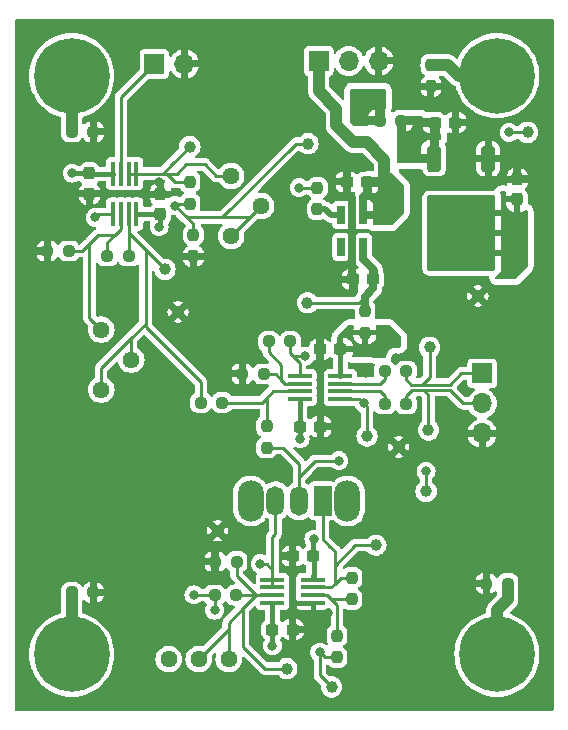
<source format=gbr>
%TF.GenerationSoftware,KiCad,Pcbnew,7.0.2-0*%
%TF.CreationDate,2025-01-08T13:43:56-05:00*%
%TF.ProjectId,plaqchek_potentiostat,706c6171-6368-4656-9b5f-706f74656e74,rev?*%
%TF.SameCoordinates,Original*%
%TF.FileFunction,Copper,L1,Top*%
%TF.FilePolarity,Positive*%
%FSLAX46Y46*%
G04 Gerber Fmt 4.6, Leading zero omitted, Abs format (unit mm)*
G04 Created by KiCad (PCBNEW 7.0.2-0) date 2025-01-08 13:43:56*
%MOMM*%
%LPD*%
G01*
G04 APERTURE LIST*
G04 Aperture macros list*
%AMRoundRect*
0 Rectangle with rounded corners*
0 $1 Rounding radius*
0 $2 $3 $4 $5 $6 $7 $8 $9 X,Y pos of 4 corners*
0 Add a 4 corners polygon primitive as box body*
4,1,4,$2,$3,$4,$5,$6,$7,$8,$9,$2,$3,0*
0 Add four circle primitives for the rounded corners*
1,1,$1+$1,$2,$3*
1,1,$1+$1,$4,$5*
1,1,$1+$1,$6,$7*
1,1,$1+$1,$8,$9*
0 Add four rect primitives between the rounded corners*
20,1,$1+$1,$2,$3,$4,$5,0*
20,1,$1+$1,$4,$5,$6,$7,0*
20,1,$1+$1,$6,$7,$8,$9,0*
20,1,$1+$1,$8,$9,$2,$3,0*%
G04 Aperture macros list end*
%TA.AperFunction,ComponentPad*%
%ADD10C,1.440000*%
%TD*%
%TA.AperFunction,SMDPad,CuDef*%
%ADD11C,1.000000*%
%TD*%
%TA.AperFunction,SMDPad,CuDef*%
%ADD12RoundRect,0.250000X-0.350000X0.850000X-0.350000X-0.850000X0.350000X-0.850000X0.350000X0.850000X0*%
%TD*%
%TA.AperFunction,SMDPad,CuDef*%
%ADD13RoundRect,0.250000X-1.125000X1.275000X-1.125000X-1.275000X1.125000X-1.275000X1.125000X1.275000X0*%
%TD*%
%TA.AperFunction,SMDPad,CuDef*%
%ADD14RoundRect,0.249997X-2.650003X2.950003X-2.650003X-2.950003X2.650003X-2.950003X2.650003X2.950003X0*%
%TD*%
%TA.AperFunction,SMDPad,CuDef*%
%ADD15RoundRect,0.237500X0.237500X-0.250000X0.237500X0.250000X-0.237500X0.250000X-0.237500X-0.250000X0*%
%TD*%
%TA.AperFunction,ComponentPad*%
%ADD16O,2.200000X3.500000*%
%TD*%
%TA.AperFunction,ComponentPad*%
%ADD17R,1.500000X2.500000*%
%TD*%
%TA.AperFunction,ComponentPad*%
%ADD18O,1.500000X2.500000*%
%TD*%
%TA.AperFunction,ComponentPad*%
%ADD19C,6.400000*%
%TD*%
%TA.AperFunction,SMDPad,CuDef*%
%ADD20RoundRect,0.237500X-0.237500X0.300000X-0.237500X-0.300000X0.237500X-0.300000X0.237500X0.300000X0*%
%TD*%
%TA.AperFunction,ComponentPad*%
%ADD21R,1.700000X1.700000*%
%TD*%
%TA.AperFunction,ComponentPad*%
%ADD22O,1.700000X1.700000*%
%TD*%
%TA.AperFunction,SMDPad,CuDef*%
%ADD23RoundRect,0.237500X0.300000X0.237500X-0.300000X0.237500X-0.300000X-0.237500X0.300000X-0.237500X0*%
%TD*%
%TA.AperFunction,SMDPad,CuDef*%
%ADD24RoundRect,0.237500X-0.250000X-0.237500X0.250000X-0.237500X0.250000X0.237500X-0.250000X0.237500X0*%
%TD*%
%TA.AperFunction,SMDPad,CuDef*%
%ADD25RoundRect,0.237500X-0.300000X-0.237500X0.300000X-0.237500X0.300000X0.237500X-0.300000X0.237500X0*%
%TD*%
%TA.AperFunction,SMDPad,CuDef*%
%ADD26RoundRect,0.237500X-0.237500X0.250000X-0.237500X-0.250000X0.237500X-0.250000X0.237500X0.250000X0*%
%TD*%
%TA.AperFunction,SMDPad,CuDef*%
%ADD27RoundRect,0.237500X0.237500X-0.300000X0.237500X0.300000X-0.237500X0.300000X-0.237500X-0.300000X0*%
%TD*%
%TA.AperFunction,SMDPad,CuDef*%
%ADD28RoundRect,0.237500X0.250000X0.237500X-0.250000X0.237500X-0.250000X-0.237500X0.250000X-0.237500X0*%
%TD*%
%TA.AperFunction,SMDPad,CuDef*%
%ADD29R,2.000000X0.400000*%
%TD*%
%TA.AperFunction,SMDPad,CuDef*%
%ADD30R,0.650000X1.560000*%
%TD*%
%TA.AperFunction,SMDPad,CuDef*%
%ADD31R,0.400000X2.000000*%
%TD*%
%TA.AperFunction,ViaPad*%
%ADD32C,0.800000*%
%TD*%
%TA.AperFunction,Conductor*%
%ADD33C,0.250000*%
%TD*%
%TA.AperFunction,Conductor*%
%ADD34C,0.700000*%
%TD*%
%TA.AperFunction,Conductor*%
%ADD35C,0.800000*%
%TD*%
%TA.AperFunction,Conductor*%
%ADD36C,0.400000*%
%TD*%
%TA.AperFunction,Conductor*%
%ADD37C,1.000000*%
%TD*%
%TA.AperFunction,Conductor*%
%ADD38C,0.500000*%
%TD*%
G04 APERTURE END LIST*
D10*
%TO.P,RV2,1,1*%
%TO.N,Net-(U1B--)*%
X151500000Y-113500000D03*
%TO.P,RV2,2,2*%
%TO.N,Net-(R14-Pad2)*%
X154040000Y-116040000D03*
%TO.P,RV2,3,3*%
X151500000Y-118580000D03*
%TD*%
D11*
%TO.P,TP3,1,1*%
%TO.N,Net-(R14-Pad2)*%
X156900000Y-108400000D03*
%TD*%
D10*
%TO.P,RV3,1,1*%
%TO.N,+5VA*%
X157210000Y-141397500D03*
%TO.P,RV3,2,2*%
%TO.N,Net-(U4A-+)*%
X159750000Y-141397500D03*
%TO.P,RV3,3,3*%
X162290000Y-141397500D03*
%TD*%
D12*
%TO.P,U6,1,GND*%
%TO.N,GND*%
X184255000Y-99025000D03*
D13*
%TO.P,U6,2,VI*%
%TO.N,-6V5*%
X183500000Y-103650000D03*
X180450000Y-103650000D03*
D14*
X181975000Y-105325000D03*
D13*
X183500000Y-107000000D03*
X180450000Y-107000000D03*
D12*
%TO.P,U6,3,VO*%
%TO.N,/-5V_R*%
X179695000Y-99025000D03*
%TD*%
D11*
%TO.P,TP7,1,1*%
%TO.N,Net-(U4A-+)*%
X167210000Y-142197500D03*
%TD*%
D15*
%TO.P,R15,1*%
%TO.N,+5VA*%
X173830000Y-113742500D03*
%TO.P,R15,2*%
%TO.N,/5V_R*%
X173830000Y-111917500D03*
%TD*%
D16*
%TO.P,SW2,*%
%TO.N,*%
X172350000Y-128000000D03*
X164150000Y-128000000D03*
D17*
%TO.P,SW2,1,A*%
%TO.N,/VBIAS_POT_N*%
X170250000Y-128000000D03*
D18*
%TO.P,SW2,2,B*%
%TO.N,/VBIAS_POT*%
X168250000Y-128000000D03*
%TO.P,SW2,3,C*%
%TO.N,/VBIAS_POT_P*%
X166250000Y-128000000D03*
%TD*%
D11*
%TO.P,TP12,1,1*%
%TO.N,Net-(U1B-+)*%
X169000000Y-97750000D03*
%TD*%
%TO.P,TP1,1,1*%
%TO.N,/WORKING_ELEC*%
X179300000Y-115000000D03*
%TD*%
%TO.P,TP15,1,1*%
%TO.N,GND*%
X158000000Y-112000000D03*
%TD*%
D19*
%TO.P,H4,1,1*%
%TO.N,Net-(H4-Pad1)*%
X149000000Y-141000000D03*
%TD*%
D15*
%TO.P,R17,1*%
%TO.N,Net-(U5-EN)*%
X169800000Y-103312500D03*
%TO.P,R17,2*%
%TO.N,+6V*%
X169800000Y-101487500D03*
%TD*%
D11*
%TO.P,TP4,1,1*%
%TO.N,/VBIAS_POT*%
X179000000Y-127200000D03*
%TD*%
D20*
%TO.P,C2,1*%
%TO.N,GND*%
X156500000Y-102025000D03*
%TO.P,C2,2*%
%TO.N,+5VA*%
X156500000Y-103750000D03*
%TD*%
D21*
%TO.P,J3,1,Pin_1*%
%TO.N,/VDAC_POT_PWM_3V3*%
X156000000Y-91000000D03*
D22*
%TO.P,J3,2,Pin_2*%
%TO.N,GND*%
X158540000Y-91000000D03*
%TD*%
D23*
%TO.P,C8,1*%
%TO.N,GND*%
X167710000Y-138897500D03*
%TO.P,C8,2*%
%TO.N,-5VA*%
X165985000Y-138897500D03*
%TD*%
D24*
%TO.P,R19,1*%
%TO.N,Net-(H4-Pad1)*%
X149000000Y-135750000D03*
%TO.P,R19,2*%
%TO.N,GND*%
X150825000Y-135750000D03*
%TD*%
D15*
%TO.P,R8,1*%
%TO.N,/VBIAS_POT*%
X165500000Y-123495000D03*
%TO.P,R8,2*%
%TO.N,Net-(U3A-+)*%
X165500000Y-121670000D03*
%TD*%
D19*
%TO.P,H3,1,1*%
%TO.N,Net-(H3-Pad1)*%
X185000000Y-141000000D03*
%TD*%
D11*
%TO.P,TP2,1,1*%
%TO.N,Net-(U3B-+)*%
X174000000Y-122500000D03*
%TD*%
D24*
%TO.P,R7,1*%
%TO.N,Net-(R14-Pad2)*%
X159925000Y-119670000D03*
%TO.P,R7,2*%
%TO.N,Net-(U3A-+)*%
X161750000Y-119670000D03*
%TD*%
D23*
%TO.P,C9,1*%
%TO.N,+6V*%
X174025000Y-100987500D03*
%TO.P,C9,2*%
%TO.N,GND*%
X172300000Y-100987500D03*
%TD*%
D24*
%TO.P,R12,1*%
%TO.N,Net-(U3A--)*%
X165675000Y-114500000D03*
%TO.P,R12,2*%
%TO.N,Net-(U3B-+)*%
X167500000Y-114500000D03*
%TD*%
D25*
%TO.P,C5,1*%
%TO.N,GND*%
X170025000Y-115170000D03*
%TO.P,C5,2*%
%TO.N,+5VA*%
X171750000Y-115170000D03*
%TD*%
D26*
%TO.P,R11,1*%
%TO.N,/VBIAS_POT_N*%
X172710000Y-134497500D03*
%TO.P,R11,2*%
%TO.N,Net-(U4B--)*%
X172710000Y-136322500D03*
%TD*%
D24*
%TO.P,R4,1*%
%TO.N,GND*%
X161135000Y-133147500D03*
%TO.P,R4,2*%
%TO.N,Net-(U4A-+)*%
X162960000Y-133147500D03*
%TD*%
D26*
%TO.P,R9,1*%
%TO.N,Net-(U4B--)*%
X171460000Y-139410000D03*
%TO.P,R9,2*%
%TO.N,/VBIAS_POT_P*%
X171460000Y-141235000D03*
%TD*%
D21*
%TO.P,J1,1,Pin_1*%
%TO.N,/WORKING_ELEC*%
X183750000Y-117200000D03*
D22*
%TO.P,J1,2,Pin_2*%
%TO.N,/REF_ELEC*%
X183750000Y-119740000D03*
%TO.P,J1,3,Pin_3*%
%TO.N,GND*%
X183750000Y-122280000D03*
%TD*%
D24*
%TO.P,R1,1*%
%TO.N,+5VA*%
X161112477Y-135976329D03*
%TO.P,R1,2*%
%TO.N,Net-(U4A-+)*%
X162937477Y-135976329D03*
%TD*%
D27*
%TO.P,C3,1*%
%TO.N,GND*%
X150500000Y-102000000D03*
%TO.P,C3,2*%
%TO.N,-5VA*%
X150500000Y-100275000D03*
%TD*%
D11*
%TO.P,TP14,1,1*%
%TO.N,GND*%
X176680000Y-123430000D03*
%TD*%
D24*
%TO.P,R6,1*%
%TO.N,Net-(H2-Pad1)*%
X149000000Y-96750000D03*
%TO.P,R6,2*%
%TO.N,GND*%
X150825000Y-96750000D03*
%TD*%
D26*
%TO.P,R2,1*%
%TO.N,Net-(H1-Pad1)*%
X179412500Y-91087500D03*
%TO.P,R2,2*%
%TO.N,GND*%
X179412500Y-92912500D03*
%TD*%
D28*
%TO.P,R20,1*%
%TO.N,/WORKING_ELEC*%
X177312500Y-117000000D03*
%TO.P,R20,2*%
%TO.N,Net-(R20-Pad2)*%
X175487500Y-117000000D03*
%TD*%
D23*
%TO.P,C6,1*%
%TO.N,GND*%
X170054999Y-121724153D03*
%TO.P,C6,2*%
%TO.N,-5VA*%
X168329999Y-121724153D03*
%TD*%
D28*
%TO.P,R21,1*%
%TO.N,/REF_ELEC*%
X177312500Y-119800000D03*
%TO.P,R21,2*%
%TO.N,Net-(U3B--)*%
X175487500Y-119800000D03*
%TD*%
D11*
%TO.P,TP10,1,1*%
%TO.N,/-5V_R*%
X187600000Y-96800000D03*
%TD*%
D15*
%TO.P,R13,1*%
%TO.N,Net-(U1B-+)*%
X159000000Y-102825000D03*
%TO.P,R13,2*%
%TO.N,Net-(U1A--)*%
X159000000Y-101000000D03*
%TD*%
D11*
%TO.P,TP8,1,1*%
%TO.N,/VBIAS_POT_N*%
X174750000Y-131750000D03*
%TD*%
D23*
%TO.P,C10,1*%
%TO.N,/5V_R*%
X174525000Y-109237500D03*
%TO.P,C10,2*%
%TO.N,GND*%
X172800000Y-109237500D03*
%TD*%
D11*
%TO.P,TP9,1,1*%
%TO.N,/5V_R*%
X168960000Y-111230000D03*
%TD*%
D29*
%TO.P,U3,1*%
%TO.N,Net-(U3B-+)*%
X168330000Y-117420000D03*
%TO.P,U3,2,-*%
%TO.N,Net-(U3A--)*%
X168330000Y-118060000D03*
%TO.P,U3,3,+*%
%TO.N,Net-(U3A-+)*%
X168330000Y-118720000D03*
%TO.P,U3,4,V-*%
%TO.N,-5VA*%
X168330000Y-119360000D03*
%TO.P,U3,5,+*%
%TO.N,Net-(U3B-+)*%
X171750000Y-119360000D03*
%TO.P,U3,6,-*%
%TO.N,Net-(U3B--)*%
X171750000Y-118720000D03*
%TO.P,U3,7*%
%TO.N,Net-(R20-Pad2)*%
X171750000Y-118060000D03*
%TO.P,U3,8,V+*%
%TO.N,+5VA*%
X171750000Y-117420000D03*
%TD*%
D10*
%TO.P,RV1,1,1*%
%TO.N,Net-(U1A--)*%
X162500000Y-100500000D03*
%TO.P,RV1,2,2*%
%TO.N,Net-(U1B-+)*%
X165040000Y-103040000D03*
%TO.P,RV1,3,3*%
X162500000Y-105580000D03*
%TD*%
D30*
%TO.P,U5,1,IN*%
%TO.N,+6V*%
X173700000Y-103787500D03*
%TO.P,U5,2,GND*%
%TO.N,GND*%
X172750000Y-103787500D03*
%TO.P,U5,3,EN*%
%TO.N,Net-(U5-EN)*%
X171800000Y-103787500D03*
%TO.P,U5,4,NC*%
%TO.N,unconnected-(U5-NC-Pad4)*%
X171800000Y-106487500D03*
%TO.P,U5,5,OUT*%
%TO.N,/5V_R*%
X173700000Y-106487500D03*
%TD*%
D19*
%TO.P,H2,1,1*%
%TO.N,Net-(H2-Pad1)*%
X149000000Y-92000000D03*
%TD*%
D25*
%TO.P,C7,1*%
%TO.N,GND*%
X167713296Y-132664470D03*
%TO.P,C7,2*%
%TO.N,+5VA*%
X169438296Y-132664470D03*
%TD*%
D11*
%TO.P,TP6,1,1*%
%TO.N,GND*%
X161360000Y-130530000D03*
%TD*%
D20*
%TO.P,C11,1*%
%TO.N,GND*%
X186725000Y-100750000D03*
%TO.P,C11,2*%
%TO.N,-6V5*%
X186725000Y-102475000D03*
%TD*%
D15*
%TO.P,R3,1*%
%TO.N,GND*%
X159300000Y-107300000D03*
%TO.P,R3,2*%
%TO.N,Net-(U1B-+)*%
X159300000Y-105475000D03*
%TD*%
D23*
%TO.P,C12,1*%
%TO.N,GND*%
X181475404Y-95968390D03*
%TO.P,C12,2*%
%TO.N,/-5V_R*%
X179750404Y-95968390D03*
%TD*%
D21*
%TO.P,J2,1,Pin_1*%
%TO.N,+6V*%
X169920000Y-90750000D03*
D22*
%TO.P,J2,2,Pin_2*%
%TO.N,-6V5*%
X172460000Y-90750000D03*
%TO.P,J2,3,Pin_3*%
%TO.N,GND*%
X175000000Y-90750000D03*
%TD*%
D11*
%TO.P,TP13,1,1*%
%TO.N,/VBIAS_POT_P*%
X171000000Y-143750000D03*
%TD*%
D28*
%TO.P,R18,1*%
%TO.N,Net-(H3-Pad1)*%
X185912500Y-135000000D03*
%TO.P,R18,2*%
%TO.N,GND*%
X184087500Y-135000000D03*
%TD*%
D29*
%TO.P,U4,1*%
%TO.N,/VBIAS_POT_P*%
X166000000Y-134677500D03*
%TO.P,U4,2,-*%
X166000000Y-135317500D03*
%TO.P,U4,3,+*%
%TO.N,Net-(U4A-+)*%
X166000000Y-135977500D03*
%TO.P,U4,4,V-*%
%TO.N,-5VA*%
X166000000Y-136617500D03*
%TO.P,U4,5,+*%
%TO.N,GND*%
X169420000Y-136617500D03*
%TO.P,U4,6,-*%
%TO.N,Net-(U4B--)*%
X169420000Y-135977500D03*
%TO.P,U4,7*%
%TO.N,/VBIAS_POT_N*%
X169420000Y-135317500D03*
%TO.P,U4,8,V+*%
%TO.N,+5VA*%
X169420000Y-134677500D03*
%TD*%
D11*
%TO.P,TP16,1,1*%
%TO.N,GND*%
X183390000Y-110660000D03*
%TD*%
%TO.P,TP5,1,1*%
%TO.N,Net-(U1A--)*%
X159000000Y-98000000D03*
%TD*%
D31*
%TO.P,U1,1*%
%TO.N,Net-(U1A--)*%
X154470000Y-100290000D03*
%TO.P,U1,2,-*%
X153830000Y-100290000D03*
%TO.P,U1,3,+*%
%TO.N,/VDAC_POT_PWM_3V3*%
X153170000Y-100290000D03*
%TO.P,U1,4,V-*%
%TO.N,-5VA*%
X152530000Y-100290000D03*
%TO.P,U1,5,+*%
%TO.N,Net-(U1B-+)*%
X152530000Y-103710000D03*
%TO.P,U1,6,-*%
%TO.N,Net-(U1B--)*%
X153170000Y-103710000D03*
%TO.P,U1,7*%
%TO.N,Net-(R14-Pad2)*%
X153830000Y-103710000D03*
%TO.P,U1,8,V+*%
%TO.N,+5VA*%
X154470000Y-103710000D03*
%TD*%
D24*
%TO.P,R14,1*%
%TO.N,Net-(U1B--)*%
X152012500Y-107275000D03*
%TO.P,R14,2*%
%TO.N,Net-(R14-Pad2)*%
X153837500Y-107275000D03*
%TD*%
%TO.P,R10,1*%
%TO.N,GND*%
X163425000Y-117250000D03*
%TO.P,R10,2*%
%TO.N,Net-(U3A--)*%
X165250000Y-117250000D03*
%TD*%
D11*
%TO.P,TP11,1,1*%
%TO.N,/REF_ELEC*%
X179200000Y-122000000D03*
%TD*%
D24*
%TO.P,R16,1*%
%TO.N,-5VA*%
X175087500Y-95800000D03*
%TO.P,R16,2*%
%TO.N,/-5V_R*%
X176912500Y-95800000D03*
%TD*%
D19*
%TO.P,H1,1,1*%
%TO.N,Net-(H1-Pad1)*%
X185000000Y-92000000D03*
%TD*%
D24*
%TO.P,R5,1*%
%TO.N,GND*%
X146942455Y-106839642D03*
%TO.P,R5,2*%
%TO.N,Net-(U1B--)*%
X148767455Y-106839642D03*
%TD*%
D32*
%TO.N,GND*%
X185000000Y-128000000D03*
X187000000Y-126000000D03*
X189000000Y-132000000D03*
X177000000Y-144000000D03*
X181000000Y-144000000D03*
X169970000Y-113730000D03*
X155000000Y-136000000D03*
X185000000Y-112000000D03*
X145000000Y-114000000D03*
X189000000Y-128000000D03*
X160000000Y-93000000D03*
X145000000Y-130000000D03*
X149000000Y-134000000D03*
X159000000Y-124000000D03*
X167720000Y-131420000D03*
X164000000Y-97000000D03*
X150830000Y-137100000D03*
X154000000Y-144000000D03*
X160810000Y-91000000D03*
X166000000Y-144000000D03*
X167800000Y-140230000D03*
X179000000Y-130000000D03*
X149000000Y-126000000D03*
X145000000Y-94000000D03*
X145000000Y-118000000D03*
X181000000Y-128000000D03*
X180430000Y-116810000D03*
X149000000Y-110000000D03*
X145000000Y-138000000D03*
X149000000Y-114000000D03*
X177000000Y-140000000D03*
X180470000Y-120130000D03*
X183000000Y-130000000D03*
X164200000Y-115620000D03*
X184040000Y-133690000D03*
X152390000Y-135720000D03*
X166000000Y-95000000D03*
X145000000Y-106000000D03*
X149109040Y-101990087D03*
X158510000Y-89260000D03*
X157000000Y-134000000D03*
X149000000Y-122000000D03*
X160510000Y-107410000D03*
X151000000Y-124000000D03*
X163000000Y-110000000D03*
X187000000Y-118000000D03*
X172870000Y-137710000D03*
X147000000Y-132000000D03*
X147000000Y-120000000D03*
X147000000Y-108000000D03*
X189000000Y-116000000D03*
X189000000Y-88000000D03*
X158000000Y-144000000D03*
X182650000Y-100050000D03*
X157000000Y-130000000D03*
X184130000Y-100980000D03*
X187000000Y-114000000D03*
X161860000Y-117290000D03*
X179000000Y-134000000D03*
X170040000Y-122880000D03*
X163000000Y-124000000D03*
X145000000Y-134000000D03*
X151000000Y-128000000D03*
X172299999Y-99799237D03*
X180730000Y-92940000D03*
X172800000Y-110160000D03*
X145000000Y-122000000D03*
X147000000Y-116000000D03*
X158000000Y-95000000D03*
X147000000Y-124000000D03*
X145000000Y-98000000D03*
X159000000Y-114000000D03*
X165000000Y-112000000D03*
X175000000Y-142000000D03*
X179000000Y-138000000D03*
X187000000Y-130000000D03*
X145000000Y-142000000D03*
X163000000Y-114000000D03*
X173880000Y-117200000D03*
X181000000Y-132000000D03*
X159000000Y-132000000D03*
X186713864Y-99269658D03*
X172430000Y-120710000D03*
X145000000Y-110000000D03*
X155000000Y-128000000D03*
X183000000Y-114000000D03*
X176440000Y-121270000D03*
X157000000Y-122000000D03*
X161000000Y-112000000D03*
X145000000Y-102000000D03*
X147000000Y-112000000D03*
X153000000Y-134000000D03*
X162000000Y-95000000D03*
X167000000Y-110000000D03*
X182164258Y-118396457D03*
X161120000Y-134390000D03*
X189000000Y-120000000D03*
X151000000Y-132000000D03*
X160890000Y-102020000D03*
X182650000Y-134970000D03*
X149170000Y-98310000D03*
X147000000Y-128000000D03*
X176490000Y-115920000D03*
X178060000Y-92880000D03*
X167000000Y-106000000D03*
X155000000Y-124000000D03*
X177200000Y-90690000D03*
X149000000Y-118000000D03*
X147000000Y-136000000D03*
X166000000Y-91000000D03*
X153000000Y-122000000D03*
X179000000Y-142000000D03*
X160000000Y-97000000D03*
X157000000Y-126000000D03*
X169000000Y-108000000D03*
X174860000Y-88540000D03*
X162000000Y-144000000D03*
X145000000Y-88000000D03*
X189000000Y-124000000D03*
X161000000Y-122000000D03*
X155000000Y-132000000D03*
X153000000Y-130000000D03*
X153000000Y-126000000D03*
X165000000Y-108000000D03*
X177000000Y-136000000D03*
X150800000Y-98200000D03*
X164000000Y-89000000D03*
X167640000Y-137410000D03*
X149000000Y-130000000D03*
X188182049Y-100756195D03*
X147000000Y-104000000D03*
X189000000Y-112000000D03*
X145000000Y-126000000D03*
X152920000Y-108990000D03*
X177000000Y-132000000D03*
X156400000Y-101014500D03*
X159000000Y-128000000D03*
X170670000Y-137480000D03*
X161000000Y-126000000D03*
X187000000Y-122000000D03*
X181450000Y-94740000D03*
X164000000Y-93000000D03*
%TO.N,+5VA*%
X169500000Y-131250000D03*
X159350000Y-135950000D03*
X175200000Y-115000000D03*
X175800000Y-114000000D03*
X156400000Y-104800000D03*
X161100000Y-137250000D03*
%TO.N,-5VA*%
X149038330Y-100254995D03*
X175000000Y-93900000D03*
X166000000Y-140250000D03*
X168329999Y-122750000D03*
X173400000Y-95700000D03*
X173500000Y-93900000D03*
%TO.N,+6V*%
X168275000Y-101475000D03*
X175640000Y-103820000D03*
%TO.N,-6V5*%
X186800000Y-105000000D03*
X186600000Y-107800000D03*
%TO.N,/-5V_R*%
X177600000Y-98850000D03*
X186050000Y-96800000D03*
%TO.N,Net-(U1B-+)*%
X157750000Y-103000000D03*
X151000000Y-104000000D03*
%TO.N,/VBIAS_POT*%
X171600000Y-124600000D03*
X179000000Y-125500000D03*
%TO.N,/VBIAS_POT_P*%
X164960000Y-133322500D03*
X170000000Y-140800000D03*
%TO.N,Net-(U3B-+)*%
X168750000Y-115750000D03*
X173750000Y-119750000D03*
%TD*%
D33*
%TO.N,GND*%
X161135000Y-134375000D02*
X161120000Y-134390000D01*
D34*
X172300000Y-101937500D02*
X172300000Y-100987500D01*
D35*
X172800000Y-110189448D02*
X172800374Y-110189822D01*
D34*
X186725000Y-99280794D02*
X186713864Y-99269658D01*
D36*
X149118953Y-102000000D02*
X149109040Y-101990087D01*
D34*
X188175854Y-100750000D02*
X188182049Y-100756195D01*
D35*
X172750000Y-109187500D02*
X172800000Y-109237500D01*
D34*
X172750000Y-102387500D02*
X172300000Y-101937500D01*
X186725000Y-100750000D02*
X188175854Y-100750000D01*
D36*
X169680000Y-137480000D02*
X170670000Y-137480000D01*
D35*
X172800000Y-109237500D02*
X172800000Y-110160000D01*
D34*
X172750000Y-103787500D02*
X172750000Y-109187500D01*
X172300000Y-100987500D02*
X172300000Y-99799238D01*
D36*
X169420000Y-137220000D02*
X169680000Y-137480000D01*
D33*
X161135000Y-133147500D02*
X161135000Y-134375000D01*
D36*
X150825000Y-96750000D02*
X150825000Y-98175000D01*
D33*
X167713296Y-132664470D02*
X167713296Y-131426704D01*
D36*
X156500000Y-101114500D02*
X156400000Y-101014500D01*
D35*
X172800000Y-110160000D02*
X172800000Y-110189448D01*
D36*
X150825000Y-98175000D02*
X150800000Y-98200000D01*
D33*
X167713296Y-131426704D02*
X167720000Y-131420000D01*
D36*
X167640000Y-136960000D02*
X167640000Y-137410000D01*
D34*
X186725000Y-100750000D02*
X186725000Y-99280794D01*
D36*
X167982500Y-136617500D02*
X167640000Y-136960000D01*
X150500000Y-102000000D02*
X149118953Y-102000000D01*
X169420000Y-136617500D02*
X167982500Y-136617500D01*
X169420000Y-136617500D02*
X169420000Y-137220000D01*
D34*
X172750000Y-103787500D02*
X172750000Y-102387500D01*
D35*
X172300000Y-99799238D02*
X172299999Y-99799237D01*
D36*
X156500000Y-102025000D02*
X156500000Y-101114500D01*
D33*
%TO.N,+5VA*%
X159376329Y-135976329D02*
X159350000Y-135950000D01*
D36*
X156460000Y-103710000D02*
X156500000Y-103750000D01*
D33*
X161112477Y-137237523D02*
X161100000Y-137250000D01*
X161112477Y-135976329D02*
X159376329Y-135976329D01*
D36*
X169478296Y-134336704D02*
X169460000Y-134355000D01*
X154470000Y-103710000D02*
X156460000Y-103710000D01*
D33*
X161112477Y-135976329D02*
X161112477Y-137237523D01*
D36*
X156500000Y-104700000D02*
X156400000Y-104800000D01*
X169438296Y-132664470D02*
X169438296Y-131311704D01*
X169478296Y-132341970D02*
X169478296Y-134336704D01*
X169438296Y-131311704D02*
X169500000Y-131250000D01*
X156500000Y-103750000D02*
X156500000Y-104700000D01*
X171750000Y-115170000D02*
X171750000Y-117420000D01*
%TO.N,-5VA*%
X165985000Y-140235000D02*
X166000000Y-140250000D01*
X166000000Y-136617500D02*
X166000000Y-138882500D01*
X166000000Y-138882500D02*
X165985000Y-138897500D01*
X168329999Y-121724153D02*
X168330000Y-119360000D01*
X152530000Y-100290000D02*
X150515000Y-100290000D01*
X149058335Y-100275000D02*
X149038330Y-100254995D01*
X150515000Y-100290000D02*
X150500000Y-100275000D01*
X168329999Y-122750000D02*
X168329999Y-121724153D01*
X150500000Y-100275000D02*
X149058335Y-100275000D01*
X165985000Y-138897500D02*
X165985000Y-140235000D01*
D37*
%TO.N,+6V*%
X169920000Y-93320000D02*
X169920000Y-90750000D01*
X172810000Y-97620000D02*
X171400000Y-96210000D01*
X171400000Y-96210000D02*
X171400000Y-94800000D01*
D34*
X174025000Y-100987500D02*
X174025000Y-101912500D01*
D33*
X168287500Y-101487500D02*
X168275000Y-101475000D01*
D34*
X173700000Y-102237500D02*
X173700000Y-103787500D01*
D37*
X175475000Y-99115000D02*
X173980000Y-97620000D01*
X175475000Y-102000000D02*
X175475000Y-99115000D01*
X173980000Y-97620000D02*
X172810000Y-97620000D01*
X171400000Y-94800000D02*
X169920000Y-93320000D01*
D34*
X174025000Y-101912500D02*
X173700000Y-102237500D01*
D33*
X169800000Y-101487500D02*
X168287500Y-101487500D01*
%TO.N,/5V_R*%
X173307500Y-111230000D02*
X173800000Y-110737500D01*
D34*
X174525000Y-109237500D02*
X174525000Y-110012500D01*
X174525000Y-110012500D02*
X173800000Y-110737500D01*
X173800000Y-110737500D02*
X173800000Y-111887500D01*
D33*
X168960000Y-111230000D02*
X173307500Y-111230000D01*
D34*
X173700000Y-106487500D02*
X173700000Y-107537500D01*
X173700000Y-107537500D02*
X174550000Y-108387500D01*
X173800000Y-111887500D02*
X173830000Y-111917500D01*
D35*
X174525000Y-109237500D02*
X174525000Y-108412500D01*
D33*
%TO.N,/-5V_R*%
X186050000Y-96800000D02*
X187600000Y-96800000D01*
%TO.N,/WORKING_ELEC*%
X178300000Y-118150000D02*
X181050000Y-118150000D01*
X179300000Y-117500000D02*
X179300000Y-115000000D01*
X177312500Y-117712500D02*
X177750000Y-118150000D01*
X182000000Y-117200000D02*
X183750000Y-117200000D01*
X178650000Y-118150000D02*
X179300000Y-117500000D01*
X181050000Y-118150000D02*
X182000000Y-117200000D01*
X177312500Y-117000000D02*
X177312500Y-117712500D01*
X177750000Y-118150000D02*
X178300000Y-118150000D01*
X178300000Y-118150000D02*
X178650000Y-118150000D01*
%TO.N,/REF_ELEC*%
X178800000Y-118600000D02*
X179200000Y-119000000D01*
X178800000Y-118600000D02*
X181000000Y-118600000D01*
X179200000Y-119000000D02*
X179200000Y-122000000D01*
X177800000Y-118600000D02*
X178800000Y-118600000D01*
X182140000Y-119740000D02*
X183750000Y-119740000D01*
X177312500Y-119800000D02*
X177312500Y-119087500D01*
X181000000Y-118600000D02*
X182140000Y-119740000D01*
X177312500Y-119087500D02*
X177800000Y-118600000D01*
%TO.N,/VDAC_POT_PWM_3V3*%
X153170000Y-93830000D02*
X153170000Y-100290000D01*
X156000000Y-91000000D02*
X153170000Y-93830000D01*
%TO.N,Net-(U1B-+)*%
X158750000Y-104000000D02*
X161750000Y-104000000D01*
X168000000Y-97750000D02*
X169000000Y-97750000D01*
X164290000Y-103790000D02*
X162500000Y-105580000D01*
X151290000Y-103710000D02*
X151000000Y-104000000D01*
X161750000Y-104000000D02*
X164080000Y-104000000D01*
X157925000Y-102825000D02*
X157750000Y-103000000D01*
X164080000Y-104000000D02*
X164290000Y-103790000D01*
X161750000Y-104000000D02*
X168000000Y-97750000D01*
X159300000Y-104550000D02*
X158750000Y-104000000D01*
X165040000Y-103040000D02*
X164290000Y-103790000D01*
X159300000Y-105475000D02*
X159300000Y-104550000D01*
X152530000Y-103710000D02*
X151290000Y-103710000D01*
X157750000Y-103000000D02*
X158750000Y-104000000D01*
X159000000Y-102825000D02*
X157925000Y-102825000D01*
%TO.N,Net-(U4A-+)*%
X163496250Y-137096250D02*
X164615000Y-135977500D01*
X165347500Y-142197500D02*
X167210000Y-142197500D01*
X163496250Y-140346250D02*
X165347500Y-142197500D01*
X162290000Y-138822500D02*
X162290000Y-138302500D01*
X162960000Y-134322500D02*
X162960000Y-133147500D01*
X164960000Y-135977500D02*
X162938648Y-135977500D01*
X162938648Y-135977500D02*
X162937477Y-135976329D01*
X162290000Y-141397500D02*
X162290000Y-138822500D01*
X164615000Y-135977500D02*
X162960000Y-134322500D01*
X159750000Y-141397500D02*
X162290000Y-138857500D01*
X162290000Y-138857500D02*
X162290000Y-138822500D01*
X162290000Y-138302500D02*
X163496250Y-137096250D01*
X164960000Y-135977500D02*
X164615000Y-135977500D01*
X163496250Y-137096250D02*
X163496250Y-140346250D01*
X166000000Y-135977500D02*
X164960000Y-135977500D01*
%TO.N,Net-(U1B--)*%
X153170000Y-103710000D02*
X153170000Y-104960000D01*
X150500000Y-106250000D02*
X149910358Y-106839642D01*
X150500000Y-112500000D02*
X151500000Y-113500000D01*
X152012500Y-107275000D02*
X152012500Y-106117500D01*
X151250000Y-105500000D02*
X150500000Y-106250000D01*
X153170000Y-104960000D02*
X152630000Y-105500000D01*
X150500000Y-106250000D02*
X150500000Y-112500000D01*
X152012500Y-106117500D02*
X152630000Y-105500000D01*
X149910358Y-106839642D02*
X148767455Y-106839642D01*
X152630000Y-105500000D02*
X151250000Y-105500000D01*
%TO.N,Net-(R14-Pad2)*%
X159925000Y-117925000D02*
X159925000Y-119670000D01*
X153830000Y-105000000D02*
X153830000Y-105330000D01*
X155250000Y-108000000D02*
X155250000Y-113250000D01*
X153830000Y-107267500D02*
X153830000Y-105000000D01*
X151500000Y-118580000D02*
X151500000Y-116750000D01*
X153830000Y-105330000D02*
X154250000Y-105750000D01*
X153837500Y-107275000D02*
X153830000Y-107267500D01*
X153830000Y-105000000D02*
X153830000Y-103710000D01*
X155250000Y-106750000D02*
X155250000Y-108000000D01*
X154040000Y-114210000D02*
X154040000Y-116040000D01*
X155250000Y-113250000D02*
X159925000Y-117925000D01*
X151500000Y-116750000D02*
X154040000Y-114210000D01*
X154250000Y-105750000D02*
X155250000Y-106750000D01*
X155250000Y-113000000D02*
X154040000Y-114210000D01*
X155250000Y-108000000D02*
X155250000Y-113000000D01*
X154250000Y-105750000D02*
X156900000Y-108400000D01*
%TO.N,Net-(U3A-+)*%
X165500000Y-121670000D02*
X165500000Y-119250000D01*
X165500000Y-119250000D02*
X166030000Y-118720000D01*
X166030000Y-118720000D02*
X168330000Y-118720000D01*
X165080000Y-119670000D02*
X165500000Y-119250000D01*
X161750000Y-119670000D02*
X165080000Y-119670000D01*
%TO.N,/VBIAS_POT*%
X166895000Y-123495000D02*
X165500000Y-123495000D01*
X168250000Y-125950000D02*
X169000000Y-125200000D01*
X169600000Y-124600000D02*
X171600000Y-124600000D01*
X168250000Y-126000000D02*
X168250000Y-124850000D01*
X168250000Y-126000000D02*
X168250000Y-125950000D01*
X168250000Y-128000000D02*
X168250000Y-126000000D01*
X169000000Y-125200000D02*
X169600000Y-124600000D01*
X168250000Y-124850000D02*
X166895000Y-123495000D01*
X179000000Y-125500000D02*
X179000000Y-127200000D01*
%TO.N,Net-(U4B--)*%
X170615000Y-135977500D02*
X169420000Y-135977500D01*
X170960000Y-136322500D02*
X170615000Y-135977500D01*
X172710000Y-136322500D02*
X170960000Y-136322500D01*
X171460000Y-139410000D02*
X171460000Y-136822500D01*
X171460000Y-136822500D02*
X170960000Y-136322500D01*
%TO.N,/VBIAS_POT_P*%
X170435000Y-141235000D02*
X170000000Y-140800000D01*
X165500000Y-133322500D02*
X166000000Y-133822500D01*
X166250000Y-130766250D02*
X166000000Y-131016250D01*
X166000000Y-134677500D02*
X166000000Y-133822500D01*
X166250000Y-128000000D02*
X166250000Y-130766250D01*
X166000000Y-131016250D02*
X166000000Y-133822500D01*
X164960000Y-133322500D02*
X165500000Y-133322500D01*
X166000000Y-135317500D02*
X166000000Y-134677500D01*
X171460000Y-141235000D02*
X170435000Y-141235000D01*
X171000000Y-143750000D02*
X170000000Y-142750000D01*
X170000000Y-142750000D02*
X170000000Y-140800000D01*
%TO.N,Net-(U3A--)*%
X165250000Y-117250000D02*
X166270000Y-117250000D01*
X166760000Y-117740000D02*
X166750000Y-117730000D01*
X166750000Y-116500000D02*
X165675000Y-115425000D01*
X168330000Y-118060000D02*
X167080000Y-118060000D01*
X165675000Y-115425000D02*
X165675000Y-114500000D01*
X166270000Y-117250000D02*
X166760000Y-117740000D01*
X167080000Y-118060000D02*
X166760000Y-117740000D01*
X166750000Y-117730000D02*
X166750000Y-116500000D01*
%TO.N,/VBIAS_POT_N*%
X170250000Y-128000000D02*
X170250000Y-131250000D01*
X171250000Y-133600000D02*
X171250000Y-133500000D01*
X170965000Y-135317500D02*
X171266250Y-135016250D01*
X170250000Y-131250000D02*
X170900000Y-131900000D01*
X169420000Y-135317500D02*
X170965000Y-135317500D01*
X171250000Y-133500000D02*
X173000000Y-131750000D01*
X171266250Y-135016250D02*
X171250000Y-135000000D01*
X171250000Y-135000000D02*
X171250000Y-133600000D01*
X171785000Y-134497500D02*
X172710000Y-134497500D01*
X171250000Y-133600000D02*
X171250000Y-132250000D01*
X173000000Y-131750000D02*
X174750000Y-131750000D01*
X171266250Y-135016250D02*
X171785000Y-134497500D01*
X171250000Y-132250000D02*
X170900000Y-131900000D01*
%TO.N,Net-(U3B-+)*%
X167500000Y-115500000D02*
X167750000Y-115750000D01*
X167750000Y-115750000D02*
X168750000Y-115750000D01*
X174000000Y-120000000D02*
X173750000Y-119750000D01*
X167500000Y-115500000D02*
X168330000Y-116330000D01*
X173360000Y-119360000D02*
X171750000Y-119360000D01*
X167500000Y-114500000D02*
X167500000Y-115500000D01*
X174000000Y-122500000D02*
X174000000Y-120000000D01*
X173750000Y-119750000D02*
X173360000Y-119360000D01*
X168330000Y-116330000D02*
X168330000Y-117420000D01*
%TO.N,Net-(U1A--)*%
X157500000Y-99500000D02*
X159000000Y-98000000D01*
X157040000Y-100290000D02*
X157750000Y-101000000D01*
X156250000Y-100290000D02*
X156710000Y-100290000D01*
X157750000Y-101000000D02*
X159000000Y-101000000D01*
X153830000Y-100290000D02*
X154470000Y-100290000D01*
X161250000Y-100500000D02*
X162500000Y-100500000D01*
X156710000Y-100290000D02*
X157500000Y-99500000D01*
X154470000Y-100290000D02*
X156250000Y-100290000D01*
X158700000Y-99500000D02*
X160250000Y-99500000D01*
X156800000Y-100290000D02*
X157910000Y-100290000D01*
X157910000Y-100290000D02*
X158700000Y-99500000D01*
X156250000Y-100290000D02*
X156800000Y-100290000D01*
X156800000Y-100290000D02*
X157040000Y-100290000D01*
X160250000Y-99500000D02*
X161250000Y-100500000D01*
D38*
%TO.N,Net-(U5-EN)*%
X171800000Y-103787500D02*
X170950000Y-103787500D01*
X170950000Y-103787500D02*
X170475000Y-103312500D01*
X170475000Y-103312500D02*
X169800000Y-103312500D01*
D37*
%TO.N,Net-(H1-Pad1)*%
X181750000Y-92000000D02*
X180837500Y-91087500D01*
X185000000Y-92000000D02*
X181750000Y-92000000D01*
X180837500Y-91087500D02*
X179412500Y-91087500D01*
%TO.N,Net-(H2-Pad1)*%
X149000000Y-96750000D02*
X149000000Y-92000000D01*
%TO.N,Net-(H3-Pad1)*%
X185000000Y-137250000D02*
X185912500Y-136337500D01*
X185000000Y-141000000D02*
X185000000Y-137250000D01*
X185912500Y-136337500D02*
X185912500Y-135000000D01*
%TO.N,Net-(H4-Pad1)*%
X149000000Y-135750000D02*
X149000000Y-141000000D01*
D33*
%TO.N,Net-(R20-Pad2)*%
X175140000Y-118060000D02*
X175487500Y-117712500D01*
X171750000Y-118060000D02*
X175140000Y-118060000D01*
X175487500Y-117712500D02*
X175487500Y-117000000D01*
%TO.N,Net-(U3B--)*%
X175487500Y-119087500D02*
X175487500Y-119800000D01*
X175120000Y-118720000D02*
X175487500Y-119087500D01*
X171750000Y-118720000D02*
X175120000Y-118720000D01*
%TD*%
%TA.AperFunction,Conductor*%
%TO.N,GND*%
G36*
X172527055Y-116253434D02*
G01*
X172639518Y-116306063D01*
X172639520Y-116306063D01*
X172639521Y-116306064D01*
X172706373Y-116326371D01*
X172812751Y-116342677D01*
X172848585Y-116348170D01*
X174524962Y-116363778D01*
X174591816Y-116384086D01*
X174637077Y-116437314D01*
X174646376Y-116506562D01*
X174642884Y-116522368D01*
X174602346Y-116661898D01*
X174599691Y-116695630D01*
X174599690Y-116695645D01*
X174599500Y-116698065D01*
X174599500Y-116700509D01*
X174599500Y-116700510D01*
X174599500Y-117299510D01*
X174599500Y-117299535D01*
X174599501Y-117301934D01*
X174599689Y-117304325D01*
X174599690Y-117304347D01*
X174602346Y-117338099D01*
X174613330Y-117375905D01*
X174613131Y-117445774D01*
X174575189Y-117504444D01*
X174511551Y-117533288D01*
X174494254Y-117534500D01*
X173274500Y-117534500D01*
X173207461Y-117514815D01*
X173161706Y-117462011D01*
X173150500Y-117410501D01*
X173150499Y-117188485D01*
X173150499Y-117188482D01*
X173135646Y-117094696D01*
X173097092Y-117019030D01*
X173078050Y-116981657D01*
X172988343Y-116891950D01*
X172875302Y-116834353D01*
X172781521Y-116819500D01*
X172781519Y-116819500D01*
X172474500Y-116819500D01*
X172407461Y-116799815D01*
X172361706Y-116747011D01*
X172350500Y-116695500D01*
X172350500Y-116365746D01*
X172370185Y-116298707D01*
X172422989Y-116252952D01*
X172492147Y-116243008D01*
X172527055Y-116253434D01*
G37*
%TD.AperFunction*%
%TA.AperFunction,Conductor*%
G36*
X182442540Y-117745185D02*
G01*
X182488295Y-117797989D01*
X182499500Y-117849499D01*
X182499501Y-118081518D01*
X182514354Y-118175304D01*
X182514354Y-118175305D01*
X182514355Y-118175306D01*
X182571949Y-118288342D01*
X182661656Y-118378049D01*
X182661658Y-118378050D01*
X182774696Y-118435646D01*
X182868481Y-118450500D01*
X183018140Y-118450499D01*
X183085177Y-118470183D01*
X183130932Y-118522987D01*
X183140876Y-118592145D01*
X183111851Y-118655701D01*
X183089262Y-118676073D01*
X182943123Y-118778401D01*
X182788402Y-118933122D01*
X182662897Y-119112362D01*
X182648656Y-119142904D01*
X182602484Y-119195344D01*
X182536274Y-119214500D01*
X182409031Y-119214500D01*
X182341992Y-119194815D01*
X182321350Y-119178181D01*
X181630849Y-118487680D01*
X181597364Y-118426357D01*
X181602348Y-118356665D01*
X181630845Y-118312323D01*
X182181349Y-117761819D01*
X182242673Y-117728334D01*
X182269031Y-117725500D01*
X182375501Y-117725500D01*
X182442540Y-117745185D01*
G37*
%TD.AperFunction*%
%TA.AperFunction,Conductor*%
G36*
X189742539Y-87220185D02*
G01*
X189788294Y-87272989D01*
X189799500Y-87324500D01*
X189799500Y-145675500D01*
X189779815Y-145742539D01*
X189727011Y-145788294D01*
X189675500Y-145799500D01*
X144324500Y-145799500D01*
X144257461Y-145779815D01*
X144211706Y-145727011D01*
X144200500Y-145675500D01*
X144200500Y-141000000D01*
X145394559Y-141000000D01*
X145394729Y-141003243D01*
X145412186Y-141336356D01*
X145414310Y-141376871D01*
X145420088Y-141413349D01*
X145472838Y-141746404D01*
X145472840Y-141746417D01*
X145473347Y-141749613D01*
X145474184Y-141752737D01*
X145474186Y-141752746D01*
X145560582Y-142075181D01*
X145571022Y-142114143D01*
X145572179Y-142117158D01*
X145572182Y-142117166D01*
X145682605Y-142404827D01*
X145706266Y-142466465D01*
X145707735Y-142469348D01*
X145707739Y-142469357D01*
X145876122Y-142799827D01*
X145877597Y-142802721D01*
X146083137Y-143119225D01*
X146320635Y-143412511D01*
X146587489Y-143679365D01*
X146880775Y-143916863D01*
X147197279Y-144122403D01*
X147533535Y-144293734D01*
X147885857Y-144428978D01*
X148250387Y-144526653D01*
X148623129Y-144585690D01*
X149000000Y-144605441D01*
X149376871Y-144585690D01*
X149749613Y-144526653D01*
X150114143Y-144428978D01*
X150466465Y-144293734D01*
X150802721Y-144122403D01*
X151119225Y-143916863D01*
X151412511Y-143679365D01*
X151679365Y-143412511D01*
X151916863Y-143119225D01*
X152122403Y-142802721D01*
X152293734Y-142466465D01*
X152428978Y-142114143D01*
X152526653Y-141749613D01*
X152582423Y-141397500D01*
X156084700Y-141397500D01*
X156103860Y-141604275D01*
X156160687Y-141804003D01*
X156253251Y-141989896D01*
X156378391Y-142155609D01*
X156424344Y-142197500D01*
X156531855Y-142295509D01*
X156610263Y-142344057D01*
X156708407Y-142404825D01*
X156708409Y-142404825D01*
X156708411Y-142404827D01*
X156902047Y-142479842D01*
X157106170Y-142518000D01*
X157106172Y-142518000D01*
X157313828Y-142518000D01*
X157313830Y-142518000D01*
X157517953Y-142479842D01*
X157711589Y-142404827D01*
X157888145Y-142295509D01*
X158041607Y-142155610D01*
X158068383Y-142120153D01*
X158166748Y-141989896D01*
X158259312Y-141804003D01*
X158302471Y-141652315D01*
X158316140Y-141604273D01*
X158335300Y-141397500D01*
X158316140Y-141190727D01*
X158277683Y-141055565D01*
X158259312Y-140990996D01*
X158166748Y-140805103D01*
X158041608Y-140639390D01*
X157888145Y-140499491D01*
X157711592Y-140390174D01*
X157517953Y-140315158D01*
X157517952Y-140315158D01*
X157313830Y-140277000D01*
X157106170Y-140277000D01*
X156970088Y-140302438D01*
X156902046Y-140315158D01*
X156708407Y-140390174D01*
X156531854Y-140499491D01*
X156378391Y-140639390D01*
X156253251Y-140805103D01*
X156160687Y-140990996D01*
X156103860Y-141190724D01*
X156084700Y-141397500D01*
X152582423Y-141397500D01*
X152585690Y-141376871D01*
X152605441Y-141000000D01*
X152585690Y-140623129D01*
X152526653Y-140250387D01*
X152428978Y-139885857D01*
X152293734Y-139533535D01*
X152122403Y-139197280D01*
X151916863Y-138880775D01*
X151679365Y-138587489D01*
X151412511Y-138320635D01*
X151348996Y-138269202D01*
X151182995Y-138134777D01*
X151119225Y-138083137D01*
X150802721Y-137877597D01*
X150799833Y-137876125D01*
X150799827Y-137876122D01*
X150469357Y-137707739D01*
X150469348Y-137707735D01*
X150466465Y-137706266D01*
X150463433Y-137705102D01*
X150117164Y-137572181D01*
X150117152Y-137572177D01*
X150114143Y-137571022D01*
X150111029Y-137570187D01*
X150111018Y-137570184D01*
X149992406Y-137538402D01*
X149932746Y-137502036D01*
X149902217Y-137439189D01*
X149900500Y-137418627D01*
X149900500Y-136513924D01*
X149920185Y-136446885D01*
X149972989Y-136401130D01*
X150042147Y-136391186D01*
X150105703Y-136420211D01*
X150112181Y-136426243D01*
X150181165Y-136495227D01*
X150319806Y-136577219D01*
X150474476Y-136622155D01*
X150508184Y-136624808D01*
X150513060Y-136624999D01*
X150525000Y-136624998D01*
X150525000Y-136050000D01*
X151125000Y-136050000D01*
X151125000Y-136624999D01*
X151136959Y-136624999D01*
X151141795Y-136624809D01*
X151175521Y-136622155D01*
X151330193Y-136577219D01*
X151468834Y-136495227D01*
X151582727Y-136381334D01*
X151664719Y-136242693D01*
X151709655Y-136088023D01*
X151712308Y-136054317D01*
X151712478Y-136050000D01*
X151125000Y-136050000D01*
X150525000Y-136050000D01*
X150525000Y-134875000D01*
X151125000Y-134875000D01*
X151125000Y-135450000D01*
X151712478Y-135450000D01*
X151712309Y-135445704D01*
X151709655Y-135411978D01*
X151664719Y-135257306D01*
X151582727Y-135118665D01*
X151468834Y-135004772D01*
X151330193Y-134922780D01*
X151175523Y-134877844D01*
X151141817Y-134875191D01*
X151136938Y-134875000D01*
X151125000Y-134875000D01*
X150525000Y-134875000D01*
X150525000Y-134874999D01*
X150513042Y-134875000D01*
X150508202Y-134875191D01*
X150474478Y-134877844D01*
X150319806Y-134922780D01*
X150181165Y-135004772D01*
X150067273Y-135118664D01*
X150019522Y-135199407D01*
X149968452Y-135247090D01*
X149899710Y-135259593D01*
X149835121Y-135232947D01*
X149806058Y-135199406D01*
X149758308Y-135118665D01*
X149758126Y-135118357D01*
X149644143Y-135004374D01*
X149632518Y-134997499D01*
X149505393Y-134922318D01*
X149350601Y-134877346D01*
X149316869Y-134874691D01*
X149316854Y-134874690D01*
X149314435Y-134874500D01*
X149311990Y-134874500D01*
X149225294Y-134874500D01*
X149199513Y-134871790D01*
X149094647Y-134849500D01*
X149094646Y-134849500D01*
X148905354Y-134849500D01*
X148861865Y-134858743D01*
X148800477Y-134871791D01*
X148774699Y-134874500D01*
X148687988Y-134874500D01*
X148687963Y-134874500D01*
X148685566Y-134874501D01*
X148683175Y-134874689D01*
X148683152Y-134874690D01*
X148649400Y-134877346D01*
X148494606Y-134922318D01*
X148355856Y-135004374D01*
X148241874Y-135118356D01*
X148159818Y-135257106D01*
X148114846Y-135411898D01*
X148112191Y-135445630D01*
X148112190Y-135445645D01*
X148112000Y-135448065D01*
X148112000Y-135450510D01*
X148112000Y-135577371D01*
X148111321Y-135590332D01*
X148099838Y-135699585D01*
X148099837Y-135699598D01*
X148099500Y-135702808D01*
X148099500Y-135706049D01*
X148099500Y-137418627D01*
X148079815Y-137485666D01*
X148027011Y-137531421D01*
X148007594Y-137538402D01*
X147888981Y-137570184D01*
X147888964Y-137570189D01*
X147885857Y-137571022D01*
X147882852Y-137572175D01*
X147882835Y-137572181D01*
X147536566Y-137705102D01*
X147536557Y-137705105D01*
X147533535Y-137706266D01*
X147530658Y-137707731D01*
X147530642Y-137707739D01*
X147200173Y-137876122D01*
X147200159Y-137876129D01*
X147197280Y-137877597D01*
X147194560Y-137879363D01*
X147194552Y-137879368D01*
X146883503Y-138081365D01*
X146883497Y-138081368D01*
X146880775Y-138083137D01*
X146878255Y-138085177D01*
X146878249Y-138085182D01*
X146590007Y-138318595D01*
X146589996Y-138318604D01*
X146587489Y-138320635D01*
X146585204Y-138322919D01*
X146585194Y-138322929D01*
X146322929Y-138585194D01*
X146322919Y-138585204D01*
X146320635Y-138587489D01*
X146318604Y-138589996D01*
X146318595Y-138590007D01*
X146085182Y-138878249D01*
X146085177Y-138878255D01*
X146083137Y-138880775D01*
X146081368Y-138883497D01*
X146081365Y-138883503D01*
X145879368Y-139194552D01*
X145879363Y-139194560D01*
X145877597Y-139197280D01*
X145876129Y-139200159D01*
X145876122Y-139200173D01*
X145707739Y-139530642D01*
X145707731Y-139530658D01*
X145706266Y-139533535D01*
X145705105Y-139536557D01*
X145705102Y-139536566D01*
X145572182Y-139882833D01*
X145572177Y-139882846D01*
X145571022Y-139885857D01*
X145570186Y-139888975D01*
X145570183Y-139888986D01*
X145474186Y-140247253D01*
X145474183Y-140247266D01*
X145473347Y-140250387D01*
X145472841Y-140253578D01*
X145472838Y-140253595D01*
X145414817Y-140619923D01*
X145414815Y-140619937D01*
X145414310Y-140623129D01*
X145414140Y-140626359D01*
X145414140Y-140626366D01*
X145400617Y-140884400D01*
X145394559Y-141000000D01*
X144200500Y-141000000D01*
X144200500Y-133447500D01*
X160247522Y-133447500D01*
X160247690Y-133451795D01*
X160250344Y-133485521D01*
X160295280Y-133640193D01*
X160377272Y-133778834D01*
X160491165Y-133892727D01*
X160629806Y-133974719D01*
X160784476Y-134019655D01*
X160818184Y-134022308D01*
X160823060Y-134022499D01*
X160835000Y-134022498D01*
X160835000Y-133447500D01*
X160247522Y-133447500D01*
X144200500Y-133447500D01*
X144200500Y-132847500D01*
X160247522Y-132847500D01*
X160835000Y-132847500D01*
X160835000Y-132272499D01*
X160823042Y-132272500D01*
X160818202Y-132272691D01*
X160784478Y-132275344D01*
X160629806Y-132320280D01*
X160491165Y-132402272D01*
X160377272Y-132516165D01*
X160295280Y-132654806D01*
X160250344Y-132809476D01*
X160247691Y-132843182D01*
X160247522Y-132847500D01*
X144200500Y-132847500D01*
X144200500Y-131342374D01*
X160971888Y-131342374D01*
X161080355Y-131390666D01*
X161265405Y-131430000D01*
X161454594Y-131430000D01*
X161639645Y-131390664D01*
X161748110Y-131342373D01*
X161360001Y-130954264D01*
X161360000Y-130954264D01*
X160971888Y-131342373D01*
X160971888Y-131342374D01*
X144200500Y-131342374D01*
X144200500Y-130529999D01*
X160455043Y-130529999D01*
X160474818Y-130718152D01*
X160533280Y-130898079D01*
X160545862Y-130919871D01*
X160545863Y-130919872D01*
X160935736Y-130530000D01*
X161784264Y-130530000D01*
X162174136Y-130919872D01*
X162186718Y-130898080D01*
X162245181Y-130718152D01*
X162264956Y-130529999D01*
X162245181Y-130341849D01*
X162186718Y-130161921D01*
X162174134Y-130140126D01*
X161784264Y-130529999D01*
X161784264Y-130530000D01*
X160935736Y-130530000D01*
X160935736Y-130529999D01*
X160545863Y-130140127D01*
X160545862Y-130140127D01*
X160533280Y-130161921D01*
X160474818Y-130341847D01*
X160455043Y-130529999D01*
X144200500Y-130529999D01*
X144200500Y-129717625D01*
X160971888Y-129717625D01*
X161360000Y-130105736D01*
X161360001Y-130105736D01*
X161748110Y-129717625D01*
X161639644Y-129669333D01*
X161454595Y-129630000D01*
X161265405Y-129630000D01*
X161080355Y-129669333D01*
X160971888Y-129717625D01*
X144200500Y-129717625D01*
X144200500Y-107139642D01*
X146054977Y-107139642D01*
X146055145Y-107143937D01*
X146057799Y-107177663D01*
X146102735Y-107332335D01*
X146184727Y-107470976D01*
X146298620Y-107584869D01*
X146437261Y-107666861D01*
X146591931Y-107711797D01*
X146625639Y-107714450D01*
X146630515Y-107714641D01*
X147242455Y-107714641D01*
X147254414Y-107714641D01*
X147259250Y-107714451D01*
X147292976Y-107711797D01*
X147447648Y-107666861D01*
X147586289Y-107584869D01*
X147700183Y-107470975D01*
X147747932Y-107390236D01*
X147799000Y-107342552D01*
X147867742Y-107330048D01*
X147932332Y-107356693D01*
X147961396Y-107390235D01*
X147982560Y-107426021D01*
X148009329Y-107471285D01*
X148123312Y-107585268D01*
X148238085Y-107653144D01*
X148262061Y-107667323D01*
X148416853Y-107712295D01*
X148416857Y-107712296D01*
X148453020Y-107715142D01*
X149081889Y-107715141D01*
X149118053Y-107712296D01*
X149272849Y-107667323D01*
X149411598Y-107585268D01*
X149525581Y-107471285D01*
X149552349Y-107426021D01*
X149603419Y-107378337D01*
X149659082Y-107365142D01*
X149850500Y-107365142D01*
X149917539Y-107384827D01*
X149963294Y-107437631D01*
X149974500Y-107489142D01*
X149974500Y-112488889D01*
X149974428Y-112493123D01*
X149972339Y-112554248D01*
X149981556Y-112592068D01*
X149983927Y-112604539D01*
X149989229Y-112643112D01*
X149995863Y-112658385D01*
X150002602Y-112678424D01*
X150006542Y-112694594D01*
X150025619Y-112728522D01*
X150031265Y-112739890D01*
X150046780Y-112775608D01*
X150057284Y-112788519D01*
X150069182Y-112806000D01*
X150077342Y-112820513D01*
X150104869Y-112848039D01*
X150113377Y-112857466D01*
X150137943Y-112887662D01*
X150137944Y-112887662D01*
X150137946Y-112887665D01*
X150151550Y-112897268D01*
X150167715Y-112910885D01*
X150376930Y-113120100D01*
X150410415Y-113181423D01*
X150408516Y-113241714D01*
X150393859Y-113293227D01*
X150374700Y-113500000D01*
X150393860Y-113706775D01*
X150450687Y-113906503D01*
X150543251Y-114092396D01*
X150668391Y-114258109D01*
X150806975Y-114384445D01*
X150821855Y-114398009D01*
X150844437Y-114411991D01*
X150998407Y-114507325D01*
X150998409Y-114507325D01*
X150998411Y-114507327D01*
X151192047Y-114582342D01*
X151396170Y-114620500D01*
X151396172Y-114620500D01*
X151603828Y-114620500D01*
X151603830Y-114620500D01*
X151807953Y-114582342D01*
X152001589Y-114507327D01*
X152178145Y-114398009D01*
X152331607Y-114258110D01*
X152363522Y-114215848D01*
X152456748Y-114092396D01*
X152549312Y-113906503D01*
X152606139Y-113706775D01*
X152606140Y-113706773D01*
X152625300Y-113500000D01*
X152606140Y-113293227D01*
X152556881Y-113120100D01*
X152549312Y-113093496D01*
X152456748Y-112907603D01*
X152331608Y-112741890D01*
X152178145Y-112601991D01*
X152001592Y-112492674D01*
X151807953Y-112417658D01*
X151770004Y-112410564D01*
X151603830Y-112379500D01*
X151396170Y-112379500D01*
X151367291Y-112384898D01*
X151229991Y-112410564D01*
X151160476Y-112403533D01*
X151119525Y-112376356D01*
X151061819Y-112318650D01*
X151028334Y-112257327D01*
X151025500Y-112230969D01*
X151025500Y-107972905D01*
X151045185Y-107905866D01*
X151097989Y-107860111D01*
X151167147Y-107850167D01*
X151230703Y-107879192D01*
X151249759Y-107902028D01*
X151254374Y-107906642D01*
X151254374Y-107906643D01*
X151368357Y-108020626D01*
X151507106Y-108102680D01*
X151507106Y-108102681D01*
X151661898Y-108147653D01*
X151661902Y-108147654D01*
X151698065Y-108150500D01*
X152326934Y-108150499D01*
X152363098Y-108147654D01*
X152517894Y-108102681D01*
X152656643Y-108020626D01*
X152770626Y-107906643D01*
X152818267Y-107826084D01*
X152869336Y-107778400D01*
X152938078Y-107765896D01*
X153002668Y-107792541D01*
X153031732Y-107826084D01*
X153076644Y-107902028D01*
X153079374Y-107906643D01*
X153193357Y-108020626D01*
X153332106Y-108102680D01*
X153332106Y-108102681D01*
X153486898Y-108147653D01*
X153486902Y-108147654D01*
X153523065Y-108150500D01*
X154151934Y-108150499D01*
X154188098Y-108147654D01*
X154342894Y-108102681D01*
X154481643Y-108020626D01*
X154512819Y-107989450D01*
X154574142Y-107955965D01*
X154643834Y-107960949D01*
X154699767Y-108002821D01*
X154724184Y-108068285D01*
X154724500Y-108077131D01*
X154724500Y-112730967D01*
X154704815Y-112798006D01*
X154688181Y-112818648D01*
X153683174Y-113823653D01*
X153683164Y-113823665D01*
X153676537Y-113830292D01*
X153676265Y-113830565D01*
X153673228Y-113833499D01*
X153625250Y-113878307D01*
X153613262Y-113893567D01*
X151136270Y-116370559D01*
X151133227Y-116373500D01*
X151088531Y-116415244D01*
X151068301Y-116448509D01*
X151061162Y-116458998D01*
X151037635Y-116490025D01*
X151031524Y-116505519D01*
X151022127Y-116524439D01*
X151013473Y-116538671D01*
X151002971Y-116576153D01*
X150998926Y-116588183D01*
X150984639Y-116624413D01*
X150982936Y-116640977D01*
X150978991Y-116661737D01*
X150974500Y-116677769D01*
X150974500Y-116716702D01*
X150973850Y-116729382D01*
X150969868Y-116768108D01*
X150972697Y-116784510D01*
X150974500Y-116805580D01*
X150974500Y-117518409D01*
X150954815Y-117585448D01*
X150915778Y-117623836D01*
X150821852Y-117681992D01*
X150668391Y-117821890D01*
X150543251Y-117987603D01*
X150450687Y-118173496D01*
X150393860Y-118373224D01*
X150374700Y-118580000D01*
X150393860Y-118786775D01*
X150450687Y-118986503D01*
X150543251Y-119172396D01*
X150668391Y-119338109D01*
X150736807Y-119400478D01*
X150821855Y-119478009D01*
X150858162Y-119500489D01*
X150998407Y-119587325D01*
X150998409Y-119587325D01*
X150998411Y-119587327D01*
X151192047Y-119662342D01*
X151396170Y-119700500D01*
X151396172Y-119700500D01*
X151603828Y-119700500D01*
X151603830Y-119700500D01*
X151807953Y-119662342D01*
X152001589Y-119587327D01*
X152178145Y-119478009D01*
X152331607Y-119338110D01*
X152355020Y-119307106D01*
X152456748Y-119172396D01*
X152549312Y-118986503D01*
X152587330Y-118852883D01*
X152606140Y-118786773D01*
X152625300Y-118580000D01*
X152606140Y-118373227D01*
X152584549Y-118297343D01*
X152549312Y-118173496D01*
X152456748Y-117987603D01*
X152331608Y-117821890D01*
X152178147Y-117681992D01*
X152084222Y-117623836D01*
X152037587Y-117571808D01*
X152025500Y-117518409D01*
X152025500Y-117019030D01*
X152045185Y-116951991D01*
X152061814Y-116931354D01*
X152743135Y-116250033D01*
X152804456Y-116216550D01*
X152874148Y-116221534D01*
X152930081Y-116263406D01*
X152950080Y-116303782D01*
X152990687Y-116446503D01*
X153083251Y-116632396D01*
X153208391Y-116798109D01*
X153333217Y-116911902D01*
X153361855Y-116938009D01*
X153432351Y-116981658D01*
X153538407Y-117047325D01*
X153538409Y-117047325D01*
X153538411Y-117047327D01*
X153732047Y-117122342D01*
X153936170Y-117160500D01*
X153936172Y-117160500D01*
X154143828Y-117160500D01*
X154143830Y-117160500D01*
X154347953Y-117122342D01*
X154541589Y-117047327D01*
X154718145Y-116938009D01*
X154871607Y-116798110D01*
X154894262Y-116768110D01*
X154996748Y-116632396D01*
X155089312Y-116446503D01*
X155123492Y-116326371D01*
X155146140Y-116246773D01*
X155165300Y-116040000D01*
X155146140Y-115833227D01*
X155121183Y-115745512D01*
X155089312Y-115633496D01*
X154996748Y-115447603D01*
X154871608Y-115281890D01*
X154718147Y-115141992D01*
X154624222Y-115083836D01*
X154577587Y-115031808D01*
X154565500Y-114978409D01*
X154565500Y-114479030D01*
X154585185Y-114411991D01*
X154601815Y-114391353D01*
X155037318Y-113955849D01*
X155098641Y-113922365D01*
X155168333Y-113927349D01*
X155212680Y-113955850D01*
X159363181Y-118106350D01*
X159396666Y-118167673D01*
X159399500Y-118194031D01*
X159399500Y-118783480D01*
X159379815Y-118850519D01*
X159338622Y-118890212D01*
X159280855Y-118924375D01*
X159166874Y-119038356D01*
X159084818Y-119177106D01*
X159039846Y-119331898D01*
X159037191Y-119365630D01*
X159037190Y-119365645D01*
X159037000Y-119368065D01*
X159037000Y-119370509D01*
X159037000Y-119370510D01*
X159037000Y-119969510D01*
X159037000Y-119969535D01*
X159037001Y-119971934D01*
X159037189Y-119974325D01*
X159037190Y-119974347D01*
X159039846Y-120008099D01*
X159084818Y-120162893D01*
X159141150Y-120258146D01*
X159166874Y-120301643D01*
X159280857Y-120415626D01*
X159321142Y-120439450D01*
X159419606Y-120497681D01*
X159574398Y-120542653D01*
X159574402Y-120542654D01*
X159610565Y-120545500D01*
X160239434Y-120545499D01*
X160275598Y-120542654D01*
X160430394Y-120497681D01*
X160569143Y-120415626D01*
X160683126Y-120301643D01*
X160730767Y-120221084D01*
X160781836Y-120173400D01*
X160850578Y-120160896D01*
X160915168Y-120187541D01*
X160944232Y-120221084D01*
X160971565Y-120267303D01*
X160991874Y-120301643D01*
X161105857Y-120415626D01*
X161146142Y-120439450D01*
X161244606Y-120497681D01*
X161399398Y-120542653D01*
X161399402Y-120542654D01*
X161435565Y-120545500D01*
X162064434Y-120545499D01*
X162100598Y-120542654D01*
X162255394Y-120497681D01*
X162394143Y-120415626D01*
X162508126Y-120301643D01*
X162533850Y-120258146D01*
X162534895Y-120256379D01*
X162585964Y-120208695D01*
X162641627Y-120195500D01*
X164850500Y-120195500D01*
X164917539Y-120215185D01*
X164963294Y-120267989D01*
X164974500Y-120319500D01*
X164974500Y-120778372D01*
X164954815Y-120845411D01*
X164913622Y-120885104D01*
X164868357Y-120911874D01*
X164754373Y-121025858D01*
X164672318Y-121164606D01*
X164627346Y-121319398D01*
X164624691Y-121353130D01*
X164624690Y-121353145D01*
X164624500Y-121355565D01*
X164624500Y-121358009D01*
X164624500Y-121358010D01*
X164624500Y-121982010D01*
X164624500Y-121982035D01*
X164624501Y-121984434D01*
X164624689Y-121986825D01*
X164624690Y-121986847D01*
X164627346Y-122020599D01*
X164672318Y-122175393D01*
X164696952Y-122217047D01*
X164754374Y-122314143D01*
X164868357Y-122428126D01*
X164948917Y-122475768D01*
X164996599Y-122526835D01*
X165009103Y-122595577D01*
X164982458Y-122660166D01*
X164948917Y-122689231D01*
X164868355Y-122736875D01*
X164754374Y-122850856D01*
X164672318Y-122989606D01*
X164627346Y-123144398D01*
X164624691Y-123178130D01*
X164624690Y-123178145D01*
X164624500Y-123180565D01*
X164624500Y-123183009D01*
X164624500Y-123183010D01*
X164624500Y-123807010D01*
X164624500Y-123807035D01*
X164624501Y-123809434D01*
X164624689Y-123811825D01*
X164624690Y-123811847D01*
X164627346Y-123845599D01*
X164672318Y-124000393D01*
X164729886Y-124097735D01*
X164754374Y-124139143D01*
X164868357Y-124253126D01*
X164998345Y-124330000D01*
X165007106Y-124335181D01*
X165161898Y-124380153D01*
X165161902Y-124380154D01*
X165198065Y-124383000D01*
X165801934Y-124382999D01*
X165838098Y-124380154D01*
X165992894Y-124335181D01*
X166131643Y-124253126D01*
X166245626Y-124139143D01*
X166279786Y-124081379D01*
X166330856Y-124033696D01*
X166386519Y-124020500D01*
X166625968Y-124020500D01*
X166693007Y-124040185D01*
X166713649Y-124056819D01*
X167688181Y-125031350D01*
X167721666Y-125092673D01*
X167724500Y-125119031D01*
X167724500Y-125916702D01*
X167723850Y-125929382D01*
X167719868Y-125968108D01*
X167722697Y-125984510D01*
X167724500Y-126005580D01*
X167724500Y-126403123D01*
X167704815Y-126470162D01*
X167665778Y-126508549D01*
X167553702Y-126577944D01*
X167396125Y-126721595D01*
X167348953Y-126784061D01*
X167292844Y-126825696D01*
X167223132Y-126830387D01*
X167161950Y-126796644D01*
X167151047Y-126784061D01*
X167103874Y-126721595D01*
X166946301Y-126577947D01*
X166829870Y-126505856D01*
X166765019Y-126465702D01*
X166765017Y-126465701D01*
X166566198Y-126388679D01*
X166566197Y-126388678D01*
X166356610Y-126349500D01*
X166143390Y-126349500D01*
X166003664Y-126375619D01*
X165933801Y-126388679D01*
X165734979Y-126465702D01*
X165574180Y-126565265D01*
X165506820Y-126583820D01*
X165440120Y-126563012D01*
X165405094Y-126527660D01*
X165404734Y-126527109D01*
X165338164Y-126425215D01*
X165169744Y-126242262D01*
X165139894Y-126219029D01*
X164973514Y-126089529D01*
X164973510Y-126089526D01*
X164973509Y-126089526D01*
X164754810Y-125971172D01*
X164754806Y-125971170D01*
X164754805Y-125971170D01*
X164519615Y-125890429D01*
X164274335Y-125849500D01*
X164025665Y-125849500D01*
X163780384Y-125890429D01*
X163545194Y-125971170D01*
X163545190Y-125971171D01*
X163545190Y-125971172D01*
X163487741Y-126002262D01*
X163326485Y-126089529D01*
X163130259Y-126242259D01*
X163130256Y-126242261D01*
X163130256Y-126242262D01*
X163017862Y-126364355D01*
X162961837Y-126425214D01*
X162825825Y-126633395D01*
X162759738Y-126784061D01*
X162725937Y-126861119D01*
X162695810Y-126980087D01*
X162664892Y-127102177D01*
X162664891Y-127102179D01*
X162664892Y-127102179D01*
X162649500Y-127287933D01*
X162649500Y-128712067D01*
X162664892Y-128897821D01*
X162725937Y-129138881D01*
X162739417Y-129169612D01*
X162825825Y-129366604D01*
X162825827Y-129366607D01*
X162961836Y-129574785D01*
X163130256Y-129757738D01*
X163130259Y-129757740D01*
X163326485Y-129910470D01*
X163326487Y-129910471D01*
X163326491Y-129910474D01*
X163545190Y-130028828D01*
X163780386Y-130109571D01*
X164025665Y-130150500D01*
X164274335Y-130150500D01*
X164519614Y-130109571D01*
X164754810Y-130028828D01*
X164973509Y-129910474D01*
X165169744Y-129757738D01*
X165338164Y-129574785D01*
X165405094Y-129472339D01*
X165458240Y-129426983D01*
X165527472Y-129417559D01*
X165574180Y-129434734D01*
X165660760Y-129488342D01*
X165665777Y-129491448D01*
X165712413Y-129543476D01*
X165724500Y-129596875D01*
X165724500Y-130497217D01*
X165704815Y-130564256D01*
X165688180Y-130584899D01*
X165636254Y-130636824D01*
X165633212Y-130639764D01*
X165588531Y-130681494D01*
X165568301Y-130714759D01*
X165561162Y-130725248D01*
X165537635Y-130756275D01*
X165531524Y-130771769D01*
X165522127Y-130790689D01*
X165513473Y-130804921D01*
X165502971Y-130842403D01*
X165498926Y-130854433D01*
X165484639Y-130890663D01*
X165482936Y-130907227D01*
X165478991Y-130927987D01*
X165474500Y-130944019D01*
X165474500Y-130982952D01*
X165473850Y-130995632D01*
X165469868Y-131034358D01*
X165472697Y-131050760D01*
X165474500Y-131071830D01*
X165474500Y-132479677D01*
X165454815Y-132546716D01*
X165402011Y-132592471D01*
X165332853Y-132602415D01*
X165309546Y-132596719D01*
X165139252Y-132537131D01*
X164960000Y-132516934D01*
X164780748Y-132537131D01*
X164780745Y-132537131D01*
X164780745Y-132537132D01*
X164610478Y-132596711D01*
X164610476Y-132596711D01*
X164610476Y-132596712D01*
X164457735Y-132692685D01*
X164330185Y-132820235D01*
X164234212Y-132972976D01*
X164174631Y-133143248D01*
X164154434Y-133322500D01*
X164174631Y-133501751D01*
X164174631Y-133501753D01*
X164174632Y-133501755D01*
X164234211Y-133672022D01*
X164262893Y-133717669D01*
X164330185Y-133824764D01*
X164457735Y-133952314D01*
X164457737Y-133952315D01*
X164457738Y-133952316D01*
X164609776Y-134047848D01*
X164610480Y-134048290D01*
X164611220Y-134048549D01*
X164613537Y-134050211D01*
X164622308Y-134055722D01*
X164621970Y-134056259D01*
X164667996Y-134089270D01*
X164693743Y-134154223D01*
X164680750Y-134221884D01*
X164614353Y-134352195D01*
X164599500Y-134445978D01*
X164599501Y-134918776D01*
X164595714Y-134918776D01*
X164589119Y-134969564D01*
X164544091Y-135022989D01*
X164477327Y-135043588D01*
X164410025Y-135024823D01*
X164387950Y-135007281D01*
X163521819Y-134141150D01*
X163488334Y-134079827D01*
X163485500Y-134053469D01*
X163485500Y-134034018D01*
X163505185Y-133966979D01*
X163546376Y-133927288D01*
X163604143Y-133893126D01*
X163718126Y-133779143D01*
X163800181Y-133640394D01*
X163845154Y-133485598D01*
X163848000Y-133449435D01*
X163847999Y-132845566D01*
X163845154Y-132809402D01*
X163800181Y-132654606D01*
X163718126Y-132515857D01*
X163604143Y-132401874D01*
X163540896Y-132364470D01*
X163465393Y-132319818D01*
X163310601Y-132274846D01*
X163276869Y-132272191D01*
X163276854Y-132272190D01*
X163274435Y-132272000D01*
X163271989Y-132272000D01*
X162647989Y-132272000D01*
X162647963Y-132272000D01*
X162645566Y-132272001D01*
X162643175Y-132272189D01*
X162643152Y-132272190D01*
X162609400Y-132274846D01*
X162454606Y-132319818D01*
X162315856Y-132401874D01*
X162201875Y-132515855D01*
X162153941Y-132596907D01*
X162102871Y-132644590D01*
X162034129Y-132657093D01*
X161969540Y-132630447D01*
X161940477Y-132596906D01*
X161892727Y-132516165D01*
X161778834Y-132402272D01*
X161640193Y-132320280D01*
X161485523Y-132275344D01*
X161451817Y-132272691D01*
X161446938Y-132272500D01*
X161435000Y-132272500D01*
X161435000Y-134022499D01*
X161446959Y-134022499D01*
X161451795Y-134022309D01*
X161485521Y-134019655D01*
X161640193Y-133974719D01*
X161778834Y-133892727D01*
X161892728Y-133778833D01*
X161940477Y-133698094D01*
X161991545Y-133650410D01*
X162060287Y-133637906D01*
X162124877Y-133664551D01*
X162153941Y-133698093D01*
X162178355Y-133739374D01*
X162201874Y-133779143D01*
X162315857Y-133893126D01*
X162373622Y-133927287D01*
X162421304Y-133978354D01*
X162434500Y-134034018D01*
X162434500Y-134311389D01*
X162434428Y-134315623D01*
X162432339Y-134376748D01*
X162441556Y-134414568D01*
X162443927Y-134427039D01*
X162449229Y-134465612D01*
X162455863Y-134480885D01*
X162462602Y-134500924D01*
X162466542Y-134517094D01*
X162485619Y-134551022D01*
X162491265Y-134562390D01*
X162506780Y-134598108D01*
X162517284Y-134611019D01*
X162529182Y-134628500D01*
X162537342Y-134643013D01*
X162564869Y-134670539D01*
X162573377Y-134679966D01*
X162597943Y-134710162D01*
X162597944Y-134710162D01*
X162597946Y-134710165D01*
X162611550Y-134719768D01*
X162627715Y-134733385D01*
X162783478Y-134889148D01*
X162816963Y-134950471D01*
X162811979Y-135020163D01*
X162770107Y-135076096D01*
X162704643Y-135100513D01*
X162695799Y-135100829D01*
X162625466Y-135100829D01*
X162625440Y-135100829D01*
X162623043Y-135100830D01*
X162620652Y-135101018D01*
X162620629Y-135101019D01*
X162586877Y-135103675D01*
X162432083Y-135148647D01*
X162293333Y-135230703D01*
X162179351Y-135344685D01*
X162131709Y-135425245D01*
X162080640Y-135472928D01*
X162011898Y-135485432D01*
X161947309Y-135458787D01*
X161918245Y-135425245D01*
X161903623Y-135400520D01*
X161870603Y-135344686D01*
X161756620Y-135230703D01*
X161686357Y-135189150D01*
X161617870Y-135148647D01*
X161463078Y-135103675D01*
X161429346Y-135101020D01*
X161429331Y-135101019D01*
X161426912Y-135100829D01*
X161424466Y-135100829D01*
X160800466Y-135100829D01*
X160800440Y-135100829D01*
X160798043Y-135100830D01*
X160795652Y-135101018D01*
X160795629Y-135101019D01*
X160761877Y-135103675D01*
X160607083Y-135148647D01*
X160468333Y-135230703D01*
X160354351Y-135344685D01*
X160327582Y-135389950D01*
X160276513Y-135437634D01*
X160220850Y-135450829D01*
X160034270Y-135450829D01*
X159967231Y-135431144D01*
X159946589Y-135414510D01*
X159852264Y-135320185D01*
X159751874Y-135257106D01*
X159699522Y-135224211D01*
X159529255Y-135164632D01*
X159529253Y-135164631D01*
X159529251Y-135164631D01*
X159350000Y-135144434D01*
X159170748Y-135164631D01*
X159170745Y-135164631D01*
X159170745Y-135164632D01*
X159000478Y-135224211D01*
X159000476Y-135224211D01*
X159000476Y-135224212D01*
X158847735Y-135320185D01*
X158720185Y-135447735D01*
X158624212Y-135600476D01*
X158624211Y-135600478D01*
X158575335Y-135740158D01*
X158564631Y-135770748D01*
X158544434Y-135950000D01*
X158564631Y-136129251D01*
X158564631Y-136129253D01*
X158564632Y-136129255D01*
X158624211Y-136299522D01*
X158664929Y-136364324D01*
X158720185Y-136452264D01*
X158847735Y-136579814D01*
X158847737Y-136579815D01*
X158847738Y-136579816D01*
X159000478Y-136675789D01*
X159170745Y-136735368D01*
X159350000Y-136755565D01*
X159529255Y-136735368D01*
X159699522Y-136675789D01*
X159852262Y-136579816D01*
X159893929Y-136538149D01*
X159955252Y-136504663D01*
X159981611Y-136501829D01*
X160220850Y-136501829D01*
X160287889Y-136521514D01*
X160327582Y-136562708D01*
X160354351Y-136607972D01*
X160409495Y-136663116D01*
X160442980Y-136724439D01*
X160437996Y-136794131D01*
X160426808Y-136816768D01*
X160374213Y-136900473D01*
X160374212Y-136900476D01*
X160374211Y-136900478D01*
X160317782Y-137061743D01*
X160314631Y-137070748D01*
X160294434Y-137250000D01*
X160314631Y-137429251D01*
X160314631Y-137429253D01*
X160314632Y-137429255D01*
X160374211Y-137599522D01*
X160374212Y-137599523D01*
X160470185Y-137752264D01*
X160597735Y-137879814D01*
X160597737Y-137879815D01*
X160597738Y-137879816D01*
X160750478Y-137975789D01*
X160920745Y-138035368D01*
X161055186Y-138050515D01*
X161099999Y-138055565D01*
X161099999Y-138055564D01*
X161100000Y-138055565D01*
X161279255Y-138035368D01*
X161449522Y-137975789D01*
X161602262Y-137879816D01*
X161729816Y-137752262D01*
X161825789Y-137599522D01*
X161885368Y-137429255D01*
X161905565Y-137250000D01*
X161885368Y-137070745D01*
X161825789Y-136900478D01*
X161782819Y-136832092D01*
X161763820Y-136764857D01*
X161784188Y-136698022D01*
X161800124Y-136678450D01*
X161870603Y-136607972D01*
X161918244Y-136527413D01*
X161969313Y-136479729D01*
X162038055Y-136467225D01*
X162102645Y-136493870D01*
X162131709Y-136527413D01*
X162179348Y-136607968D01*
X162179351Y-136607972D01*
X162293334Y-136721955D01*
X162405625Y-136788363D01*
X162432083Y-136804010D01*
X162586875Y-136848982D01*
X162586879Y-136848983D01*
X162623042Y-136851829D01*
X162698139Y-136851828D01*
X162765177Y-136871512D01*
X162810933Y-136924315D01*
X162820877Y-136993473D01*
X162791853Y-137057029D01*
X162785820Y-137063509D01*
X161926270Y-137923059D01*
X161923227Y-137926000D01*
X161878531Y-137967744D01*
X161858301Y-138001009D01*
X161851162Y-138011498D01*
X161827635Y-138042525D01*
X161821524Y-138058019D01*
X161812127Y-138076939D01*
X161803473Y-138091171D01*
X161792971Y-138128653D01*
X161788926Y-138140683D01*
X161774639Y-138176913D01*
X161772936Y-138193477D01*
X161768991Y-138214237D01*
X161764500Y-138230269D01*
X161764500Y-138269202D01*
X161763850Y-138281882D01*
X161759868Y-138320608D01*
X161762697Y-138337010D01*
X161764500Y-138358080D01*
X161764500Y-138588468D01*
X161744815Y-138655507D01*
X161728181Y-138676149D01*
X160130472Y-140273857D01*
X160069149Y-140307342D01*
X160020009Y-140308064D01*
X159853830Y-140277000D01*
X159646170Y-140277000D01*
X159510087Y-140302438D01*
X159442046Y-140315158D01*
X159248407Y-140390174D01*
X159071854Y-140499491D01*
X158918391Y-140639390D01*
X158793251Y-140805103D01*
X158700687Y-140990996D01*
X158643860Y-141190724D01*
X158624700Y-141397500D01*
X158643860Y-141604275D01*
X158700687Y-141804003D01*
X158793251Y-141989896D01*
X158918391Y-142155609D01*
X158964344Y-142197500D01*
X159071855Y-142295509D01*
X159150263Y-142344057D01*
X159248407Y-142404825D01*
X159248409Y-142404825D01*
X159248411Y-142404827D01*
X159442047Y-142479842D01*
X159646170Y-142518000D01*
X159646172Y-142518000D01*
X159853828Y-142518000D01*
X159853830Y-142518000D01*
X160057953Y-142479842D01*
X160251589Y-142404827D01*
X160428145Y-142295509D01*
X160581607Y-142155610D01*
X160608383Y-142120153D01*
X160706748Y-141989896D01*
X160799312Y-141804003D01*
X160842471Y-141652315D01*
X160856140Y-141604273D01*
X160875300Y-141397500D01*
X160856140Y-141190727D01*
X160841483Y-141139214D01*
X160842069Y-141069349D01*
X160873066Y-141017601D01*
X161041396Y-140849271D01*
X161102717Y-140815788D01*
X161172409Y-140820772D01*
X161228342Y-140862644D01*
X161252759Y-140928108D01*
X161242577Y-140979585D01*
X161243833Y-140979943D01*
X161183860Y-141190724D01*
X161164700Y-141397500D01*
X161183860Y-141604275D01*
X161240687Y-141804003D01*
X161333251Y-141989896D01*
X161458391Y-142155609D01*
X161504344Y-142197500D01*
X161611855Y-142295509D01*
X161690263Y-142344057D01*
X161788407Y-142404825D01*
X161788409Y-142404825D01*
X161788411Y-142404827D01*
X161982047Y-142479842D01*
X162186170Y-142518000D01*
X162186172Y-142518000D01*
X162393828Y-142518000D01*
X162393830Y-142518000D01*
X162597953Y-142479842D01*
X162791589Y-142404827D01*
X162968145Y-142295509D01*
X163121607Y-142155610D01*
X163148383Y-142120153D01*
X163246748Y-141989896D01*
X163339312Y-141804003D01*
X163382471Y-141652315D01*
X163396140Y-141604273D01*
X163415300Y-141397500D01*
X163407256Y-141310700D01*
X163420672Y-141242130D01*
X163469029Y-141191698D01*
X163536975Y-141175416D01*
X163602938Y-141198454D01*
X163618403Y-141211573D01*
X164147224Y-141740393D01*
X164968044Y-142561213D01*
X164970986Y-142564257D01*
X165012743Y-142608967D01*
X165012745Y-142608969D01*
X165046007Y-142629195D01*
X165056498Y-142636336D01*
X165078842Y-142653279D01*
X165087525Y-142659864D01*
X165103010Y-142665970D01*
X165121944Y-142675374D01*
X165136172Y-142684026D01*
X165173656Y-142694528D01*
X165185686Y-142698573D01*
X165221911Y-142712859D01*
X165238472Y-142714561D01*
X165259233Y-142718505D01*
X165275272Y-142723000D01*
X165314204Y-142723000D01*
X165326883Y-142723649D01*
X165338100Y-142724803D01*
X165365609Y-142727631D01*
X165365609Y-142727630D01*
X165365610Y-142727631D01*
X165382013Y-142724802D01*
X165403081Y-142723000D01*
X166416212Y-142723000D01*
X166483251Y-142742685D01*
X166508362Y-142764028D01*
X166604129Y-142870389D01*
X166757269Y-142981651D01*
X166930197Y-143058644D01*
X167115352Y-143098000D01*
X167115354Y-143098000D01*
X167304648Y-143098000D01*
X167433968Y-143070512D01*
X167489803Y-143058644D01*
X167662730Y-142981651D01*
X167750179Y-142918116D01*
X167815870Y-142870389D01*
X167830142Y-142854539D01*
X167942533Y-142729716D01*
X168037179Y-142565784D01*
X168095674Y-142385756D01*
X168115460Y-142197500D01*
X168095674Y-142009244D01*
X168058852Y-141895918D01*
X168037179Y-141829215D01*
X167942533Y-141665283D01*
X167815870Y-141524610D01*
X167662730Y-141413348D01*
X167489802Y-141336355D01*
X167304648Y-141297000D01*
X167304646Y-141297000D01*
X167115354Y-141297000D01*
X167115352Y-141297000D01*
X166930197Y-141336355D01*
X166757269Y-141413348D01*
X166604129Y-141524610D01*
X166508362Y-141630972D01*
X166448875Y-141667621D01*
X166416212Y-141672000D01*
X165616532Y-141672000D01*
X165549493Y-141652315D01*
X165528851Y-141635681D01*
X164058069Y-140164899D01*
X164024584Y-140103576D01*
X164021750Y-140077218D01*
X164021750Y-137365280D01*
X164041435Y-137298241D01*
X164058065Y-137277603D01*
X164418911Y-136916756D01*
X164480232Y-136883273D01*
X164549923Y-136888257D01*
X164605857Y-136930128D01*
X164617074Y-136948142D01*
X164621884Y-136957583D01*
X164671950Y-137055843D01*
X164761656Y-137145549D01*
X164761658Y-137145550D01*
X164874696Y-137203146D01*
X164968481Y-137218000D01*
X165275500Y-137217999D01*
X165342539Y-137237683D01*
X165388294Y-137290487D01*
X165399500Y-137341999D01*
X165399500Y-138016894D01*
X165379815Y-138083933D01*
X165338622Y-138123626D01*
X165290855Y-138151875D01*
X165176874Y-138265856D01*
X165094818Y-138404606D01*
X165049846Y-138559398D01*
X165047191Y-138593130D01*
X165047190Y-138593145D01*
X165047000Y-138595565D01*
X165047000Y-138598009D01*
X165047000Y-138598010D01*
X165047000Y-139197010D01*
X165047000Y-139197035D01*
X165047001Y-139199434D01*
X165047189Y-139201825D01*
X165047190Y-139201847D01*
X165049846Y-139235599D01*
X165094818Y-139390393D01*
X165176874Y-139529143D01*
X165301934Y-139654203D01*
X165300654Y-139655482D01*
X165334653Y-139691896D01*
X165347157Y-139760637D01*
X165328843Y-139813530D01*
X165274213Y-139900474D01*
X165274212Y-139900475D01*
X165274211Y-139900478D01*
X165234267Y-140014631D01*
X165214631Y-140070748D01*
X165194434Y-140250000D01*
X165214631Y-140429251D01*
X165214631Y-140429253D01*
X165214632Y-140429255D01*
X165274211Y-140599522D01*
X165291078Y-140626366D01*
X165370185Y-140752264D01*
X165497735Y-140879814D01*
X165497737Y-140879815D01*
X165497738Y-140879816D01*
X165650478Y-140975789D01*
X165820745Y-141035368D01*
X166000000Y-141055565D01*
X166179255Y-141035368D01*
X166349522Y-140975789D01*
X166502262Y-140879816D01*
X166629816Y-140752262D01*
X166725789Y-140599522D01*
X166785368Y-140429255D01*
X166805565Y-140250000D01*
X166785368Y-140070745D01*
X166725789Y-139900478D01*
X166661093Y-139797515D01*
X166642093Y-139730278D01*
X166662461Y-139663443D01*
X166678406Y-139643862D01*
X166679140Y-139643127D01*
X166679143Y-139643126D01*
X166760174Y-139562094D01*
X166821495Y-139528611D01*
X166891187Y-139533595D01*
X166935534Y-139562096D01*
X167016165Y-139642727D01*
X167154806Y-139724719D01*
X167309476Y-139769655D01*
X167343182Y-139772308D01*
X167348061Y-139772499D01*
X167409999Y-139772498D01*
X167410000Y-139772498D01*
X167410000Y-139197500D01*
X168010000Y-139197500D01*
X168010000Y-139772499D01*
X168071959Y-139772499D01*
X168076795Y-139772309D01*
X168110521Y-139769655D01*
X168265193Y-139724719D01*
X168403834Y-139642727D01*
X168517727Y-139528834D01*
X168599719Y-139390193D01*
X168644655Y-139235523D01*
X168647308Y-139201817D01*
X168647478Y-139197500D01*
X168010000Y-139197500D01*
X167410000Y-139197500D01*
X167410000Y-138022500D01*
X168010000Y-138022500D01*
X168010000Y-138597500D01*
X168647478Y-138597500D01*
X168647309Y-138593204D01*
X168644655Y-138559478D01*
X168599719Y-138404806D01*
X168517727Y-138266165D01*
X168403834Y-138152272D01*
X168265193Y-138070280D01*
X168110523Y-138025344D01*
X168076817Y-138022691D01*
X168071938Y-138022500D01*
X168010000Y-138022500D01*
X167410000Y-138022500D01*
X167409999Y-138022499D01*
X167348041Y-138022500D01*
X167343203Y-138022691D01*
X167309478Y-138025344D01*
X167154806Y-138070280D01*
X167016167Y-138152271D01*
X166935534Y-138232904D01*
X166874210Y-138266388D01*
X166804519Y-138261404D01*
X166760172Y-138232903D01*
X166679143Y-138151874D01*
X166661377Y-138141367D01*
X166613695Y-138090297D01*
X166600500Y-138034636D01*
X166600500Y-137341999D01*
X166620185Y-137274960D01*
X166672989Y-137229205D01*
X166724500Y-137217999D01*
X167031514Y-137217999D01*
X167031518Y-137217999D01*
X167125304Y-137203146D01*
X167238342Y-137145550D01*
X167328050Y-137055842D01*
X167385646Y-136942804D01*
X167400500Y-136849019D01*
X167400499Y-136385982D01*
X167389557Y-136316891D01*
X167389557Y-136278104D01*
X167400500Y-136209019D01*
X167400499Y-135745982D01*
X167387974Y-135666895D01*
X167387975Y-135628102D01*
X167394980Y-135583872D01*
X167400500Y-135549019D01*
X167400499Y-135085982D01*
X167389557Y-135016891D01*
X167389557Y-134978104D01*
X167400500Y-134909019D01*
X167400499Y-134445982D01*
X167385646Y-134352196D01*
X167335803Y-134254374D01*
X167328050Y-134239157D01*
X167238343Y-134149450D01*
X167125302Y-134091853D01*
X167031521Y-134077000D01*
X167031519Y-134077000D01*
X166649500Y-134077000D01*
X166582461Y-134057315D01*
X166536706Y-134004511D01*
X166525500Y-133953000D01*
X166525500Y-133833609D01*
X166525572Y-133829375D01*
X166527660Y-133768255D01*
X166527659Y-133768253D01*
X166527813Y-133763764D01*
X166525500Y-133744498D01*
X166525500Y-132964470D01*
X166775818Y-132964470D01*
X166775986Y-132968765D01*
X166778640Y-133002491D01*
X166823576Y-133157163D01*
X166905568Y-133295804D01*
X167019461Y-133409697D01*
X167158102Y-133491689D01*
X167312772Y-133536625D01*
X167346478Y-133539278D01*
X167351357Y-133539469D01*
X167413295Y-133539468D01*
X167413296Y-133539468D01*
X167413296Y-132964470D01*
X166775818Y-132964470D01*
X166525500Y-132964470D01*
X166525500Y-132515855D01*
X166525500Y-132364470D01*
X166775818Y-132364470D01*
X167413296Y-132364470D01*
X167413296Y-131789470D01*
X167413295Y-131789469D01*
X167351337Y-131789470D01*
X167346499Y-131789661D01*
X167312774Y-131792314D01*
X167158102Y-131837250D01*
X167019461Y-131919242D01*
X166905568Y-132033135D01*
X166823576Y-132171776D01*
X166778640Y-132326446D01*
X166775987Y-132360152D01*
X166775818Y-132364470D01*
X166525500Y-132364470D01*
X166525500Y-131285277D01*
X166545184Y-131218242D01*
X166561815Y-131197603D01*
X166613741Y-131145676D01*
X166616756Y-131142762D01*
X166661469Y-131101005D01*
X166681697Y-131067740D01*
X166688836Y-131057250D01*
X166712364Y-131026225D01*
X166718474Y-131010729D01*
X166727877Y-130991798D01*
X166736526Y-130977578D01*
X166747029Y-130940088D01*
X166751068Y-130928076D01*
X166765359Y-130891840D01*
X166767061Y-130875273D01*
X166771008Y-130854508D01*
X166775500Y-130838478D01*
X166775500Y-130799547D01*
X166776150Y-130786866D01*
X166780131Y-130748140D01*
X166777303Y-130731738D01*
X166775500Y-130710669D01*
X166775500Y-129596875D01*
X166795185Y-129529836D01*
X166834223Y-129491448D01*
X166946302Y-129422052D01*
X167103872Y-129278407D01*
X167151046Y-129215938D01*
X167207155Y-129174303D01*
X167276867Y-129169612D01*
X167338049Y-129203354D01*
X167348953Y-129215938D01*
X167396128Y-129278407D01*
X167553698Y-129422052D01*
X167734981Y-129534298D01*
X167933802Y-129611321D01*
X168143390Y-129650500D01*
X168143392Y-129650500D01*
X168356608Y-129650500D01*
X168356610Y-129650500D01*
X168566198Y-129611321D01*
X168765019Y-129534298D01*
X168946302Y-129422052D01*
X168957128Y-129412182D01*
X169019928Y-129381565D01*
X169089316Y-129389760D01*
X169143258Y-129434168D01*
X169151152Y-129447524D01*
X169171949Y-129488342D01*
X169261656Y-129578049D01*
X169261658Y-129578050D01*
X169374696Y-129635646D01*
X169468481Y-129650500D01*
X169600500Y-129650499D01*
X169667539Y-129670183D01*
X169713294Y-129722987D01*
X169724500Y-129774499D01*
X169724500Y-130330973D01*
X169704815Y-130398012D01*
X169652011Y-130443767D01*
X169586617Y-130454193D01*
X169500000Y-130444434D01*
X169320748Y-130464631D01*
X169320745Y-130464631D01*
X169320745Y-130464632D01*
X169150478Y-130524211D01*
X169150476Y-130524211D01*
X169150476Y-130524212D01*
X168997735Y-130620185D01*
X168870185Y-130747735D01*
X168774212Y-130900476D01*
X168774211Y-130900478D01*
X168742260Y-130991788D01*
X168714631Y-131070748D01*
X168694434Y-131250000D01*
X168714631Y-131429251D01*
X168714631Y-131429253D01*
X168714632Y-131429255D01*
X168774211Y-131599522D01*
X168774212Y-131599523D01*
X168818790Y-131670468D01*
X168837796Y-131736440D01*
X168837796Y-131792735D01*
X168818111Y-131859774D01*
X168776918Y-131899466D01*
X168744156Y-131918841D01*
X168663123Y-131999874D01*
X168601799Y-132033358D01*
X168532108Y-132028374D01*
X168487761Y-131999873D01*
X168407130Y-131919242D01*
X168268489Y-131837250D01*
X168113819Y-131792314D01*
X168080113Y-131789661D01*
X168075234Y-131789470D01*
X168013296Y-131789470D01*
X168013296Y-133539469D01*
X168075255Y-133539469D01*
X168080091Y-133539279D01*
X168113817Y-133536625D01*
X168268489Y-133491689D01*
X168407127Y-133409699D01*
X168487760Y-133329066D01*
X168549083Y-133295581D01*
X168618775Y-133300565D01*
X168663122Y-133329065D01*
X168744153Y-133410096D01*
X168816918Y-133453128D01*
X168864600Y-133504195D01*
X168877796Y-133559859D01*
X168877796Y-133953000D01*
X168858111Y-134020039D01*
X168805307Y-134065794D01*
X168753796Y-134077000D01*
X168388485Y-134077000D01*
X168341588Y-134084427D01*
X168294696Y-134091854D01*
X168294694Y-134091854D01*
X168294693Y-134091855D01*
X168181657Y-134149449D01*
X168091950Y-134239156D01*
X168034353Y-134352197D01*
X168019500Y-134445978D01*
X168019500Y-134909018D01*
X168030441Y-134978104D01*
X168030441Y-135016893D01*
X168019500Y-135085981D01*
X168019500Y-135549015D01*
X168032026Y-135628104D01*
X168032025Y-135666898D01*
X168019500Y-135745978D01*
X168019500Y-136209018D01*
X168030694Y-136279701D01*
X168030694Y-136318490D01*
X168020000Y-136386019D01*
X168020000Y-136417500D01*
X168042246Y-136417500D01*
X168109285Y-136437185D01*
X168129922Y-136453814D01*
X168181658Y-136505550D01*
X168294696Y-136563146D01*
X168311509Y-136565808D01*
X168344453Y-136571027D01*
X168407588Y-136600956D01*
X168444519Y-136660268D01*
X168443521Y-136730130D01*
X168404911Y-136788363D01*
X168340948Y-136816477D01*
X168325055Y-136817500D01*
X168020001Y-136817500D01*
X168020001Y-136848977D01*
X168034836Y-136942649D01*
X168092358Y-137055545D01*
X168181953Y-137145140D01*
X168294853Y-137202665D01*
X168388515Y-137217499D01*
X169219999Y-137217499D01*
X169220000Y-137217498D01*
X169220000Y-136817500D01*
X169192180Y-136789680D01*
X169158695Y-136728357D01*
X169163679Y-136658665D01*
X169205551Y-136602732D01*
X169271015Y-136578315D01*
X169279845Y-136577999D01*
X169496001Y-136577999D01*
X169563039Y-136597684D01*
X169608794Y-136650488D01*
X169620000Y-136701999D01*
X169620000Y-137217499D01*
X170451478Y-137217499D01*
X170545149Y-137202663D01*
X170658045Y-137145141D01*
X170722819Y-137080368D01*
X170784142Y-137046883D01*
X170853834Y-137051867D01*
X170909767Y-137093739D01*
X170934184Y-137159203D01*
X170934500Y-137168049D01*
X170934500Y-138518372D01*
X170914815Y-138585411D01*
X170873622Y-138625104D01*
X170828357Y-138651874D01*
X170714373Y-138765858D01*
X170632318Y-138904606D01*
X170587346Y-139059398D01*
X170584691Y-139093130D01*
X170584690Y-139093145D01*
X170584500Y-139095565D01*
X170584500Y-139098009D01*
X170584500Y-139098010D01*
X170584500Y-139722010D01*
X170584500Y-139722035D01*
X170584501Y-139724434D01*
X170584689Y-139726825D01*
X170584690Y-139726847D01*
X170587346Y-139760599D01*
X170632318Y-139915393D01*
X170689678Y-140012384D01*
X170706861Y-140080108D01*
X170684701Y-140146371D01*
X170630235Y-140190134D01*
X170560755Y-140197503D01*
X170515789Y-140174914D01*
X170514092Y-140177617D01*
X170396256Y-140103576D01*
X170349522Y-140074211D01*
X170179255Y-140014632D01*
X170179253Y-140014631D01*
X170179251Y-140014631D01*
X170000000Y-139994434D01*
X169820748Y-140014631D01*
X169820745Y-140014631D01*
X169820745Y-140014632D01*
X169650478Y-140074211D01*
X169650476Y-140074211D01*
X169650476Y-140074212D01*
X169497735Y-140170185D01*
X169370185Y-140297735D01*
X169274212Y-140450476D01*
X169274211Y-140450478D01*
X169240782Y-140546012D01*
X169214631Y-140620748D01*
X169194434Y-140800000D01*
X169214631Y-140979251D01*
X169214631Y-140979253D01*
X169214632Y-140979255D01*
X169274211Y-141149522D01*
X169370184Y-141302262D01*
X169438182Y-141370260D01*
X169471666Y-141431581D01*
X169474500Y-141457940D01*
X169474500Y-142738889D01*
X169474428Y-142743123D01*
X169472339Y-142804248D01*
X169481556Y-142842068D01*
X169483926Y-142854536D01*
X169486106Y-142870389D01*
X169489229Y-142893112D01*
X169495863Y-142908385D01*
X169502602Y-142928424D01*
X169506542Y-142944594D01*
X169525619Y-142978522D01*
X169531265Y-142989890D01*
X169546780Y-143025608D01*
X169557284Y-143038519D01*
X169569182Y-143056000D01*
X169577342Y-143070513D01*
X169604869Y-143098039D01*
X169613377Y-143107466D01*
X169637943Y-143137662D01*
X169637944Y-143137662D01*
X169637946Y-143137665D01*
X169651550Y-143147268D01*
X169667715Y-143160885D01*
X170068152Y-143561322D01*
X170101637Y-143622645D01*
X170103792Y-143661963D01*
X170094540Y-143749998D01*
X170114326Y-143938257D01*
X170172820Y-144118284D01*
X170267466Y-144282216D01*
X170394129Y-144422889D01*
X170547269Y-144534151D01*
X170720197Y-144611144D01*
X170905352Y-144650500D01*
X170905354Y-144650500D01*
X171094648Y-144650500D01*
X171218083Y-144624262D01*
X171279803Y-144611144D01*
X171452730Y-144534151D01*
X171464206Y-144525813D01*
X171605870Y-144422889D01*
X171732533Y-144282216D01*
X171827179Y-144118284D01*
X171827178Y-144118283D01*
X171885674Y-143938256D01*
X171905460Y-143750000D01*
X171885674Y-143561744D01*
X171855332Y-143468363D01*
X171827179Y-143381715D01*
X171732533Y-143217783D01*
X171605870Y-143077110D01*
X171452730Y-142965848D01*
X171279802Y-142888855D01*
X171094648Y-142849500D01*
X171094646Y-142849500D01*
X170905354Y-142849500D01*
X170894031Y-142849500D01*
X170826992Y-142829815D01*
X170806350Y-142813181D01*
X170561819Y-142568650D01*
X170528334Y-142507327D01*
X170525500Y-142480969D01*
X170525500Y-141989631D01*
X170545185Y-141922592D01*
X170597989Y-141876837D01*
X170667147Y-141866893D01*
X170730703Y-141895918D01*
X170737181Y-141901950D01*
X170828357Y-141993126D01*
X170967106Y-142075181D01*
X171121898Y-142120153D01*
X171121902Y-142120154D01*
X171158065Y-142123000D01*
X171761934Y-142122999D01*
X171798098Y-142120154D01*
X171952894Y-142075181D01*
X172091643Y-141993126D01*
X172205626Y-141879143D01*
X172287681Y-141740394D01*
X172332654Y-141585598D01*
X172335500Y-141549435D01*
X172335499Y-141000000D01*
X181394559Y-141000000D01*
X181394729Y-141003243D01*
X181412186Y-141336356D01*
X181414310Y-141376871D01*
X181420088Y-141413349D01*
X181472838Y-141746404D01*
X181472840Y-141746417D01*
X181473347Y-141749613D01*
X181474184Y-141752737D01*
X181474186Y-141752746D01*
X181560582Y-142075181D01*
X181571022Y-142114143D01*
X181572179Y-142117158D01*
X181572182Y-142117166D01*
X181682605Y-142404827D01*
X181706266Y-142466465D01*
X181707735Y-142469348D01*
X181707739Y-142469357D01*
X181876122Y-142799827D01*
X181877597Y-142802721D01*
X182083137Y-143119225D01*
X182320635Y-143412511D01*
X182587489Y-143679365D01*
X182880775Y-143916863D01*
X183197279Y-144122403D01*
X183533535Y-144293734D01*
X183885857Y-144428978D01*
X184250387Y-144526653D01*
X184623129Y-144585690D01*
X185000000Y-144605441D01*
X185376871Y-144585690D01*
X185749613Y-144526653D01*
X186114143Y-144428978D01*
X186466465Y-144293734D01*
X186802721Y-144122403D01*
X187119225Y-143916863D01*
X187412511Y-143679365D01*
X187679365Y-143412511D01*
X187916863Y-143119225D01*
X188122403Y-142802721D01*
X188293734Y-142466465D01*
X188428978Y-142114143D01*
X188526653Y-141749613D01*
X188585690Y-141376871D01*
X188605441Y-141000000D01*
X188585690Y-140623129D01*
X188526653Y-140250387D01*
X188428978Y-139885857D01*
X188293734Y-139533535D01*
X188122403Y-139197280D01*
X187916863Y-138880775D01*
X187679365Y-138587489D01*
X187412511Y-138320635D01*
X187348996Y-138269202D01*
X187182995Y-138134777D01*
X187119225Y-138083137D01*
X186802721Y-137877597D01*
X186799833Y-137876125D01*
X186799827Y-137876122D01*
X186469357Y-137707739D01*
X186469348Y-137707735D01*
X186466465Y-137706266D01*
X186463433Y-137705102D01*
X186175581Y-137594605D01*
X186120049Y-137552203D01*
X186096256Y-137486509D01*
X186111758Y-137418380D01*
X186132334Y-137391164D01*
X186492242Y-137031256D01*
X186507027Y-137018629D01*
X186518371Y-137010388D01*
X186563756Y-136959981D01*
X186568212Y-136955287D01*
X186582620Y-136940880D01*
X186595464Y-136925017D01*
X186599652Y-136920115D01*
X186613868Y-136904327D01*
X186645033Y-136869716D01*
X186652044Y-136857571D01*
X186663064Y-136841539D01*
X186671883Y-136830649D01*
X186702685Y-136770193D01*
X186705748Y-136764551D01*
X186739679Y-136705784D01*
X186744009Y-136692453D01*
X186751456Y-136674474D01*
X186757820Y-136661988D01*
X186775375Y-136596470D01*
X186777207Y-136590282D01*
X186798174Y-136525756D01*
X186799640Y-136511805D01*
X186803183Y-136492690D01*
X186806813Y-136479145D01*
X186810362Y-136411406D01*
X186810871Y-136404947D01*
X186812661Y-136387921D01*
X186812661Y-136387913D01*
X186813000Y-136384692D01*
X186813000Y-136364324D01*
X186813170Y-136357835D01*
X186816719Y-136290110D01*
X186814527Y-136276271D01*
X186813000Y-136256873D01*
X186813000Y-134956049D01*
X186812999Y-134956049D01*
X186813000Y-134952808D01*
X186801178Y-134840327D01*
X186800499Y-134827366D01*
X186800499Y-134700489D01*
X186800499Y-134700488D01*
X186800499Y-134698066D01*
X186797654Y-134661902D01*
X186752681Y-134507106D01*
X186670626Y-134368357D01*
X186556643Y-134254374D01*
X186530912Y-134239157D01*
X186417893Y-134172318D01*
X186263101Y-134127346D01*
X186229369Y-134124691D01*
X186229354Y-134124690D01*
X186226935Y-134124500D01*
X186224490Y-134124500D01*
X186137794Y-134124500D01*
X186112013Y-134121790D01*
X186007147Y-134099500D01*
X186007146Y-134099500D01*
X185817854Y-134099500D01*
X185778484Y-134107868D01*
X185712977Y-134121791D01*
X185687199Y-134124500D01*
X185600488Y-134124500D01*
X185600463Y-134124500D01*
X185598066Y-134124501D01*
X185595675Y-134124689D01*
X185595652Y-134124690D01*
X185561900Y-134127346D01*
X185407106Y-134172318D01*
X185268356Y-134254374D01*
X185154375Y-134368355D01*
X185106441Y-134449407D01*
X185055371Y-134497090D01*
X184986629Y-134509593D01*
X184922040Y-134482947D01*
X184892977Y-134449406D01*
X184845227Y-134368665D01*
X184731334Y-134254772D01*
X184592693Y-134172780D01*
X184438023Y-134127844D01*
X184404317Y-134125191D01*
X184399438Y-134125000D01*
X184387500Y-134125000D01*
X184387500Y-135874999D01*
X184399459Y-135874999D01*
X184404295Y-135874809D01*
X184438021Y-135872155D01*
X184592693Y-135827219D01*
X184731334Y-135745227D01*
X184800319Y-135676243D01*
X184861642Y-135642758D01*
X184931334Y-135647742D01*
X184987267Y-135689614D01*
X185011684Y-135755078D01*
X185012000Y-135763924D01*
X185012000Y-135913137D01*
X184992315Y-135980176D01*
X184975681Y-136000818D01*
X184420264Y-136556235D01*
X184405472Y-136568869D01*
X184394132Y-136577108D01*
X184348751Y-136627508D01*
X184344289Y-136632209D01*
X184332180Y-136644319D01*
X184332163Y-136644337D01*
X184329881Y-136646620D01*
X184327846Y-136649132D01*
X184327843Y-136649136D01*
X184317059Y-136662451D01*
X184312852Y-136667376D01*
X184267466Y-136717784D01*
X184260458Y-136729922D01*
X184249442Y-136745950D01*
X184240619Y-136756845D01*
X184209818Y-136817295D01*
X184206722Y-136822996D01*
X184172822Y-136881713D01*
X184168488Y-136895052D01*
X184161044Y-136913022D01*
X184154680Y-136925512D01*
X184137126Y-136991017D01*
X184135284Y-136997234D01*
X184114325Y-137061743D01*
X184112860Y-137075686D01*
X184109315Y-137094814D01*
X184105686Y-137108355D01*
X184102136Y-137176091D01*
X184101628Y-137182553D01*
X184099500Y-137202808D01*
X184099500Y-137206052D01*
X184099500Y-137223174D01*
X184099330Y-137229663D01*
X184095781Y-137297388D01*
X184097973Y-137311227D01*
X184099500Y-137330626D01*
X184099500Y-137418627D01*
X184079815Y-137485666D01*
X184027011Y-137531421D01*
X184007594Y-137538402D01*
X183888981Y-137570184D01*
X183888964Y-137570189D01*
X183885857Y-137571022D01*
X183882852Y-137572175D01*
X183882835Y-137572181D01*
X183536566Y-137705102D01*
X183536557Y-137705105D01*
X183533535Y-137706266D01*
X183530658Y-137707731D01*
X183530642Y-137707739D01*
X183200173Y-137876122D01*
X183200159Y-137876129D01*
X183197280Y-137877597D01*
X183194560Y-137879363D01*
X183194552Y-137879368D01*
X182883503Y-138081365D01*
X182883497Y-138081368D01*
X182880775Y-138083137D01*
X182878255Y-138085177D01*
X182878249Y-138085182D01*
X182590007Y-138318595D01*
X182589996Y-138318604D01*
X182587489Y-138320635D01*
X182585204Y-138322919D01*
X182585194Y-138322929D01*
X182322929Y-138585194D01*
X182322919Y-138585204D01*
X182320635Y-138587489D01*
X182318604Y-138589996D01*
X182318595Y-138590007D01*
X182085182Y-138878249D01*
X182085177Y-138878255D01*
X182083137Y-138880775D01*
X182081368Y-138883497D01*
X182081365Y-138883503D01*
X181879368Y-139194552D01*
X181879363Y-139194560D01*
X181877597Y-139197280D01*
X181876129Y-139200159D01*
X181876122Y-139200173D01*
X181707739Y-139530642D01*
X181707731Y-139530658D01*
X181706266Y-139533535D01*
X181705105Y-139536557D01*
X181705102Y-139536566D01*
X181572182Y-139882833D01*
X181572177Y-139882846D01*
X181571022Y-139885857D01*
X181570186Y-139888975D01*
X181570183Y-139888986D01*
X181474186Y-140247253D01*
X181474183Y-140247266D01*
X181473347Y-140250387D01*
X181472841Y-140253578D01*
X181472838Y-140253595D01*
X181414817Y-140619923D01*
X181414815Y-140619937D01*
X181414310Y-140623129D01*
X181414140Y-140626359D01*
X181414140Y-140626366D01*
X181400617Y-140884400D01*
X181394559Y-141000000D01*
X172335499Y-141000000D01*
X172335499Y-140920566D01*
X172332654Y-140884402D01*
X172287681Y-140729606D01*
X172205626Y-140590857D01*
X172091643Y-140476874D01*
X172091642Y-140476873D01*
X172011084Y-140429232D01*
X171963400Y-140378164D01*
X171950896Y-140309422D01*
X171977541Y-140244832D01*
X172011084Y-140215768D01*
X172020692Y-140210085D01*
X172091643Y-140168126D01*
X172205626Y-140054143D01*
X172287681Y-139915394D01*
X172332654Y-139760598D01*
X172335500Y-139724435D01*
X172335499Y-139095566D01*
X172332654Y-139059402D01*
X172287681Y-138904606D01*
X172205626Y-138765857D01*
X172091643Y-138651874D01*
X172046378Y-138625104D01*
X171998695Y-138574034D01*
X171985500Y-138518372D01*
X171985500Y-137243105D01*
X172005185Y-137176066D01*
X172057989Y-137130311D01*
X172127147Y-137120367D01*
X172172621Y-137136373D01*
X172217106Y-137162681D01*
X172371898Y-137207653D01*
X172371902Y-137207654D01*
X172408065Y-137210500D01*
X173011934Y-137210499D01*
X173048098Y-137207654D01*
X173202894Y-137162681D01*
X173341643Y-137080626D01*
X173455626Y-136966643D01*
X173537681Y-136827894D01*
X173582654Y-136673098D01*
X173585500Y-136636935D01*
X173585499Y-136008066D01*
X173582654Y-135971902D01*
X173537681Y-135817106D01*
X173455626Y-135678357D01*
X173341643Y-135564374D01*
X173341642Y-135564373D01*
X173261084Y-135516732D01*
X173213400Y-135465664D01*
X173200896Y-135396922D01*
X173227541Y-135332332D01*
X173261084Y-135303268D01*
X173266609Y-135300000D01*
X183200022Y-135300000D01*
X183200190Y-135304295D01*
X183202844Y-135338021D01*
X183247780Y-135492693D01*
X183329772Y-135631334D01*
X183443665Y-135745227D01*
X183582306Y-135827219D01*
X183736976Y-135872155D01*
X183770684Y-135874808D01*
X183775560Y-135874999D01*
X183787500Y-135874998D01*
X183787500Y-135300000D01*
X183200022Y-135300000D01*
X173266609Y-135300000D01*
X173270692Y-135297585D01*
X173341643Y-135255626D01*
X173455626Y-135141643D01*
X173537681Y-135002894D01*
X173582654Y-134848098D01*
X173585500Y-134811935D01*
X173585500Y-134700000D01*
X183200022Y-134700000D01*
X183787500Y-134700000D01*
X183787500Y-134124999D01*
X183775542Y-134125000D01*
X183770702Y-134125191D01*
X183736978Y-134127844D01*
X183582306Y-134172780D01*
X183443665Y-134254772D01*
X183329772Y-134368665D01*
X183247780Y-134507306D01*
X183202844Y-134661976D01*
X183200191Y-134695682D01*
X183200022Y-134700000D01*
X173585500Y-134700000D01*
X173585499Y-134183066D01*
X173582654Y-134146902D01*
X173537681Y-133992106D01*
X173455626Y-133853357D01*
X173341643Y-133739374D01*
X173320153Y-133726665D01*
X173202893Y-133657318D01*
X173048101Y-133612346D01*
X173014369Y-133609691D01*
X173014354Y-133609690D01*
X173011935Y-133609500D01*
X173009489Y-133609500D01*
X172410489Y-133609500D01*
X172410463Y-133609500D01*
X172408066Y-133609501D01*
X172405675Y-133609689D01*
X172405652Y-133609690D01*
X172371900Y-133612346D01*
X172217107Y-133657318D01*
X172128900Y-133709483D01*
X172061176Y-133726665D01*
X171994914Y-133704505D01*
X171951151Y-133650038D01*
X171943782Y-133580558D01*
X171975147Y-133518124D01*
X171978066Y-133515102D01*
X173181350Y-132311819D01*
X173242674Y-132278334D01*
X173269032Y-132275500D01*
X173956212Y-132275500D01*
X174023251Y-132295185D01*
X174048362Y-132316528D01*
X174144129Y-132422889D01*
X174297269Y-132534151D01*
X174470197Y-132611144D01*
X174655352Y-132650500D01*
X174655354Y-132650500D01*
X174844648Y-132650500D01*
X174968083Y-132624262D01*
X175029803Y-132611144D01*
X175202730Y-132534151D01*
X175259821Y-132492672D01*
X175355870Y-132422889D01*
X175359528Y-132418827D01*
X175482533Y-132282216D01*
X175577179Y-132118284D01*
X175635674Y-131938256D01*
X175655460Y-131750000D01*
X175635674Y-131561744D01*
X175592868Y-131430000D01*
X175577179Y-131381715D01*
X175482533Y-131217783D01*
X175355870Y-131077110D01*
X175202730Y-130965848D01*
X175029802Y-130888855D01*
X174844648Y-130849500D01*
X174844646Y-130849500D01*
X174655354Y-130849500D01*
X174655352Y-130849500D01*
X174470197Y-130888855D01*
X174297269Y-130965848D01*
X174144129Y-131077110D01*
X174048362Y-131183472D01*
X173988875Y-131220121D01*
X173956212Y-131224500D01*
X173011110Y-131224500D01*
X173006876Y-131224428D01*
X172945753Y-131222339D01*
X172907931Y-131231556D01*
X172895464Y-131233925D01*
X172856891Y-131239227D01*
X172841615Y-131245863D01*
X172821583Y-131252599D01*
X172805408Y-131256541D01*
X172771475Y-131275620D01*
X172760110Y-131281265D01*
X172724391Y-131296780D01*
X172711473Y-131307290D01*
X172694002Y-131319180D01*
X172679488Y-131327341D01*
X172651953Y-131354875D01*
X172642534Y-131363375D01*
X172612334Y-131387946D01*
X172602734Y-131401546D01*
X172589114Y-131417714D01*
X171933930Y-132072899D01*
X171872607Y-132106384D01*
X171802916Y-132101400D01*
X171746982Y-132059529D01*
X171738162Y-132045989D01*
X171724378Y-132021473D01*
X171718731Y-132010103D01*
X171703219Y-131974392D01*
X171703219Y-131974391D01*
X171692711Y-131961475D01*
X171680813Y-131943993D01*
X171677588Y-131938257D01*
X171672658Y-131929488D01*
X171645130Y-131901960D01*
X171636622Y-131892533D01*
X171612053Y-131862333D01*
X171598456Y-131852736D01*
X171582280Y-131839111D01*
X171322659Y-131579489D01*
X170811819Y-131068649D01*
X170778334Y-131007326D01*
X170775500Y-130980968D01*
X170775500Y-129774499D01*
X170795185Y-129707460D01*
X170847989Y-129661705D01*
X170899500Y-129650499D01*
X171031514Y-129650499D01*
X171031518Y-129650499D01*
X171125304Y-129635646D01*
X171125306Y-129635644D01*
X171140459Y-129633245D01*
X171209753Y-129642201D01*
X171251085Y-129671735D01*
X171330256Y-129757738D01*
X171330259Y-129757740D01*
X171526485Y-129910470D01*
X171526487Y-129910471D01*
X171526491Y-129910474D01*
X171745190Y-130028828D01*
X171980386Y-130109571D01*
X172225665Y-130150500D01*
X172474335Y-130150500D01*
X172719614Y-130109571D01*
X172954810Y-130028828D01*
X173173509Y-129910474D01*
X173369744Y-129757738D01*
X173538164Y-129574785D01*
X173674173Y-129366607D01*
X173774063Y-129138881D01*
X173835108Y-128897821D01*
X173850500Y-128712067D01*
X173850500Y-127287933D01*
X173843214Y-127199999D01*
X178094540Y-127199999D01*
X178114326Y-127388257D01*
X178172820Y-127568284D01*
X178267466Y-127732216D01*
X178394129Y-127872889D01*
X178547269Y-127984151D01*
X178720197Y-128061144D01*
X178905352Y-128100500D01*
X178905354Y-128100500D01*
X179094648Y-128100500D01*
X179218083Y-128074262D01*
X179279803Y-128061144D01*
X179452730Y-127984151D01*
X179605871Y-127872888D01*
X179732533Y-127732216D01*
X179827179Y-127568284D01*
X179885674Y-127388256D01*
X179905460Y-127200000D01*
X179885674Y-127011744D01*
X179827179Y-126831716D01*
X179827179Y-126831715D01*
X179732533Y-126667783D01*
X179605869Y-126527109D01*
X179576614Y-126505854D01*
X179533948Y-126450524D01*
X179525500Y-126405537D01*
X179525500Y-126157940D01*
X179545185Y-126090901D01*
X179561814Y-126070263D01*
X179629816Y-126002262D01*
X179725789Y-125849522D01*
X179785368Y-125679255D01*
X179805565Y-125500000D01*
X179785368Y-125320745D01*
X179725789Y-125150478D01*
X179629816Y-124997738D01*
X179629815Y-124997737D01*
X179629814Y-124997735D01*
X179502264Y-124870185D01*
X179357543Y-124779251D01*
X179349522Y-124774211D01*
X179179255Y-124714632D01*
X179179253Y-124714631D01*
X179179251Y-124714631D01*
X179000000Y-124694434D01*
X178820748Y-124714631D01*
X178820745Y-124714631D01*
X178820745Y-124714632D01*
X178650478Y-124774211D01*
X178650476Y-124774211D01*
X178650476Y-124774212D01*
X178497735Y-124870185D01*
X178370185Y-124997735D01*
X178288125Y-125128334D01*
X178274211Y-125150478D01*
X178214632Y-125320745D01*
X178214631Y-125320748D01*
X178194434Y-125500000D01*
X178214631Y-125679251D01*
X178214631Y-125679253D01*
X178214632Y-125679255D01*
X178274211Y-125849522D01*
X178370184Y-126002262D01*
X178438181Y-126070259D01*
X178471665Y-126131580D01*
X178474499Y-126157939D01*
X178474499Y-126405538D01*
X178454814Y-126472577D01*
X178423385Y-126505856D01*
X178394128Y-126527112D01*
X178267466Y-126667783D01*
X178172820Y-126831715D01*
X178114326Y-127011742D01*
X178094540Y-127199999D01*
X173843214Y-127199999D01*
X173835108Y-127102179D01*
X173774063Y-126861119D01*
X173674173Y-126633393D01*
X173538164Y-126425215D01*
X173369744Y-126242262D01*
X173339894Y-126219029D01*
X173173514Y-126089529D01*
X173173510Y-126089526D01*
X173173509Y-126089526D01*
X172954810Y-125971172D01*
X172954806Y-125971170D01*
X172954805Y-125971170D01*
X172719615Y-125890429D01*
X172474335Y-125849500D01*
X172225665Y-125849500D01*
X171980384Y-125890429D01*
X171745194Y-125971170D01*
X171745190Y-125971171D01*
X171745190Y-125971172D01*
X171687741Y-126002262D01*
X171526485Y-126089529D01*
X171330258Y-126242259D01*
X171251084Y-126328264D01*
X171191196Y-126364254D01*
X171140458Y-126366753D01*
X171031522Y-126349500D01*
X169468485Y-126349500D01*
X169421589Y-126356927D01*
X169374696Y-126364354D01*
X169374694Y-126364354D01*
X169374693Y-126364355D01*
X169261657Y-126421949D01*
X169171949Y-126511657D01*
X169151151Y-126552476D01*
X169103177Y-126603271D01*
X169035356Y-126620066D01*
X168969221Y-126597528D01*
X168957131Y-126587819D01*
X168946304Y-126577949D01*
X168834221Y-126508550D01*
X168787586Y-126456522D01*
X168775500Y-126403126D01*
X168775500Y-126219029D01*
X168795185Y-126151990D01*
X168811815Y-126131353D01*
X169310302Y-125632865D01*
X169310307Y-125632862D01*
X169320510Y-125622658D01*
X169320512Y-125622658D01*
X169781350Y-125161818D01*
X169842673Y-125128334D01*
X169869031Y-125125500D01*
X170942060Y-125125500D01*
X171009099Y-125145185D01*
X171029736Y-125161814D01*
X171097738Y-125229816D01*
X171250478Y-125325789D01*
X171420745Y-125385368D01*
X171600000Y-125405565D01*
X171779255Y-125385368D01*
X171949522Y-125325789D01*
X172102262Y-125229816D01*
X172229816Y-125102262D01*
X172325789Y-124949522D01*
X172385368Y-124779255D01*
X172405565Y-124600000D01*
X172385368Y-124420745D01*
X172325789Y-124250478D01*
X172320697Y-124242374D01*
X176291888Y-124242374D01*
X176400355Y-124290666D01*
X176585405Y-124330000D01*
X176774594Y-124330000D01*
X176959645Y-124290664D01*
X177068110Y-124242373D01*
X176680001Y-123854264D01*
X176680000Y-123854264D01*
X176291888Y-124242373D01*
X176291888Y-124242374D01*
X172320697Y-124242374D01*
X172229816Y-124097738D01*
X172229815Y-124097737D01*
X172229814Y-124097735D01*
X172102264Y-123970185D01*
X172039867Y-123930978D01*
X171949522Y-123874211D01*
X171779255Y-123814632D01*
X171779253Y-123814631D01*
X171779251Y-123814631D01*
X171600000Y-123794434D01*
X171420748Y-123814631D01*
X171420745Y-123814631D01*
X171420745Y-123814632D01*
X171250478Y-123874211D01*
X171250476Y-123874211D01*
X171250476Y-123874212D01*
X171097739Y-123970183D01*
X171097738Y-123970183D01*
X171097738Y-123970184D01*
X171029739Y-124038182D01*
X170968419Y-124071666D01*
X170942060Y-124074500D01*
X169611110Y-124074500D01*
X169606876Y-124074428D01*
X169545753Y-124072339D01*
X169507931Y-124081556D01*
X169495464Y-124083925D01*
X169456891Y-124089227D01*
X169441615Y-124095863D01*
X169421583Y-124102599D01*
X169405408Y-124106541D01*
X169371477Y-124125619D01*
X169360112Y-124131264D01*
X169324391Y-124146780D01*
X169311469Y-124157293D01*
X169293993Y-124169187D01*
X169279487Y-124177343D01*
X169251959Y-124204870D01*
X169242540Y-124213370D01*
X169212334Y-124237946D01*
X169202728Y-124251554D01*
X169189109Y-124267720D01*
X168880774Y-124576055D01*
X168819451Y-124609540D01*
X168749759Y-124604556D01*
X168696911Y-124566636D01*
X168692714Y-124561478D01*
X168680813Y-124543994D01*
X168672657Y-124529488D01*
X168645133Y-124501964D01*
X168636626Y-124492538D01*
X168612053Y-124462334D01*
X168598450Y-124452732D01*
X168582278Y-124439109D01*
X167785950Y-123642781D01*
X167752465Y-123581458D01*
X167757449Y-123511766D01*
X167799321Y-123455833D01*
X167864785Y-123431416D01*
X167933058Y-123446268D01*
X167939599Y-123450104D01*
X167980477Y-123475789D01*
X168150744Y-123535368D01*
X168329999Y-123555565D01*
X168509254Y-123535368D01*
X168679521Y-123475789D01*
X168752394Y-123430000D01*
X175775043Y-123430000D01*
X175794818Y-123618152D01*
X175853280Y-123798079D01*
X175865862Y-123819871D01*
X175865863Y-123819872D01*
X176255736Y-123430000D01*
X177104264Y-123430000D01*
X177494136Y-123819872D01*
X177506718Y-123798080D01*
X177565181Y-123618152D01*
X177584956Y-123429999D01*
X177565181Y-123241849D01*
X177506718Y-123061921D01*
X177494134Y-123040126D01*
X177104264Y-123429999D01*
X177104264Y-123430000D01*
X176255736Y-123430000D01*
X176255736Y-123429999D01*
X175865863Y-123040127D01*
X175865862Y-123040127D01*
X175853280Y-123061921D01*
X175794818Y-123241847D01*
X175775043Y-123430000D01*
X168752394Y-123430000D01*
X168832261Y-123379816D01*
X168959815Y-123252262D01*
X169055788Y-123099522D01*
X169115367Y-122929255D01*
X169135564Y-122750000D01*
X169115367Y-122570745D01*
X169110907Y-122557999D01*
X169107937Y-122549511D01*
X169104375Y-122479732D01*
X169139103Y-122419105D01*
X169201096Y-122386877D01*
X169270672Y-122393282D01*
X169312659Y-122420875D01*
X169361164Y-122469380D01*
X169499805Y-122551372D01*
X169654475Y-122596308D01*
X169688181Y-122598961D01*
X169693060Y-122599152D01*
X169754998Y-122599151D01*
X169754999Y-122599151D01*
X169754999Y-122024153D01*
X170354999Y-122024153D01*
X170354999Y-122599152D01*
X170416958Y-122599152D01*
X170421794Y-122598962D01*
X170455520Y-122596308D01*
X170610192Y-122551372D01*
X170748833Y-122469380D01*
X170862726Y-122355487D01*
X170944718Y-122216846D01*
X170989654Y-122062176D01*
X170992307Y-122028470D01*
X170992477Y-122024153D01*
X170354999Y-122024153D01*
X169754999Y-122024153D01*
X169754999Y-120849153D01*
X170354999Y-120849153D01*
X170354999Y-121424153D01*
X170992477Y-121424153D01*
X170992308Y-121419857D01*
X170989654Y-121386131D01*
X170944718Y-121231459D01*
X170862726Y-121092818D01*
X170748833Y-120978925D01*
X170610192Y-120896933D01*
X170455522Y-120851997D01*
X170421816Y-120849344D01*
X170416937Y-120849153D01*
X170354999Y-120849153D01*
X169754999Y-120849153D01*
X169754998Y-120849152D01*
X169693040Y-120849153D01*
X169688202Y-120849344D01*
X169654477Y-120851997D01*
X169499805Y-120896933D01*
X169361166Y-120978924D01*
X169280533Y-121059557D01*
X169219209Y-121093041D01*
X169149518Y-121088057D01*
X169105171Y-121059556D01*
X169024141Y-120978526D01*
X168991377Y-120959149D01*
X168943694Y-120908080D01*
X168930499Y-120852418D01*
X168930499Y-120084499D01*
X168950184Y-120017460D01*
X169002988Y-119971705D01*
X169054499Y-119960499D01*
X169361514Y-119960499D01*
X169361518Y-119960499D01*
X169455304Y-119945646D01*
X169568342Y-119888050D01*
X169658050Y-119798342D01*
X169715646Y-119685304D01*
X169730500Y-119591519D01*
X169730499Y-119128482D01*
X169719557Y-119059391D01*
X169719557Y-119020604D01*
X169730500Y-118951519D01*
X169730499Y-118488482D01*
X169717973Y-118409395D01*
X169717975Y-118370601D01*
X169725635Y-118322233D01*
X169730500Y-118291519D01*
X169730499Y-117828482D01*
X169719557Y-117759391D01*
X169719557Y-117720604D01*
X169730500Y-117651519D01*
X169730499Y-117188482D01*
X169715646Y-117094696D01*
X169677092Y-117019030D01*
X169658050Y-116981657D01*
X169568343Y-116891950D01*
X169455302Y-116834353D01*
X169361521Y-116819500D01*
X169361519Y-116819500D01*
X168979500Y-116819500D01*
X168912461Y-116799815D01*
X168866706Y-116747011D01*
X168855500Y-116695500D01*
X168855500Y-116649158D01*
X168875185Y-116582119D01*
X168927989Y-116536364D01*
X168938528Y-116532123D01*
X169099522Y-116475789D01*
X169252262Y-116379816D01*
X169379816Y-116252262D01*
X169475789Y-116099522D01*
X169475789Y-116099520D01*
X169479458Y-116093682D01*
X169531792Y-116047390D01*
X169600846Y-116036741D01*
X169619052Y-116040578D01*
X169624482Y-116042156D01*
X169658183Y-116044808D01*
X169663061Y-116044999D01*
X169724999Y-116044998D01*
X169725000Y-116044998D01*
X169725000Y-114295000D01*
X169724999Y-114294999D01*
X169663041Y-114295000D01*
X169658203Y-114295191D01*
X169624478Y-114297844D01*
X169469806Y-114342780D01*
X169331165Y-114424772D01*
X169217272Y-114538665D01*
X169135280Y-114677306D01*
X169090344Y-114831977D01*
X169088496Y-114855456D01*
X169063611Y-114920744D01*
X169007379Y-114962214D01*
X168937653Y-114966699D01*
X168931202Y-114964851D01*
X168750000Y-114944434D01*
X168570745Y-114964631D01*
X168549146Y-114972189D01*
X168479367Y-114975749D01*
X168418741Y-114941018D01*
X168386516Y-114879024D01*
X168384577Y-114845415D01*
X168385152Y-114838103D01*
X168385154Y-114838098D01*
X168388000Y-114801935D01*
X168387999Y-114198066D01*
X168385154Y-114161902D01*
X168340181Y-114007106D01*
X168258126Y-113868357D01*
X168144143Y-113754374D01*
X168144143Y-113754373D01*
X168005393Y-113672318D01*
X167850601Y-113627346D01*
X167816869Y-113624691D01*
X167816854Y-113624690D01*
X167814435Y-113624500D01*
X167811989Y-113624500D01*
X167187989Y-113624500D01*
X167187963Y-113624500D01*
X167185566Y-113624501D01*
X167183175Y-113624689D01*
X167183152Y-113624690D01*
X167149400Y-113627346D01*
X166994606Y-113672318D01*
X166855856Y-113754374D01*
X166741874Y-113868356D01*
X166694232Y-113948916D01*
X166643163Y-113996599D01*
X166574421Y-114009103D01*
X166509832Y-113982458D01*
X166480768Y-113948916D01*
X166439010Y-113878307D01*
X166433126Y-113868357D01*
X166319143Y-113754374D01*
X166319143Y-113754373D01*
X166180393Y-113672318D01*
X166025601Y-113627346D01*
X165991869Y-113624691D01*
X165991854Y-113624690D01*
X165989435Y-113624500D01*
X165986989Y-113624500D01*
X165362989Y-113624500D01*
X165362963Y-113624500D01*
X165360566Y-113624501D01*
X165358175Y-113624689D01*
X165358152Y-113624690D01*
X165324400Y-113627346D01*
X165169606Y-113672318D01*
X165030856Y-113754374D01*
X164916874Y-113868356D01*
X164834818Y-114007106D01*
X164789846Y-114161898D01*
X164787191Y-114195630D01*
X164787190Y-114195645D01*
X164787000Y-114198065D01*
X164787000Y-114200509D01*
X164787000Y-114200510D01*
X164787000Y-114799510D01*
X164787000Y-114799535D01*
X164787001Y-114801934D01*
X164787189Y-114804325D01*
X164787190Y-114804347D01*
X164789846Y-114838099D01*
X164834818Y-114992893D01*
X164857832Y-115031808D01*
X164916874Y-115131643D01*
X165030857Y-115245626D01*
X165088622Y-115279787D01*
X165136304Y-115330854D01*
X165149500Y-115386518D01*
X165149500Y-115413889D01*
X165149428Y-115418123D01*
X165147339Y-115479248D01*
X165156556Y-115517068D01*
X165158927Y-115529539D01*
X165164229Y-115568112D01*
X165170863Y-115583385D01*
X165177602Y-115603424D01*
X165181542Y-115619594D01*
X165200619Y-115653522D01*
X165206265Y-115664890D01*
X165221780Y-115700608D01*
X165232284Y-115713519D01*
X165244182Y-115731000D01*
X165252342Y-115745513D01*
X165279869Y-115773039D01*
X165288377Y-115782466D01*
X165312943Y-115812662D01*
X165312944Y-115812662D01*
X165312946Y-115812665D01*
X165326550Y-115822268D01*
X165342715Y-115835885D01*
X165670730Y-116163900D01*
X165704215Y-116225223D01*
X165699231Y-116294915D01*
X165657359Y-116350848D01*
X165591895Y-116375265D01*
X165573324Y-116375199D01*
X165566879Y-116374692D01*
X165566870Y-116374691D01*
X165564435Y-116374500D01*
X165561989Y-116374500D01*
X164937989Y-116374500D01*
X164937963Y-116374500D01*
X164935566Y-116374501D01*
X164933175Y-116374689D01*
X164933152Y-116374690D01*
X164899400Y-116377346D01*
X164744606Y-116422318D01*
X164605856Y-116504374D01*
X164491875Y-116618355D01*
X164443941Y-116699407D01*
X164392871Y-116747090D01*
X164324129Y-116759593D01*
X164259540Y-116732947D01*
X164230477Y-116699406D01*
X164182727Y-116618665D01*
X164068834Y-116504772D01*
X163930193Y-116422780D01*
X163775523Y-116377844D01*
X163741817Y-116375191D01*
X163736938Y-116375000D01*
X163725000Y-116375000D01*
X163725000Y-118124999D01*
X163736959Y-118124999D01*
X163741795Y-118124809D01*
X163775521Y-118122155D01*
X163930193Y-118077219D01*
X164068834Y-117995227D01*
X164182728Y-117881333D01*
X164230477Y-117800594D01*
X164281545Y-117752910D01*
X164350287Y-117740406D01*
X164414877Y-117767051D01*
X164443941Y-117800593D01*
X164476479Y-117855611D01*
X164491874Y-117881643D01*
X164605857Y-117995626D01*
X164723224Y-118065036D01*
X164744606Y-118077681D01*
X164899398Y-118122653D01*
X164899402Y-118122654D01*
X164935565Y-118125500D01*
X165564434Y-118125499D01*
X165570464Y-118125024D01*
X165638841Y-118139383D01*
X165688601Y-118188430D01*
X165703946Y-118256594D01*
X165680002Y-118322233D01*
X165658460Y-118344825D01*
X165642336Y-118357943D01*
X165632728Y-118371554D01*
X165619109Y-118387720D01*
X165162048Y-118844782D01*
X165136270Y-118870560D01*
X165133228Y-118873499D01*
X165085252Y-118918306D01*
X165073262Y-118933567D01*
X164898648Y-119108182D01*
X164837328Y-119141666D01*
X164810969Y-119144500D01*
X162641627Y-119144500D01*
X162574588Y-119124815D01*
X162534895Y-119083621D01*
X162517598Y-119054374D01*
X162508126Y-119038357D01*
X162394143Y-118924374D01*
X162385705Y-118919384D01*
X162255393Y-118842318D01*
X162100601Y-118797346D01*
X162066869Y-118794691D01*
X162066854Y-118794690D01*
X162064435Y-118794500D01*
X162061989Y-118794500D01*
X161437989Y-118794500D01*
X161437963Y-118794500D01*
X161435566Y-118794501D01*
X161433175Y-118794689D01*
X161433152Y-118794690D01*
X161399400Y-118797346D01*
X161244606Y-118842318D01*
X161105856Y-118924374D01*
X160991874Y-119038356D01*
X160944232Y-119118916D01*
X160893163Y-119166599D01*
X160824421Y-119179103D01*
X160759832Y-119152458D01*
X160730768Y-119118916D01*
X160695568Y-119059396D01*
X160683126Y-119038357D01*
X160569143Y-118924374D01*
X160511378Y-118890212D01*
X160463695Y-118839142D01*
X160450500Y-118783480D01*
X160450500Y-117936109D01*
X160450572Y-117931875D01*
X160452660Y-117870755D01*
X160448969Y-117855611D01*
X160443440Y-117832925D01*
X160441072Y-117820459D01*
X160438434Y-117801268D01*
X160435771Y-117781889D01*
X160429137Y-117766617D01*
X160422396Y-117746570D01*
X160418457Y-117730406D01*
X160418457Y-117730405D01*
X160399374Y-117696467D01*
X160393733Y-117685108D01*
X160378219Y-117649391D01*
X160367706Y-117636469D01*
X160355813Y-117618994D01*
X160347657Y-117604488D01*
X160320133Y-117576964D01*
X160311626Y-117567538D01*
X160297358Y-117550000D01*
X162537522Y-117550000D01*
X162537690Y-117554295D01*
X162540344Y-117588021D01*
X162585280Y-117742693D01*
X162667272Y-117881334D01*
X162781165Y-117995227D01*
X162919806Y-118077219D01*
X163074476Y-118122155D01*
X163108184Y-118124808D01*
X163113060Y-118124999D01*
X163125000Y-118124998D01*
X163125000Y-117550000D01*
X162537522Y-117550000D01*
X160297358Y-117550000D01*
X160287053Y-117537334D01*
X160273450Y-117527732D01*
X160257278Y-117514109D01*
X159693169Y-116950000D01*
X162537522Y-116950000D01*
X163125000Y-116950000D01*
X163125000Y-116374999D01*
X163113042Y-116375000D01*
X163108202Y-116375191D01*
X163074478Y-116377844D01*
X162919806Y-116422780D01*
X162781165Y-116504772D01*
X162667272Y-116618665D01*
X162585280Y-116757306D01*
X162540344Y-116911976D01*
X162537691Y-116945682D01*
X162537522Y-116950000D01*
X159693169Y-116950000D01*
X155816697Y-113073528D01*
X155783212Y-113012205D01*
X155782181Y-112993782D01*
X155777303Y-112965488D01*
X155775500Y-112944419D01*
X155775500Y-112812374D01*
X157611888Y-112812374D01*
X157720355Y-112860666D01*
X157905405Y-112900000D01*
X158094594Y-112900000D01*
X158279645Y-112860664D01*
X158388110Y-112812373D01*
X158000001Y-112424264D01*
X158000000Y-112424264D01*
X157611888Y-112812373D01*
X157611888Y-112812374D01*
X155775500Y-112812374D01*
X155775500Y-112000000D01*
X157095043Y-112000000D01*
X157114818Y-112188152D01*
X157173280Y-112368079D01*
X157185862Y-112389871D01*
X157185863Y-112389872D01*
X157575734Y-112000000D01*
X158424263Y-112000000D01*
X158814136Y-112389872D01*
X158826718Y-112368079D01*
X158885181Y-112188152D01*
X158904956Y-112000000D01*
X158885181Y-111811849D01*
X158826718Y-111631921D01*
X158814134Y-111610126D01*
X158424263Y-111999999D01*
X158424263Y-112000000D01*
X157575734Y-112000000D01*
X157575736Y-111999998D01*
X157185864Y-111610126D01*
X157185862Y-111610127D01*
X157173280Y-111631921D01*
X157114818Y-111811847D01*
X157095043Y-112000000D01*
X155775500Y-112000000D01*
X155775500Y-111187625D01*
X157611889Y-111187625D01*
X157999998Y-111575736D01*
X157999999Y-111575736D01*
X158345736Y-111229999D01*
X168054540Y-111229999D01*
X168074326Y-111418257D01*
X168132820Y-111598284D01*
X168227466Y-111762216D01*
X168354129Y-111902889D01*
X168507269Y-112014151D01*
X168680197Y-112091144D01*
X168865352Y-112130500D01*
X168865354Y-112130500D01*
X169054648Y-112130500D01*
X169178084Y-112104262D01*
X169239803Y-112091144D01*
X169412730Y-112014151D01*
X169565871Y-111902888D01*
X169661638Y-111796527D01*
X169721125Y-111759879D01*
X169753788Y-111755500D01*
X172830500Y-111755500D01*
X172897539Y-111775185D01*
X172943294Y-111827989D01*
X172954500Y-111879500D01*
X172954500Y-112229510D01*
X172954500Y-112229535D01*
X172954501Y-112231934D01*
X172954689Y-112234325D01*
X172954690Y-112234347D01*
X172957346Y-112268099D01*
X173006689Y-112437937D01*
X173004528Y-112438564D01*
X173016407Y-112485389D01*
X172994247Y-112551651D01*
X172939780Y-112595414D01*
X172874394Y-112603456D01*
X172777966Y-112589229D01*
X172545004Y-112588374D01*
X172544999Y-112588374D01*
X172543341Y-112588368D01*
X172541701Y-112588450D01*
X172541686Y-112588451D01*
X172490473Y-112591032D01*
X172490446Y-112591034D01*
X172488821Y-112591116D01*
X172487179Y-112591287D01*
X172487166Y-112591289D01*
X172463905Y-112593725D01*
X172463869Y-112593729D01*
X172462234Y-112593901D01*
X172408362Y-112602504D01*
X172408360Y-112602504D01*
X172408358Y-112602505D01*
X172273460Y-112652533D01*
X172213732Y-112685003D01*
X172213702Y-112685020D01*
X172212075Y-112685905D01*
X172212067Y-112685910D01*
X172210035Y-112687425D01*
X172210034Y-112687426D01*
X172096723Y-112771925D01*
X171231075Y-113634400D01*
X171175991Y-113689281D01*
X171175985Y-113689287D01*
X171173632Y-113691632D01*
X171171544Y-113694215D01*
X171171541Y-113694219D01*
X171107506Y-113773456D01*
X171107500Y-113773463D01*
X171105416Y-113776043D01*
X171103614Y-113778841D01*
X171103612Y-113778844D01*
X171078560Y-113817745D01*
X171078552Y-113817758D01*
X171076754Y-113820551D01*
X171075266Y-113823519D01*
X171075261Y-113823529D01*
X171028125Y-113917587D01*
X171028125Y-113917589D01*
X170997542Y-114058181D01*
X170995095Y-114092394D01*
X170992792Y-114124601D01*
X170992520Y-114127367D01*
X170994184Y-114150617D01*
X170994500Y-114159467D01*
X170994500Y-114401076D01*
X170974815Y-114468115D01*
X170922011Y-114513870D01*
X170852853Y-114523814D01*
X170789297Y-114494789D01*
X170782819Y-114488757D01*
X170718834Y-114424772D01*
X170580193Y-114342780D01*
X170425523Y-114297844D01*
X170391817Y-114295191D01*
X170386938Y-114295000D01*
X170325000Y-114295000D01*
X170325000Y-116044999D01*
X170386959Y-116044999D01*
X170391795Y-116044809D01*
X170425521Y-116042155D01*
X170580193Y-115997219D01*
X170718831Y-115915229D01*
X170799464Y-115834596D01*
X170860787Y-115801111D01*
X170930479Y-115806095D01*
X170974827Y-115834596D01*
X171055857Y-115915626D01*
X171088620Y-115935002D01*
X171136304Y-115986070D01*
X171149500Y-116041734D01*
X171149500Y-116695500D01*
X171129815Y-116762539D01*
X171077011Y-116808294D01*
X171025500Y-116819500D01*
X170718485Y-116819500D01*
X170671589Y-116826927D01*
X170624696Y-116834354D01*
X170624694Y-116834354D01*
X170624693Y-116834355D01*
X170511657Y-116891949D01*
X170421950Y-116981656D01*
X170364353Y-117094697D01*
X170349500Y-117188478D01*
X170349500Y-117651518D01*
X170360441Y-117720604D01*
X170360441Y-117759393D01*
X170349500Y-117828481D01*
X170349500Y-118291515D01*
X170352795Y-118312318D01*
X170362025Y-118370601D01*
X170362026Y-118370603D01*
X170362025Y-118409396D01*
X170349500Y-118488477D01*
X170349500Y-118951518D01*
X170360441Y-119020604D01*
X170360441Y-119059393D01*
X170349500Y-119128481D01*
X170349500Y-119591514D01*
X170349501Y-119591518D01*
X170364354Y-119685304D01*
X170364354Y-119685305D01*
X170364355Y-119685306D01*
X170421949Y-119798342D01*
X170511656Y-119888049D01*
X170511658Y-119888050D01*
X170624696Y-119945646D01*
X170718481Y-119960500D01*
X172781518Y-119960499D01*
X172781520Y-119960499D01*
X172835934Y-119951881D01*
X172863129Y-119947574D01*
X172932421Y-119956529D01*
X172985873Y-120001525D01*
X172999566Y-120029092D01*
X173024209Y-120099519D01*
X173120185Y-120252264D01*
X173247735Y-120379814D01*
X173247737Y-120379815D01*
X173247738Y-120379816D01*
X173375496Y-120460092D01*
X173412308Y-120483222D01*
X173410416Y-120486231D01*
X173448230Y-120513352D01*
X173473978Y-120578305D01*
X173474500Y-120589673D01*
X173474500Y-121705537D01*
X173454815Y-121772576D01*
X173423386Y-121805854D01*
X173394130Y-121827109D01*
X173267466Y-121967783D01*
X173172820Y-122131715D01*
X173114326Y-122311742D01*
X173094540Y-122500000D01*
X173114326Y-122688257D01*
X173172820Y-122868284D01*
X173267466Y-123032216D01*
X173394129Y-123172889D01*
X173547269Y-123284151D01*
X173720197Y-123361144D01*
X173905352Y-123400500D01*
X173905354Y-123400500D01*
X174094648Y-123400500D01*
X174253819Y-123366667D01*
X174279803Y-123361144D01*
X174452730Y-123284151D01*
X174511835Y-123241209D01*
X174605870Y-123172889D01*
X174732533Y-123032216D01*
X174827179Y-122868284D01*
X174832842Y-122850856D01*
X174885674Y-122688256D01*
X174893097Y-122617625D01*
X176291888Y-122617625D01*
X176680000Y-123005736D01*
X176680001Y-123005736D01*
X177068110Y-122617625D01*
X176959644Y-122569333D01*
X176774595Y-122530000D01*
X176585405Y-122530000D01*
X176400355Y-122569333D01*
X176291888Y-122617625D01*
X174893097Y-122617625D01*
X174905460Y-122500000D01*
X174885674Y-122311744D01*
X174852001Y-122208111D01*
X174827179Y-122131715D01*
X174732533Y-121967783D01*
X174605869Y-121827109D01*
X174576614Y-121805854D01*
X174533948Y-121750524D01*
X174525500Y-121705537D01*
X174525500Y-120527131D01*
X174545185Y-120460092D01*
X174597989Y-120414337D01*
X174667147Y-120404393D01*
X174730703Y-120433418D01*
X174737181Y-120439450D01*
X174843357Y-120545626D01*
X174982106Y-120627681D01*
X175136898Y-120672653D01*
X175136902Y-120672654D01*
X175173065Y-120675500D01*
X175801934Y-120675499D01*
X175838098Y-120672654D01*
X175992894Y-120627681D01*
X176131643Y-120545626D01*
X176245626Y-120431643D01*
X176293267Y-120351084D01*
X176344336Y-120303400D01*
X176413078Y-120290896D01*
X176477668Y-120317541D01*
X176506732Y-120351084D01*
X176544901Y-120415626D01*
X176554374Y-120431643D01*
X176668357Y-120545626D01*
X176807106Y-120627681D01*
X176961898Y-120672653D01*
X176961902Y-120672654D01*
X176998065Y-120675500D01*
X177626934Y-120675499D01*
X177663098Y-120672654D01*
X177817894Y-120627681D01*
X177956643Y-120545626D01*
X178070626Y-120431643D01*
X178152681Y-120292894D01*
X178197654Y-120138098D01*
X178200500Y-120101935D01*
X178200499Y-119498066D01*
X178197654Y-119461902D01*
X178170392Y-119368066D01*
X178148311Y-119292063D01*
X178150560Y-119291409D01*
X178138761Y-119244894D01*
X178160922Y-119178632D01*
X178215389Y-119134870D01*
X178262675Y-119125500D01*
X178530967Y-119125500D01*
X178598006Y-119145185D01*
X178618646Y-119161817D01*
X178638179Y-119181349D01*
X178671666Y-119242671D01*
X178674500Y-119269032D01*
X178674500Y-121205537D01*
X178654815Y-121272576D01*
X178623386Y-121305854D01*
X178594130Y-121327109D01*
X178467466Y-121467783D01*
X178372820Y-121631715D01*
X178314326Y-121811742D01*
X178294540Y-121999999D01*
X178314326Y-122188257D01*
X178372820Y-122368284D01*
X178467466Y-122532216D01*
X178594129Y-122672889D01*
X178747269Y-122784151D01*
X178920197Y-122861144D01*
X179105352Y-122900500D01*
X179105354Y-122900500D01*
X179294648Y-122900500D01*
X179418084Y-122874262D01*
X179479803Y-122861144D01*
X179652730Y-122784151D01*
X179717800Y-122736875D01*
X179805870Y-122672889D01*
X179932533Y-122532216D01*
X180027179Y-122368284D01*
X180032506Y-122351889D01*
X180085674Y-122188256D01*
X180105460Y-122000000D01*
X180085674Y-121811744D01*
X180027179Y-121631716D01*
X180027179Y-121631715D01*
X179932533Y-121467783D01*
X179805869Y-121327109D01*
X179776614Y-121305854D01*
X179733948Y-121250524D01*
X179725500Y-121205537D01*
X179725500Y-119249500D01*
X179745185Y-119182461D01*
X179797989Y-119136706D01*
X179849500Y-119125500D01*
X180730968Y-119125500D01*
X180798007Y-119145185D01*
X180818649Y-119161819D01*
X181760544Y-120103713D01*
X181763486Y-120106757D01*
X181792757Y-120138098D01*
X181805245Y-120151469D01*
X181838507Y-120171695D01*
X181848998Y-120178836D01*
X181860478Y-120187541D01*
X181880025Y-120202364D01*
X181895512Y-120208471D01*
X181914443Y-120217873D01*
X181928672Y-120226526D01*
X181966165Y-120237031D01*
X181978179Y-120241071D01*
X182014410Y-120255359D01*
X182021359Y-120256073D01*
X182030966Y-120257061D01*
X182051747Y-120261010D01*
X182067771Y-120265500D01*
X182067772Y-120265500D01*
X182106703Y-120265500D01*
X182119382Y-120266149D01*
X182130599Y-120267303D01*
X182158108Y-120270131D01*
X182158108Y-120270130D01*
X182158109Y-120270131D01*
X182174512Y-120267302D01*
X182195580Y-120265500D01*
X182536274Y-120265500D01*
X182603313Y-120285185D01*
X182648655Y-120337094D01*
X182662898Y-120367639D01*
X182788402Y-120546877D01*
X182943123Y-120701598D01*
X183122361Y-120827102D01*
X183246747Y-120885104D01*
X183274175Y-120897894D01*
X183326614Y-120944066D01*
X183345766Y-121011260D01*
X183325550Y-121078141D01*
X183274175Y-121122658D01*
X183122615Y-121193332D01*
X182943442Y-121318790D01*
X182788790Y-121473442D01*
X182663332Y-121652615D01*
X182570897Y-121850840D01*
X182536289Y-121979999D01*
X182536289Y-121980000D01*
X183348446Y-121980000D01*
X183290507Y-122070156D01*
X183250000Y-122208111D01*
X183250000Y-122351889D01*
X183290507Y-122489844D01*
X183348446Y-122580000D01*
X182536289Y-122580000D01*
X182570897Y-122709159D01*
X182663332Y-122907385D01*
X182788790Y-123086557D01*
X182943442Y-123241209D01*
X183122614Y-123366667D01*
X183320841Y-123459102D01*
X183450000Y-123493709D01*
X183450000Y-122681643D01*
X183476900Y-122704952D01*
X183607685Y-122764680D01*
X183714237Y-122780000D01*
X183785763Y-122780000D01*
X183892315Y-122764680D01*
X184023100Y-122704952D01*
X184050000Y-122681643D01*
X184050000Y-123493708D01*
X184179158Y-123459102D01*
X184377385Y-123366667D01*
X184556557Y-123241209D01*
X184711209Y-123086557D01*
X184836667Y-122907385D01*
X184929102Y-122709159D01*
X184963711Y-122580000D01*
X184151554Y-122580000D01*
X184209493Y-122489844D01*
X184250000Y-122351889D01*
X184250000Y-122208111D01*
X184209493Y-122070156D01*
X184151554Y-121980000D01*
X184963711Y-121980000D01*
X184963710Y-121979999D01*
X184929102Y-121850840D01*
X184836667Y-121652615D01*
X184711209Y-121473442D01*
X184556557Y-121318790D01*
X184377385Y-121193332D01*
X184225824Y-121122658D01*
X184173385Y-121076486D01*
X184154233Y-121009292D01*
X184174449Y-120942411D01*
X184225822Y-120897895D01*
X184377639Y-120827102D01*
X184556877Y-120701598D01*
X184711598Y-120546877D01*
X184837102Y-120367639D01*
X184929575Y-120169330D01*
X184986207Y-119957977D01*
X185005277Y-119740000D01*
X184986207Y-119522023D01*
X184929575Y-119310670D01*
X184837102Y-119112362D01*
X184711598Y-118933123D01*
X184556877Y-118778402D01*
X184410736Y-118676072D01*
X184367112Y-118621497D01*
X184359918Y-118551999D01*
X184391441Y-118489644D01*
X184451671Y-118454230D01*
X184481859Y-118450499D01*
X184631518Y-118450499D01*
X184725304Y-118435646D01*
X184838342Y-118378050D01*
X184928050Y-118288342D01*
X184985646Y-118175304D01*
X185000500Y-118081519D01*
X185000499Y-116318482D01*
X184985646Y-116224696D01*
X184955845Y-116166208D01*
X184928050Y-116111657D01*
X184838343Y-116021950D01*
X184725302Y-115964353D01*
X184631521Y-115949500D01*
X182868485Y-115949500D01*
X182821589Y-115956927D01*
X182774696Y-115964354D01*
X182774694Y-115964354D01*
X182774693Y-115964355D01*
X182661657Y-116021949D01*
X182571950Y-116111656D01*
X182514353Y-116224697D01*
X182499500Y-116318478D01*
X182499500Y-116550500D01*
X182479815Y-116617539D01*
X182427011Y-116663294D01*
X182375500Y-116674500D01*
X182011110Y-116674500D01*
X182006876Y-116674428D01*
X181945753Y-116672339D01*
X181907931Y-116681556D01*
X181895464Y-116683925D01*
X181856891Y-116689227D01*
X181841615Y-116695863D01*
X181821583Y-116702599D01*
X181805408Y-116706541D01*
X181771475Y-116725620D01*
X181760110Y-116731265D01*
X181724391Y-116746780D01*
X181711473Y-116757290D01*
X181694002Y-116769180D01*
X181679488Y-116777341D01*
X181651953Y-116804875D01*
X181642534Y-116813375D01*
X181612334Y-116837946D01*
X181602734Y-116851546D01*
X181589114Y-116867714D01*
X180868650Y-117588181D01*
X180807327Y-117621666D01*
X180780969Y-117624500D01*
X179952872Y-117624500D01*
X179885833Y-117604815D01*
X179840078Y-117552011D01*
X179829522Y-117487818D01*
X179830132Y-117481890D01*
X179827303Y-117465482D01*
X179825500Y-117444413D01*
X179825500Y-115794462D01*
X179845185Y-115727423D01*
X179876613Y-115694144D01*
X179905871Y-115672888D01*
X180032533Y-115532216D01*
X180127179Y-115368284D01*
X180185674Y-115188256D01*
X180205460Y-115000000D01*
X180185674Y-114811744D01*
X180127179Y-114631716D01*
X180127179Y-114631715D01*
X180032533Y-114467783D01*
X179905870Y-114327110D01*
X179752730Y-114215848D01*
X179579802Y-114138855D01*
X179394648Y-114099500D01*
X179394646Y-114099500D01*
X179205354Y-114099500D01*
X179205352Y-114099500D01*
X179020197Y-114138855D01*
X178847269Y-114215848D01*
X178694129Y-114327110D01*
X178567466Y-114467783D01*
X178472820Y-114631715D01*
X178414326Y-114811742D01*
X178394540Y-115000000D01*
X178414326Y-115188257D01*
X178472820Y-115368284D01*
X178567466Y-115532216D01*
X178689832Y-115668116D01*
X178694129Y-115672888D01*
X178723385Y-115694143D01*
X178766051Y-115749473D01*
X178774500Y-115794462D01*
X178774500Y-117230968D01*
X178754815Y-117298007D01*
X178738181Y-117318649D01*
X178468650Y-117588181D01*
X178407327Y-117621666D01*
X178380969Y-117624500D01*
X178279599Y-117624500D01*
X178212560Y-117604815D01*
X178166805Y-117552011D01*
X178156861Y-117482853D01*
X178160523Y-117465905D01*
X178197653Y-117338101D01*
X178197652Y-117338101D01*
X178197654Y-117338098D01*
X178200500Y-117301935D01*
X178200499Y-116698066D01*
X178197654Y-116661902D01*
X178152681Y-116507106D01*
X178070626Y-116368357D01*
X177956643Y-116254374D01*
X177907351Y-116225223D01*
X177817893Y-116172318D01*
X177663101Y-116127346D01*
X177629369Y-116124691D01*
X177629354Y-116124690D01*
X177626935Y-116124500D01*
X177624489Y-116124500D01*
X177000489Y-116124500D01*
X177000463Y-116124500D01*
X176998066Y-116124501D01*
X176995675Y-116124689D01*
X176995652Y-116124690D01*
X176961900Y-116127346D01*
X176807106Y-116172318D01*
X176668356Y-116254374D01*
X176554374Y-116368356D01*
X176506732Y-116448916D01*
X176455663Y-116496599D01*
X176386921Y-116509103D01*
X176322332Y-116482458D01*
X176293268Y-116448916D01*
X176273355Y-116415245D01*
X176245626Y-116368357D01*
X176131643Y-116254374D01*
X176082351Y-116225223D01*
X176066741Y-116215991D01*
X176019057Y-116164922D01*
X176006554Y-116096180D01*
X176023070Y-116046241D01*
X176042659Y-116013048D01*
X176069244Y-115948434D01*
X176069245Y-115948430D01*
X176081569Y-115899660D01*
X176083854Y-115891740D01*
X176085084Y-115887952D01*
X176085085Y-115887953D01*
X176123134Y-115770843D01*
X176133672Y-115747172D01*
X176162165Y-115697821D01*
X176177397Y-115676858D01*
X176180975Y-115672885D01*
X176194688Y-115657654D01*
X176215517Y-115634523D01*
X176234777Y-115617180D01*
X176280869Y-115583692D01*
X176303316Y-115570734D01*
X176309208Y-115568111D01*
X176355358Y-115547563D01*
X176380015Y-115539552D01*
X176435736Y-115527709D01*
X176461515Y-115525000D01*
X176518787Y-115525000D01*
X176538368Y-115526556D01*
X176540277Y-115526861D01*
X176543353Y-115527515D01*
X176645276Y-115538551D01*
X176695317Y-115538865D01*
X176764859Y-115532216D01*
X176797387Y-115529106D01*
X176831448Y-115517068D01*
X176933044Y-115481163D01*
X176994937Y-115448743D01*
X177111593Y-115364522D01*
X177173129Y-115305076D01*
X177198788Y-115280291D01*
X177198796Y-115280281D01*
X177199949Y-115279169D01*
X177235509Y-115241083D01*
X177251945Y-115221552D01*
X177283390Y-115180017D01*
X177346446Y-115050690D01*
X177367817Y-114984170D01*
X177391884Y-114842321D01*
X177408758Y-114174583D01*
X177406998Y-114117783D01*
X177404573Y-114090048D01*
X177396445Y-114033785D01*
X177348120Y-113898263D01*
X177345643Y-113893567D01*
X177315526Y-113836461D01*
X177230978Y-113720044D01*
X176816336Y-113293224D01*
X176328921Y-112791494D01*
X176287088Y-112753019D01*
X176265571Y-112735355D01*
X176219681Y-112701817D01*
X176194957Y-112690416D01*
X176125497Y-112658385D01*
X176089024Y-112641566D01*
X176022057Y-112621635D01*
X176022055Y-112621634D01*
X176022053Y-112621634D01*
X175879717Y-112600634D01*
X174890631Y-112596998D01*
X174890622Y-112596998D01*
X174889217Y-112596993D01*
X174887833Y-112597050D01*
X174887807Y-112597051D01*
X174844936Y-112598833D01*
X174844900Y-112598835D01*
X174843560Y-112598891D01*
X174842229Y-112599006D01*
X174842194Y-112599009D01*
X174822632Y-112600711D01*
X174822627Y-112600711D01*
X174821265Y-112600830D01*
X174819946Y-112601005D01*
X174819892Y-112601011D01*
X174782478Y-112605978D01*
X174713431Y-112595285D01*
X174661126Y-112548961D01*
X174642169Y-112481712D01*
X174654319Y-112438230D01*
X174653311Y-112437937D01*
X174702653Y-112268101D01*
X174702652Y-112268101D01*
X174702654Y-112268098D01*
X174705500Y-112231935D01*
X174705499Y-111603066D01*
X174702654Y-111566902D01*
X174675191Y-111472374D01*
X183001888Y-111472374D01*
X183110355Y-111520666D01*
X183295405Y-111560000D01*
X183484594Y-111560000D01*
X183669645Y-111520664D01*
X183778110Y-111472373D01*
X183390001Y-111084264D01*
X183390000Y-111084264D01*
X183001888Y-111472373D01*
X183001888Y-111472374D01*
X174675191Y-111472374D01*
X174657681Y-111412106D01*
X174575626Y-111273357D01*
X174567768Y-111260069D01*
X174550500Y-111196948D01*
X174550500Y-111099729D01*
X174570185Y-111032690D01*
X174586815Y-111012052D01*
X174938867Y-110659999D01*
X182485043Y-110659999D01*
X182504818Y-110848152D01*
X182563280Y-111028079D01*
X182575862Y-111049871D01*
X182575863Y-111049872D01*
X182965736Y-110660000D01*
X183814264Y-110660000D01*
X184204136Y-111049872D01*
X184216718Y-111028080D01*
X184275181Y-110848152D01*
X184294956Y-110660000D01*
X184275181Y-110471849D01*
X184216718Y-110291921D01*
X184204134Y-110270126D01*
X183814264Y-110659999D01*
X183814264Y-110660000D01*
X182965736Y-110660000D01*
X182965736Y-110659999D01*
X182575863Y-110270127D01*
X182575862Y-110270127D01*
X182563280Y-110291921D01*
X182504818Y-110471847D01*
X182485043Y-110659999D01*
X174938867Y-110659999D01*
X175010642Y-110588224D01*
X175024260Y-110576454D01*
X175043530Y-110562110D01*
X175075366Y-110524167D01*
X175082680Y-110516188D01*
X175083264Y-110515603D01*
X175086591Y-110512277D01*
X175105833Y-110487939D01*
X175108090Y-110485170D01*
X175122853Y-110467575D01*
X175156302Y-110427714D01*
X175156303Y-110427711D01*
X175157115Y-110426744D01*
X175167573Y-110410327D01*
X175168106Y-110409182D01*
X175168111Y-110409177D01*
X175199833Y-110341146D01*
X175201362Y-110337988D01*
X175235040Y-110270933D01*
X175235040Y-110270932D01*
X175235612Y-110269794D01*
X175242000Y-110251414D01*
X175242255Y-110250175D01*
X175242257Y-110250173D01*
X175257447Y-110176603D01*
X175258186Y-110173270D01*
X175275500Y-110100221D01*
X175275500Y-110100216D01*
X175275791Y-110098989D01*
X175277770Y-110079621D01*
X175277733Y-110078359D01*
X175277734Y-110078356D01*
X175275552Y-110003368D01*
X175275500Y-109999762D01*
X175275500Y-109978131D01*
X175295185Y-109911092D01*
X175311817Y-109890451D01*
X175333126Y-109869143D01*
X175345852Y-109847625D01*
X183001888Y-109847625D01*
X183390000Y-110235736D01*
X183390001Y-110235736D01*
X183778110Y-109847625D01*
X183669644Y-109799333D01*
X183484595Y-109760000D01*
X183295405Y-109760000D01*
X183110355Y-109799333D01*
X183001888Y-109847625D01*
X175345852Y-109847625D01*
X175415181Y-109730394D01*
X175460154Y-109575598D01*
X175463000Y-109539435D01*
X175462999Y-108935566D01*
X175460154Y-108899402D01*
X175415181Y-108744606D01*
X175415180Y-108744604D01*
X175342768Y-108622159D01*
X175325500Y-108559039D01*
X175325500Y-108371029D01*
X175325500Y-108367546D01*
X175322475Y-108340694D01*
X178674500Y-108340694D01*
X178674690Y-108343116D01*
X178674691Y-108343124D01*
X178675870Y-108358097D01*
X178677401Y-108377573D01*
X178723255Y-108535399D01*
X178757770Y-108593761D01*
X178806918Y-108676866D01*
X178923134Y-108793082D01*
X179064600Y-108876744D01*
X179222424Y-108922597D01*
X179222428Y-108922598D01*
X179239728Y-108923959D01*
X179246144Y-108925500D01*
X179254427Y-108925500D01*
X179264156Y-108925882D01*
X179265902Y-108926019D01*
X179271280Y-108925500D01*
X181652967Y-108925500D01*
X181652977Y-108925499D01*
X182309290Y-108925499D01*
X182309300Y-108925499D01*
X182309306Y-108925500D01*
X184239247Y-108925500D01*
X184306286Y-108945185D01*
X184352041Y-108997989D01*
X184363247Y-109049499D01*
X184363247Y-109130295D01*
X184373192Y-109199457D01*
X184413726Y-109337504D01*
X184474245Y-109431671D01*
X184491515Y-109458543D01*
X184537270Y-109511347D01*
X184646004Y-109605567D01*
X184776881Y-109665338D01*
X184843920Y-109685023D01*
X184843924Y-109685024D01*
X184986340Y-109705500D01*
X186546992Y-109705500D01*
X186548638Y-109705500D01*
X186602678Y-109702603D01*
X186629036Y-109699769D01*
X186682448Y-109691114D01*
X186697567Y-109685475D01*
X186708700Y-109681322D01*
X186817257Y-109640832D01*
X186878580Y-109607347D01*
X186993761Y-109521123D01*
X187921123Y-108593761D01*
X187957288Y-108553500D01*
X187973922Y-108532858D01*
X188005567Y-108488974D01*
X188065338Y-108358097D01*
X188085023Y-108291058D01*
X188085024Y-108291054D01*
X188105500Y-108148638D01*
X188105500Y-103470468D01*
X188094920Y-103367588D01*
X188084648Y-103318173D01*
X188053357Y-103219612D01*
X187977824Y-103097152D01*
X187933055Y-103043510D01*
X187933051Y-103043506D01*
X187826076Y-102947288D01*
X187814779Y-102941874D01*
X187696326Y-102885105D01*
X187687371Y-102882295D01*
X187629301Y-102843441D01*
X187601456Y-102779359D01*
X187600499Y-102763998D01*
X187600499Y-102110566D01*
X187597654Y-102074402D01*
X187552681Y-101919606D01*
X187470626Y-101780857D01*
X187389595Y-101699826D01*
X187356111Y-101638504D01*
X187361095Y-101568812D01*
X187389596Y-101524464D01*
X187470229Y-101443831D01*
X187552219Y-101305193D01*
X187597155Y-101150523D01*
X187599808Y-101116817D01*
X187600000Y-101111937D01*
X187600000Y-101050000D01*
X185850001Y-101050000D01*
X185850001Y-101111958D01*
X185850190Y-101116795D01*
X185853841Y-101163187D01*
X185851053Y-101163406D01*
X185850905Y-101214415D01*
X185812960Y-101273083D01*
X185749320Y-101301923D01*
X185714384Y-101301872D01*
X185663107Y-101294500D01*
X185663106Y-101294500D01*
X185373707Y-101294500D01*
X185370550Y-101294824D01*
X185370542Y-101294825D01*
X185273981Y-101304754D01*
X185273971Y-101304755D01*
X185270835Y-101305078D01*
X185267750Y-101305719D01*
X185267732Y-101305722D01*
X185224526Y-101314703D01*
X185224514Y-101314705D01*
X185221421Y-101315349D01*
X185218415Y-101316303D01*
X185218401Y-101316307D01*
X185122847Y-101346644D01*
X185000384Y-101422179D01*
X184946745Y-101466947D01*
X184850533Y-101573914D01*
X184811930Y-101654461D01*
X184765204Y-101706409D01*
X184697812Y-101724848D01*
X184695251Y-101724774D01*
X184693114Y-101724690D01*
X184690697Y-101724500D01*
X184690694Y-101724500D01*
X182309306Y-101724500D01*
X182309300Y-101724500D01*
X181640701Y-101724500D01*
X181640694Y-101724500D01*
X179259306Y-101724500D01*
X179256887Y-101724690D01*
X179256870Y-101724691D01*
X179230499Y-101726767D01*
X179222426Y-101727402D01*
X179064600Y-101773255D01*
X178923133Y-101856918D01*
X178806918Y-101973133D01*
X178723255Y-102114600D01*
X178677402Y-102272424D01*
X178674691Y-102306868D01*
X178674690Y-102306883D01*
X178674500Y-102309303D01*
X178674500Y-105659298D01*
X178674500Y-105659306D01*
X178674500Y-108340694D01*
X175322475Y-108340694D01*
X175310368Y-108233245D01*
X175250789Y-108062978D01*
X175154816Y-107910238D01*
X175154815Y-107910237D01*
X175154814Y-107910235D01*
X175027262Y-107782683D01*
X174983363Y-107755099D01*
X174961655Y-107737787D01*
X174486819Y-107262951D01*
X174453334Y-107201628D01*
X174450500Y-107175270D01*
X174450500Y-106447389D01*
X174450500Y-106443791D01*
X174444027Y-106388416D01*
X174435241Y-106313246D01*
X174432977Y-106307024D01*
X174425499Y-106264614D01*
X174425499Y-105675985D01*
X174425499Y-105675982D01*
X174410646Y-105582196D01*
X174381904Y-105525787D01*
X174353050Y-105469157D01*
X174263343Y-105379450D01*
X174150302Y-105321853D01*
X174056521Y-105307000D01*
X173343485Y-105307000D01*
X173296589Y-105314427D01*
X173249696Y-105321854D01*
X173249694Y-105321854D01*
X173249693Y-105321855D01*
X173136657Y-105379449D01*
X173046950Y-105469156D01*
X172989353Y-105582197D01*
X172974500Y-105675978D01*
X172974500Y-106279800D01*
X172971157Y-106308396D01*
X172962069Y-106346748D01*
X172949500Y-106399780D01*
X172949500Y-107473794D01*
X172948191Y-107491764D01*
X172944711Y-107515523D01*
X172949028Y-107564868D01*
X172949500Y-107575675D01*
X172949500Y-107581209D01*
X172949916Y-107584772D01*
X172949917Y-107584782D01*
X172953098Y-107611996D01*
X172953464Y-107615582D01*
X172960109Y-107691541D01*
X172964329Y-107710571D01*
X172964758Y-107711751D01*
X172964759Y-107711755D01*
X172990413Y-107782242D01*
X172991582Y-107785607D01*
X173015580Y-107858024D01*
X173024075Y-107875572D01*
X173065979Y-107939284D01*
X173067889Y-107942282D01*
X173096984Y-107989450D01*
X173107952Y-108007232D01*
X173120253Y-108022331D01*
X173175710Y-108074652D01*
X173178297Y-108077165D01*
X173251951Y-108150819D01*
X173285436Y-108212142D01*
X173280452Y-108281834D01*
X173238580Y-108337767D01*
X173173116Y-108362184D01*
X173164270Y-108362500D01*
X173100000Y-108362500D01*
X173100000Y-110112499D01*
X173108808Y-110121307D01*
X173145850Y-110132184D01*
X173191605Y-110184988D01*
X173201549Y-110254146D01*
X173173803Y-110316202D01*
X173167894Y-110323244D01*
X173157418Y-110339687D01*
X173125192Y-110408794D01*
X173123622Y-110412036D01*
X173089393Y-110480192D01*
X173082996Y-110498598D01*
X173067573Y-110573288D01*
X173066794Y-110576802D01*
X173059143Y-110609091D01*
X173024532Y-110669785D01*
X172962601Y-110702132D01*
X172938484Y-110704500D01*
X169753788Y-110704500D01*
X169686749Y-110684815D01*
X169661638Y-110663472D01*
X169565870Y-110557110D01*
X169412730Y-110445848D01*
X169239802Y-110368855D01*
X169054648Y-110329500D01*
X169054646Y-110329500D01*
X168865354Y-110329500D01*
X168865352Y-110329500D01*
X168680197Y-110368855D01*
X168507269Y-110445848D01*
X168354129Y-110557110D01*
X168227466Y-110697783D01*
X168132820Y-110861715D01*
X168074326Y-111041742D01*
X168054540Y-111229999D01*
X158345736Y-111229999D01*
X158388110Y-111187625D01*
X158279644Y-111139333D01*
X158094595Y-111100000D01*
X157905405Y-111100000D01*
X157720355Y-111139333D01*
X157611889Y-111187625D01*
X155775500Y-111187625D01*
X155775500Y-109537500D01*
X171862522Y-109537500D01*
X171862690Y-109541795D01*
X171865344Y-109575521D01*
X171910280Y-109730193D01*
X171992272Y-109868834D01*
X172106165Y-109982727D01*
X172244806Y-110064719D01*
X172399476Y-110109655D01*
X172433182Y-110112308D01*
X172438061Y-110112499D01*
X172499999Y-110112498D01*
X172500000Y-110112498D01*
X172500000Y-109537500D01*
X171862522Y-109537500D01*
X155775500Y-109537500D01*
X155775500Y-108636129D01*
X155795185Y-108569090D01*
X155847989Y-108523335D01*
X155917147Y-108513391D01*
X155980703Y-108542416D01*
X156017431Y-108597811D01*
X156072820Y-108768284D01*
X156167466Y-108932216D01*
X156294129Y-109072889D01*
X156447269Y-109184151D01*
X156620197Y-109261144D01*
X156805352Y-109300500D01*
X156805354Y-109300500D01*
X156994648Y-109300500D01*
X157118083Y-109274262D01*
X157179803Y-109261144D01*
X157352730Y-109184151D01*
X157505871Y-109072888D01*
X157627775Y-108937500D01*
X171862522Y-108937500D01*
X172500000Y-108937500D01*
X172500000Y-108362500D01*
X172499999Y-108362499D01*
X172438041Y-108362500D01*
X172433203Y-108362691D01*
X172399478Y-108365344D01*
X172244806Y-108410280D01*
X172106165Y-108492272D01*
X171992272Y-108606165D01*
X171910280Y-108744806D01*
X171865344Y-108899476D01*
X171862691Y-108933182D01*
X171862522Y-108937500D01*
X157627775Y-108937500D01*
X157632533Y-108932216D01*
X157727179Y-108768284D01*
X157785674Y-108588256D01*
X157805460Y-108400000D01*
X157785674Y-108211744D01*
X157750237Y-108102681D01*
X157727179Y-108031715D01*
X157632533Y-107867783D01*
X157505870Y-107727110D01*
X157352730Y-107615848D01*
X157317135Y-107600000D01*
X158425001Y-107600000D01*
X158425001Y-107611958D01*
X158425190Y-107616795D01*
X158427844Y-107650521D01*
X158472780Y-107805193D01*
X158554772Y-107943834D01*
X158668665Y-108057727D01*
X158807306Y-108139719D01*
X158961976Y-108184655D01*
X158995673Y-108187307D01*
X159000000Y-108187476D01*
X159000000Y-107600000D01*
X159600000Y-107600000D01*
X159600000Y-108187477D01*
X159604295Y-108187309D01*
X159638021Y-108184655D01*
X159792693Y-108139719D01*
X159931334Y-108057727D01*
X160045227Y-107943834D01*
X160127219Y-107805193D01*
X160172155Y-107650523D01*
X160174808Y-107616817D01*
X160175000Y-107611937D01*
X160175000Y-107600000D01*
X159600000Y-107600000D01*
X159000000Y-107600000D01*
X158425001Y-107600000D01*
X157317135Y-107600000D01*
X157179802Y-107538855D01*
X156994648Y-107499500D01*
X156994646Y-107499500D01*
X156805354Y-107499500D01*
X156794032Y-107499500D01*
X156726993Y-107479815D01*
X156706351Y-107463181D01*
X156542184Y-107299014D01*
X171074500Y-107299014D01*
X171074501Y-107299018D01*
X171089354Y-107392804D01*
X171089354Y-107392805D01*
X171089355Y-107392806D01*
X171146949Y-107505842D01*
X171236656Y-107595549D01*
X171236658Y-107595550D01*
X171349696Y-107653146D01*
X171443481Y-107668000D01*
X172156518Y-107667999D01*
X172250304Y-107653146D01*
X172363342Y-107595550D01*
X172453050Y-107505842D01*
X172510646Y-107392804D01*
X172525500Y-107299019D01*
X172525499Y-105675982D01*
X172510646Y-105582196D01*
X172481904Y-105525787D01*
X172453050Y-105469157D01*
X172363343Y-105379450D01*
X172250302Y-105321853D01*
X172156521Y-105307000D01*
X171443485Y-105307000D01*
X171396589Y-105314427D01*
X171349696Y-105321854D01*
X171349694Y-105321854D01*
X171349693Y-105321855D01*
X171236657Y-105379449D01*
X171146950Y-105469156D01*
X171089353Y-105582197D01*
X171074500Y-105675978D01*
X171074500Y-107299014D01*
X156542184Y-107299014D01*
X155645131Y-106401962D01*
X155636624Y-106392536D01*
X155631686Y-106386466D01*
X155612054Y-106362335D01*
X155612053Y-106362334D01*
X155598448Y-106352730D01*
X155582280Y-106339110D01*
X154596165Y-105352996D01*
X154565349Y-105322180D01*
X154531864Y-105260857D01*
X154536848Y-105191165D01*
X154578720Y-105135232D01*
X154644184Y-105110815D01*
X154653030Y-105110499D01*
X154701514Y-105110499D01*
X154701518Y-105110499D01*
X154795304Y-105095646D01*
X154908342Y-105038050D01*
X154998050Y-104948342D01*
X155055646Y-104835304D01*
X155064899Y-104776881D01*
X155070500Y-104741521D01*
X155070500Y-104434500D01*
X155090185Y-104367461D01*
X155142989Y-104321706D01*
X155194500Y-104310500D01*
X155548430Y-104310500D01*
X155615469Y-104330185D01*
X155661224Y-104382989D01*
X155671168Y-104452147D01*
X155665471Y-104475455D01*
X155614631Y-104620744D01*
X155594434Y-104800000D01*
X155614631Y-104979251D01*
X155614631Y-104979253D01*
X155614632Y-104979255D01*
X155674211Y-105149522D01*
X155693620Y-105180411D01*
X155770185Y-105302264D01*
X155897735Y-105429814D01*
X155897737Y-105429815D01*
X155897738Y-105429816D01*
X156050478Y-105525789D01*
X156220745Y-105585368D01*
X156400000Y-105605565D01*
X156579255Y-105585368D01*
X156749522Y-105525789D01*
X156902262Y-105429816D01*
X157029816Y-105302262D01*
X157125789Y-105149522D01*
X157185368Y-104979255D01*
X157205565Y-104800000D01*
X157185368Y-104620745D01*
X157180942Y-104608098D01*
X157177382Y-104538322D01*
X157210305Y-104479464D01*
X157245625Y-104444144D01*
X157246920Y-104441955D01*
X157327681Y-104305394D01*
X157372654Y-104150598D01*
X157375500Y-104114435D01*
X157375499Y-103891809D01*
X157395183Y-103824771D01*
X157447987Y-103779016D01*
X157517145Y-103769072D01*
X157540454Y-103774769D01*
X157570744Y-103785368D01*
X157763885Y-103807130D01*
X157763685Y-103808901D01*
X157815555Y-103817985D01*
X157848302Y-103841472D01*
X158370556Y-104363726D01*
X158373499Y-104366770D01*
X158418313Y-104414754D01*
X158433569Y-104426739D01*
X158608349Y-104601519D01*
X158641834Y-104662842D01*
X158636850Y-104732534D01*
X158608350Y-104776881D01*
X158554373Y-104830858D01*
X158472318Y-104969606D01*
X158427346Y-105124398D01*
X158424691Y-105158130D01*
X158424690Y-105158145D01*
X158424500Y-105160565D01*
X158424500Y-105163009D01*
X158424500Y-105163010D01*
X158424500Y-105787010D01*
X158424500Y-105787035D01*
X158424501Y-105789434D01*
X158424689Y-105791825D01*
X158424690Y-105791847D01*
X158427346Y-105825599D01*
X158472318Y-105980393D01*
X158475933Y-105986505D01*
X158554374Y-106119143D01*
X158668357Y-106233126D01*
X158683540Y-106242105D01*
X158749406Y-106281058D01*
X158797090Y-106332127D01*
X158809593Y-106400869D01*
X158782948Y-106465458D01*
X158749407Y-106494522D01*
X158668664Y-106542273D01*
X158554772Y-106656165D01*
X158472780Y-106794806D01*
X158427844Y-106949476D01*
X158425191Y-106983182D01*
X158425000Y-106988062D01*
X158425000Y-107000000D01*
X160174999Y-107000000D01*
X160174999Y-106988041D01*
X160174809Y-106983204D01*
X160172155Y-106949478D01*
X160127219Y-106794806D01*
X160045227Y-106656165D01*
X159931334Y-106542272D01*
X159850593Y-106494522D01*
X159802909Y-106443453D01*
X159790406Y-106374711D01*
X159817051Y-106310122D01*
X159850593Y-106281058D01*
X159931643Y-106233126D01*
X160045626Y-106119143D01*
X160127681Y-105980394D01*
X160172654Y-105825598D01*
X160175500Y-105789435D01*
X160175499Y-105160566D01*
X160172654Y-105124402D01*
X160127681Y-104969606D01*
X160045626Y-104830857D01*
X159951950Y-104737181D01*
X159918466Y-104675858D01*
X159923450Y-104606166D01*
X159965322Y-104550233D01*
X160030787Y-104525816D01*
X160039632Y-104525500D01*
X161673436Y-104525500D01*
X161740475Y-104545185D01*
X161786230Y-104597989D01*
X161796174Y-104667147D01*
X161767149Y-104730703D01*
X161756974Y-104741137D01*
X161668391Y-104821890D01*
X161543251Y-104987603D01*
X161450687Y-105173496D01*
X161393860Y-105373224D01*
X161374700Y-105580000D01*
X161393860Y-105786775D01*
X161450687Y-105986503D01*
X161543251Y-106172396D01*
X161668391Y-106338109D01*
X161784706Y-106444143D01*
X161821855Y-106478009D01*
X161848525Y-106494522D01*
X161998407Y-106587325D01*
X161998409Y-106587325D01*
X161998411Y-106587327D01*
X162192047Y-106662342D01*
X162396170Y-106700500D01*
X162396172Y-106700500D01*
X162603828Y-106700500D01*
X162603830Y-106700500D01*
X162807953Y-106662342D01*
X163001589Y-106587327D01*
X163178145Y-106478009D01*
X163331607Y-106338110D01*
X163349707Y-106314142D01*
X163456748Y-106172396D01*
X163549312Y-105986503D01*
X163583020Y-105868031D01*
X163606140Y-105786773D01*
X163625300Y-105580000D01*
X163606140Y-105373227D01*
X163591483Y-105321714D01*
X163592069Y-105251849D01*
X163623066Y-105200101D01*
X164386282Y-104436886D01*
X164386287Y-104436883D01*
X164408416Y-104414754D01*
X164428043Y-104395125D01*
X164437458Y-104386628D01*
X164467665Y-104362054D01*
X164477269Y-104348447D01*
X164490876Y-104332292D01*
X164659528Y-104163640D01*
X164720851Y-104130158D01*
X164769990Y-104129435D01*
X164936170Y-104160500D01*
X164936172Y-104160500D01*
X165143828Y-104160500D01*
X165143830Y-104160500D01*
X165347953Y-104122342D01*
X165541589Y-104047327D01*
X165718145Y-103938009D01*
X165871607Y-103798110D01*
X165871608Y-103798109D01*
X165996748Y-103632396D01*
X166089312Y-103446503D01*
X166146139Y-103246775D01*
X166146140Y-103246773D01*
X166165300Y-103040000D01*
X166146140Y-102833227D01*
X166117737Y-102733401D01*
X166089312Y-102633496D01*
X165996748Y-102447603D01*
X165871608Y-102281890D01*
X165718145Y-102141991D01*
X165541592Y-102032674D01*
X165347953Y-101957658D01*
X165347952Y-101957657D01*
X165143830Y-101919500D01*
X164936170Y-101919500D01*
X164883941Y-101929263D01*
X164814426Y-101922232D01*
X164759748Y-101878734D01*
X164737266Y-101812580D01*
X164754119Y-101744773D01*
X164773476Y-101719693D01*
X165018169Y-101475000D01*
X167469434Y-101475000D01*
X167489631Y-101654251D01*
X167489631Y-101654253D01*
X167489632Y-101654255D01*
X167549211Y-101824522D01*
X167559454Y-101840823D01*
X167645185Y-101977264D01*
X167772735Y-102104814D01*
X167772737Y-102104815D01*
X167772738Y-102104816D01*
X167925478Y-102200789D01*
X168095745Y-102260368D01*
X168218606Y-102274211D01*
X168274999Y-102280565D01*
X168274999Y-102280564D01*
X168275000Y-102280565D01*
X168454255Y-102260368D01*
X168624522Y-102200789D01*
X168777262Y-102104816D01*
X168828387Y-102053690D01*
X168889708Y-102020207D01*
X168959400Y-102025191D01*
X169015334Y-102067062D01*
X169022799Y-102078252D01*
X169054374Y-102131643D01*
X169168357Y-102245626D01*
X169213677Y-102272428D01*
X169248916Y-102293268D01*
X169296599Y-102344337D01*
X169309103Y-102413079D01*
X169282458Y-102477668D01*
X169248916Y-102506732D01*
X169168356Y-102554374D01*
X169054374Y-102668356D01*
X168972318Y-102807106D01*
X168927346Y-102961898D01*
X168924691Y-102995630D01*
X168924690Y-102995645D01*
X168924500Y-102998065D01*
X168924500Y-103000509D01*
X168924500Y-103000510D01*
X168924500Y-103624510D01*
X168924500Y-103624535D01*
X168924501Y-103626934D01*
X168924689Y-103629325D01*
X168924690Y-103629347D01*
X168927346Y-103663099D01*
X168972318Y-103817893D01*
X169016033Y-103891811D01*
X169054374Y-103956643D01*
X169168357Y-104070626D01*
X169255805Y-104122342D01*
X169307106Y-104152681D01*
X169461898Y-104197653D01*
X169461902Y-104197654D01*
X169498065Y-104200500D01*
X170101934Y-104200499D01*
X170138098Y-104197654D01*
X170292894Y-104152681D01*
X170292894Y-104152680D01*
X170301774Y-104150101D01*
X170371643Y-104150300D01*
X170424050Y-104181496D01*
X170429564Y-104187010D01*
X170442911Y-104203669D01*
X170495832Y-104253364D01*
X170498629Y-104256075D01*
X170518965Y-104276411D01*
X170522036Y-104278793D01*
X170522437Y-104279104D01*
X170531323Y-104286692D01*
X170564607Y-104317948D01*
X170571443Y-104321706D01*
X170583204Y-104328172D01*
X170599464Y-104338852D01*
X170616236Y-104351862D01*
X170658140Y-104369995D01*
X170668620Y-104375129D01*
X170708632Y-104397127D01*
X170729195Y-104402406D01*
X170747598Y-104408707D01*
X170767073Y-104417135D01*
X170812170Y-104424277D01*
X170823589Y-104426642D01*
X170867823Y-104438000D01*
X170889050Y-104438000D01*
X170908449Y-104439527D01*
X170929403Y-104442846D01*
X170929403Y-104442845D01*
X170929404Y-104442846D01*
X170938828Y-104441955D01*
X171007423Y-104455241D01*
X171057946Y-104503504D01*
X171074501Y-104565404D01*
X171074500Y-104599014D01*
X171079686Y-104631760D01*
X171089354Y-104692804D01*
X171089354Y-104692805D01*
X171089355Y-104692806D01*
X171146949Y-104805842D01*
X171236656Y-104895549D01*
X171236658Y-104895550D01*
X171349696Y-104953146D01*
X171443481Y-104968000D01*
X172156518Y-104967999D01*
X172250304Y-104953146D01*
X172250306Y-104953144D01*
X172257199Y-104952053D01*
X172295994Y-104952054D01*
X172393516Y-104967499D01*
X172449999Y-104967498D01*
X172450000Y-104967498D01*
X172450000Y-104841598D01*
X172463515Y-104785303D01*
X172467806Y-104776881D01*
X172510646Y-104692804D01*
X172525500Y-104599019D01*
X172525499Y-102975982D01*
X172510646Y-102882196D01*
X172485695Y-102833227D01*
X172463515Y-102789695D01*
X172450000Y-102733401D01*
X172450000Y-102607500D01*
X172449999Y-102607499D01*
X172393520Y-102607500D01*
X172295990Y-102622946D01*
X172257198Y-102622945D01*
X172156522Y-102607000D01*
X171443485Y-102607000D01*
X171396589Y-102614427D01*
X171349696Y-102621854D01*
X171349694Y-102621854D01*
X171349693Y-102621855D01*
X171236657Y-102679449D01*
X171146950Y-102769156D01*
X171124746Y-102812735D01*
X171076771Y-102863531D01*
X171008950Y-102880326D01*
X170942815Y-102857788D01*
X170929410Y-102846863D01*
X170929199Y-102846665D01*
X170926369Y-102843923D01*
X170908789Y-102826343D01*
X170906035Y-102823589D01*
X170902956Y-102821201D01*
X170902951Y-102821196D01*
X170902548Y-102820883D01*
X170893669Y-102813300D01*
X170860392Y-102782051D01*
X170841793Y-102771826D01*
X170825532Y-102761145D01*
X170808764Y-102748138D01*
X170774709Y-102733401D01*
X170766869Y-102730008D01*
X170756379Y-102724869D01*
X170716367Y-102702872D01*
X170695800Y-102697591D01*
X170677398Y-102691291D01*
X170657924Y-102682864D01*
X170612837Y-102675723D01*
X170601402Y-102673355D01*
X170579335Y-102667689D01*
X170565937Y-102664249D01*
X170509095Y-102631826D01*
X170431642Y-102554373D01*
X170351084Y-102506732D01*
X170303400Y-102455664D01*
X170290896Y-102386922D01*
X170317541Y-102322332D01*
X170351084Y-102293268D01*
X170383308Y-102274211D01*
X170431643Y-102245626D01*
X170545626Y-102131643D01*
X170627681Y-101992894D01*
X170672654Y-101838098D01*
X170675500Y-101801935D01*
X170675499Y-101287500D01*
X171362522Y-101287500D01*
X171362690Y-101291795D01*
X171365344Y-101325521D01*
X171410280Y-101480193D01*
X171492272Y-101618834D01*
X171606165Y-101732727D01*
X171744806Y-101814719D01*
X171899476Y-101859655D01*
X171933182Y-101862308D01*
X171938061Y-101862499D01*
X171999999Y-101862498D01*
X172000000Y-101862498D01*
X172000000Y-101287500D01*
X171362522Y-101287500D01*
X170675499Y-101287500D01*
X170675499Y-101173066D01*
X170672654Y-101136902D01*
X170627681Y-100982106D01*
X170545626Y-100843357D01*
X170431643Y-100729374D01*
X170393430Y-100706775D01*
X170360838Y-100687500D01*
X171362522Y-100687500D01*
X172000000Y-100687500D01*
X172000000Y-100112500D01*
X171999999Y-100112499D01*
X171938041Y-100112500D01*
X171933203Y-100112691D01*
X171899478Y-100115344D01*
X171744806Y-100160280D01*
X171606165Y-100242272D01*
X171492272Y-100356165D01*
X171410280Y-100494806D01*
X171365344Y-100649476D01*
X171362691Y-100683182D01*
X171362522Y-100687500D01*
X170360838Y-100687500D01*
X170292893Y-100647318D01*
X170138101Y-100602346D01*
X170104369Y-100599691D01*
X170104354Y-100599690D01*
X170101935Y-100599500D01*
X170099489Y-100599500D01*
X169500489Y-100599500D01*
X169500463Y-100599500D01*
X169498066Y-100599501D01*
X169495675Y-100599689D01*
X169495652Y-100599690D01*
X169461900Y-100602346D01*
X169307106Y-100647318D01*
X169168356Y-100729374D01*
X169054372Y-100843358D01*
X169032088Y-100881039D01*
X168981019Y-100928722D01*
X168912277Y-100941225D01*
X168847688Y-100914579D01*
X168837684Y-100905606D01*
X168777262Y-100845184D01*
X168624522Y-100749211D01*
X168454255Y-100689632D01*
X168454253Y-100689631D01*
X168454251Y-100689631D01*
X168275000Y-100669434D01*
X168095748Y-100689631D01*
X168095745Y-100689631D01*
X168095745Y-100689632D01*
X167925478Y-100749211D01*
X167925476Y-100749211D01*
X167925476Y-100749212D01*
X167772735Y-100845185D01*
X167645185Y-100972735D01*
X167558787Y-101110238D01*
X167549211Y-101125478D01*
X167502801Y-101258110D01*
X167489631Y-101295748D01*
X167469434Y-101475000D01*
X165018169Y-101475000D01*
X166216612Y-100276557D01*
X168148296Y-98344873D01*
X168209617Y-98311390D01*
X168279309Y-98316374D01*
X168328125Y-98349584D01*
X168394129Y-98422889D01*
X168547269Y-98534151D01*
X168720197Y-98611144D01*
X168905352Y-98650500D01*
X168905354Y-98650500D01*
X169094648Y-98650500D01*
X169218084Y-98624262D01*
X169279803Y-98611144D01*
X169452730Y-98534151D01*
X169485028Y-98510685D01*
X169605870Y-98422889D01*
X169614537Y-98413264D01*
X169732533Y-98282216D01*
X169827179Y-98118284D01*
X169885674Y-97938256D01*
X169905460Y-97750000D01*
X169885674Y-97561744D01*
X169849607Y-97450743D01*
X169827179Y-97381715D01*
X169732533Y-97217783D01*
X169605870Y-97077110D01*
X169452730Y-96965848D01*
X169279802Y-96888855D01*
X169094648Y-96849500D01*
X169094646Y-96849500D01*
X168905354Y-96849500D01*
X168905352Y-96849500D01*
X168720197Y-96888855D01*
X168547269Y-96965848D01*
X168394129Y-97077110D01*
X168298362Y-97183472D01*
X168238875Y-97220121D01*
X168206212Y-97224500D01*
X168011110Y-97224500D01*
X168006876Y-97224428D01*
X167945753Y-97222339D01*
X167907931Y-97231556D01*
X167895464Y-97233925D01*
X167856891Y-97239227D01*
X167841615Y-97245863D01*
X167821583Y-97252599D01*
X167805408Y-97256541D01*
X167771475Y-97275620D01*
X167760110Y-97281265D01*
X167724391Y-97296780D01*
X167711473Y-97307290D01*
X167694002Y-97319180D01*
X167679488Y-97327341D01*
X167651953Y-97354875D01*
X167642534Y-97363375D01*
X167612334Y-97387946D01*
X167602734Y-97401546D01*
X167589114Y-97417714D01*
X161568650Y-103438181D01*
X161507327Y-103471666D01*
X161480969Y-103474500D01*
X159950967Y-103474500D01*
X159883928Y-103454815D01*
X159838173Y-103402011D01*
X159828229Y-103332853D01*
X159831891Y-103315905D01*
X159870695Y-103182340D01*
X159872654Y-103175598D01*
X159875500Y-103139435D01*
X159875499Y-102510566D01*
X159872654Y-102474402D01*
X159827681Y-102319606D01*
X159745626Y-102180857D01*
X159631643Y-102066874D01*
X159631643Y-102066873D01*
X159631642Y-102066873D01*
X159551084Y-102019232D01*
X159503400Y-101968164D01*
X159490896Y-101899422D01*
X159517541Y-101834832D01*
X159551084Y-101805768D01*
X159561701Y-101799489D01*
X159631643Y-101758126D01*
X159745626Y-101644143D01*
X159827681Y-101505394D01*
X159872654Y-101350598D01*
X159875500Y-101314435D01*
X159875499Y-100685566D01*
X159872654Y-100649402D01*
X159827681Y-100494606D01*
X159745626Y-100355857D01*
X159631643Y-100241874D01*
X159631642Y-100241874D01*
X159626950Y-100237181D01*
X159593465Y-100175858D01*
X159598449Y-100106166D01*
X159640321Y-100050233D01*
X159705785Y-100025816D01*
X159714631Y-100025500D01*
X159980968Y-100025500D01*
X160048007Y-100045185D01*
X160068649Y-100061819D01*
X160870557Y-100863727D01*
X160873500Y-100866772D01*
X160915243Y-100911468D01*
X160915245Y-100911469D01*
X160948505Y-100931694D01*
X160958994Y-100938833D01*
X160990025Y-100962365D01*
X161005520Y-100968475D01*
X161024449Y-100977877D01*
X161038672Y-100986526D01*
X161076144Y-100997025D01*
X161088167Y-101001067D01*
X161124411Y-101015360D01*
X161140979Y-101017063D01*
X161161748Y-101021010D01*
X161177772Y-101025500D01*
X161216694Y-101025500D01*
X161229373Y-101026149D01*
X161268110Y-101030132D01*
X161284518Y-101027302D01*
X161305587Y-101025500D01*
X161433164Y-101025500D01*
X161500203Y-101045185D01*
X161535118Y-101084136D01*
X161536326Y-101083225D01*
X161668391Y-101258109D01*
X161769851Y-101350601D01*
X161821855Y-101398009D01*
X161869753Y-101427666D01*
X161998407Y-101507325D01*
X161998409Y-101507325D01*
X161998411Y-101507327D01*
X162192047Y-101582342D01*
X162396170Y-101620500D01*
X162396172Y-101620500D01*
X162603828Y-101620500D01*
X162603830Y-101620500D01*
X162807953Y-101582342D01*
X163001589Y-101507327D01*
X163178145Y-101398009D01*
X163331607Y-101258110D01*
X163356207Y-101225534D01*
X163456748Y-101092396D01*
X163549312Y-100906503D01*
X163606139Y-100706775D01*
X163606140Y-100706773D01*
X163625300Y-100500000D01*
X163606140Y-100293227D01*
X163591529Y-100241874D01*
X163549312Y-100093496D01*
X163456748Y-99907603D01*
X163331608Y-99741890D01*
X163178145Y-99601991D01*
X163001592Y-99492674D01*
X162807953Y-99417658D01*
X162603830Y-99379500D01*
X162396170Y-99379500D01*
X162260088Y-99404938D01*
X162192046Y-99417658D01*
X161998407Y-99492674D01*
X161821854Y-99601991D01*
X161668393Y-99741888D01*
X161567823Y-99875065D01*
X161511714Y-99916701D01*
X161442002Y-99921392D01*
X161381188Y-99888019D01*
X160629441Y-99136272D01*
X160626498Y-99133227D01*
X160584753Y-99088529D01*
X160551488Y-99068300D01*
X160540992Y-99061157D01*
X160509975Y-99037636D01*
X160509973Y-99037635D01*
X160494488Y-99031528D01*
X160475556Y-99022125D01*
X160461327Y-99013473D01*
X160423843Y-99002970D01*
X160411810Y-98998924D01*
X160375586Y-98984639D01*
X160359021Y-98982936D01*
X160338255Y-98978990D01*
X160322228Y-98974500D01*
X160283296Y-98974500D01*
X160270616Y-98973850D01*
X160267031Y-98973481D01*
X160231890Y-98969868D01*
X160216842Y-98972463D01*
X160215486Y-98972697D01*
X160194419Y-98974500D01*
X159572371Y-98974500D01*
X159505332Y-98954815D01*
X159459577Y-98902011D01*
X159449633Y-98832853D01*
X159478658Y-98769297D01*
X159499486Y-98750182D01*
X159605870Y-98672889D01*
X159732533Y-98532216D01*
X159827179Y-98368284D01*
X159834785Y-98344875D01*
X159885674Y-98188256D01*
X159905460Y-98000000D01*
X159885674Y-97811744D01*
X159836741Y-97661144D01*
X159827179Y-97631715D01*
X159732533Y-97467783D01*
X159605870Y-97327110D01*
X159452730Y-97215848D01*
X159279802Y-97138855D01*
X159094648Y-97099500D01*
X159094646Y-97099500D01*
X158905354Y-97099500D01*
X158905352Y-97099500D01*
X158720197Y-97138855D01*
X158547269Y-97215848D01*
X158394129Y-97327110D01*
X158267466Y-97467783D01*
X158172820Y-97631715D01*
X158114326Y-97811742D01*
X158094540Y-98000000D01*
X158103792Y-98088036D01*
X158091222Y-98156765D01*
X158068152Y-98188677D01*
X157606330Y-98650500D01*
X157179490Y-99077340D01*
X157179488Y-99077342D01*
X156839173Y-99417658D01*
X156528650Y-99728181D01*
X156467327Y-99761666D01*
X156440969Y-99764500D01*
X155194499Y-99764500D01*
X155127460Y-99744815D01*
X155081705Y-99692011D01*
X155070499Y-99640500D01*
X155070499Y-99258485D01*
X155070499Y-99258482D01*
X155055646Y-99164696D01*
X155006530Y-99068300D01*
X154998050Y-99051657D01*
X154908343Y-98961950D01*
X154795302Y-98904353D01*
X154701521Y-98889500D01*
X154238481Y-98889500D01*
X154169395Y-98900441D01*
X154130606Y-98900441D01*
X154077782Y-98892075D01*
X154061519Y-98889500D01*
X154061518Y-98889500D01*
X153819500Y-98889500D01*
X153752461Y-98869815D01*
X153706706Y-98817011D01*
X153695500Y-98765500D01*
X153695500Y-94099030D01*
X153715185Y-94031991D01*
X153731814Y-94011354D01*
X155456350Y-92286817D01*
X155517673Y-92253333D01*
X155544031Y-92250499D01*
X156881514Y-92250499D01*
X156881518Y-92250499D01*
X156975304Y-92235646D01*
X157088342Y-92178050D01*
X157178050Y-92088342D01*
X157235646Y-91975304D01*
X157250500Y-91881519D01*
X157250499Y-91730986D01*
X157270183Y-91663950D01*
X157322987Y-91618195D01*
X157392145Y-91608251D01*
X157455701Y-91637276D01*
X157476073Y-91659865D01*
X157578786Y-91806553D01*
X157733442Y-91961209D01*
X157912614Y-92086667D01*
X158110841Y-92179102D01*
X158240000Y-92213709D01*
X158239999Y-91401643D01*
X158266900Y-91424952D01*
X158397685Y-91484680D01*
X158504237Y-91500000D01*
X158575763Y-91500000D01*
X158682315Y-91484680D01*
X158813100Y-91424952D01*
X158840000Y-91401643D01*
X158840000Y-92213708D01*
X158969158Y-92179102D01*
X159167385Y-92086667D01*
X159346557Y-91961209D01*
X159501209Y-91806557D01*
X159623776Y-91631514D01*
X168669500Y-91631514D01*
X168669501Y-91631518D01*
X168684354Y-91725304D01*
X168684354Y-91725305D01*
X168684355Y-91725306D01*
X168741949Y-91838342D01*
X168831657Y-91928050D01*
X168864192Y-91944627D01*
X168944696Y-91985646D01*
X168944697Y-91985646D01*
X168951794Y-91989262D01*
X169002590Y-92037236D01*
X169019500Y-92099747D01*
X169019500Y-93239373D01*
X169017973Y-93258771D01*
X169015780Y-93272610D01*
X169019330Y-93340335D01*
X169019500Y-93346824D01*
X169019500Y-93367192D01*
X169019837Y-93370404D01*
X169019838Y-93370413D01*
X169021628Y-93387447D01*
X169022136Y-93393909D01*
X169025686Y-93461645D01*
X169029315Y-93475187D01*
X169032860Y-93494315D01*
X169034325Y-93508254D01*
X169055282Y-93572754D01*
X169057125Y-93578976D01*
X169074679Y-93644487D01*
X169081042Y-93656974D01*
X169088489Y-93674953D01*
X169092820Y-93688283D01*
X169126725Y-93747008D01*
X169129823Y-93752713D01*
X169160615Y-93813146D01*
X169160617Y-93813149D01*
X169169439Y-93824043D01*
X169180458Y-93840076D01*
X169187466Y-93852215D01*
X169232854Y-93902625D01*
X169237067Y-93907557D01*
X169249881Y-93923380D01*
X169252180Y-93925679D01*
X169264274Y-93937773D01*
X169268743Y-93942482D01*
X169314129Y-93992888D01*
X169325467Y-94001125D01*
X169340265Y-94013764D01*
X170463181Y-95136680D01*
X170496666Y-95198003D01*
X170499500Y-95224361D01*
X170499500Y-96129373D01*
X170497973Y-96148771D01*
X170495780Y-96162610D01*
X170499330Y-96230335D01*
X170499500Y-96236824D01*
X170499500Y-96257192D01*
X170499837Y-96260404D01*
X170499838Y-96260413D01*
X170501628Y-96277447D01*
X170502136Y-96283909D01*
X170505686Y-96351645D01*
X170509315Y-96365187D01*
X170512860Y-96384315D01*
X170514325Y-96398254D01*
X170535282Y-96462754D01*
X170537125Y-96468976D01*
X170554679Y-96534487D01*
X170561042Y-96546974D01*
X170568489Y-96564953D01*
X170572820Y-96578283D01*
X170606725Y-96637008D01*
X170609823Y-96642713D01*
X170635568Y-96693240D01*
X170640617Y-96703149D01*
X170649439Y-96714043D01*
X170660458Y-96730076D01*
X170667466Y-96742215D01*
X170712854Y-96792625D01*
X170717067Y-96797557D01*
X170729881Y-96813380D01*
X170732180Y-96815679D01*
X170744274Y-96827773D01*
X170748743Y-96832482D01*
X170794129Y-96882888D01*
X170805467Y-96891125D01*
X170820265Y-96903764D01*
X172116235Y-98199734D01*
X172128873Y-98214531D01*
X172137111Y-98225871D01*
X172187516Y-98271255D01*
X172192225Y-98275724D01*
X172206620Y-98290119D01*
X172209142Y-98292161D01*
X172222442Y-98302932D01*
X172227355Y-98307127D01*
X172277784Y-98352533D01*
X172277786Y-98352534D01*
X172277787Y-98352535D01*
X172289916Y-98359537D01*
X172305958Y-98370562D01*
X172316850Y-98379383D01*
X172339345Y-98390844D01*
X172377292Y-98410178D01*
X172382949Y-98413249D01*
X172441716Y-98447179D01*
X172455053Y-98451512D01*
X172473020Y-98458955D01*
X172485512Y-98465320D01*
X172485514Y-98465321D01*
X172551028Y-98482876D01*
X172557251Y-98484719D01*
X172621744Y-98505674D01*
X172635686Y-98507138D01*
X172654816Y-98510685D01*
X172668353Y-98514313D01*
X172674297Y-98514624D01*
X172736095Y-98517862D01*
X172742553Y-98518371D01*
X172762808Y-98520500D01*
X172783174Y-98520500D01*
X172789663Y-98520670D01*
X172857388Y-98524219D01*
X172871228Y-98522026D01*
X172890626Y-98520500D01*
X173555639Y-98520500D01*
X173622678Y-98540185D01*
X173643320Y-98556819D01*
X174538181Y-99451679D01*
X174571666Y-99513002D01*
X174574500Y-99539360D01*
X174574500Y-99958000D01*
X174554815Y-100025039D01*
X174502011Y-100070794D01*
X174450500Y-100082000D01*
X174093504Y-100082000D01*
X174089998Y-100082400D01*
X174089996Y-100082401D01*
X173979390Y-100095049D01*
X173957406Y-100103588D01*
X173912512Y-100112000D01*
X173662989Y-100112000D01*
X173662963Y-100112000D01*
X173660566Y-100112001D01*
X173658175Y-100112189D01*
X173658152Y-100112190D01*
X173624400Y-100114846D01*
X173469606Y-100159818D01*
X173330858Y-100241873D01*
X173249827Y-100322904D01*
X173188503Y-100356388D01*
X173118812Y-100351404D01*
X173074465Y-100322903D01*
X172993834Y-100242272D01*
X172855193Y-100160280D01*
X172700523Y-100115344D01*
X172666817Y-100112691D01*
X172661938Y-100112500D01*
X172600000Y-100112500D01*
X172600000Y-101862499D01*
X172661959Y-101862499D01*
X172666795Y-101862309D01*
X172700521Y-101859655D01*
X172837437Y-101819878D01*
X172907307Y-101820077D01*
X172965977Y-101858019D01*
X172994820Y-101921658D01*
X172992688Y-101967557D01*
X172990333Y-101977491D01*
X172982996Y-101998598D01*
X172967573Y-102073288D01*
X172966793Y-102076805D01*
X172949208Y-102151006D01*
X172947229Y-102170379D01*
X172949448Y-102246629D01*
X172949500Y-102250235D01*
X172949500Y-103831209D01*
X172949916Y-103834775D01*
X172949918Y-103834795D01*
X172964758Y-103961751D01*
X172967023Y-103967975D01*
X172974500Y-104010383D01*
X172974500Y-104599014D01*
X172989354Y-104692804D01*
X173036485Y-104785303D01*
X173050000Y-104841598D01*
X173050000Y-104967499D01*
X173106476Y-104967499D01*
X173204005Y-104952053D01*
X173242800Y-104952054D01*
X173264382Y-104955472D01*
X173343481Y-104968000D01*
X174056518Y-104967999D01*
X174102876Y-104960657D01*
X174172168Y-104969613D01*
X174203475Y-104989419D01*
X174269672Y-105046780D01*
X174308664Y-105080567D01*
X174439541Y-105140338D01*
X174506580Y-105160023D01*
X174506584Y-105160024D01*
X174649000Y-105180500D01*
X176046992Y-105180500D01*
X176048638Y-105180500D01*
X176102678Y-105177603D01*
X176129036Y-105174769D01*
X176182448Y-105166114D01*
X176190827Y-105162989D01*
X176226932Y-105149522D01*
X176317257Y-105115832D01*
X176378580Y-105082347D01*
X176493761Y-104996123D01*
X177421123Y-104068761D01*
X177457288Y-104028500D01*
X177473922Y-104007858D01*
X177505567Y-103963974D01*
X177565338Y-103833097D01*
X177585023Y-103766058D01*
X177585024Y-103766054D01*
X177605500Y-103623638D01*
X177605500Y-101252347D01*
X177602227Y-101194917D01*
X177599026Y-101166924D01*
X177589250Y-101110241D01*
X177582317Y-101092394D01*
X177537153Y-100976123D01*
X177529749Y-100962989D01*
X177502843Y-100915258D01*
X177502842Y-100915257D01*
X177501607Y-100913066D01*
X177497951Y-100908904D01*
X177415070Y-100801250D01*
X176717790Y-100122561D01*
X176683481Y-100061697D01*
X176687523Y-99991944D01*
X176728635Y-99935450D01*
X176793764Y-99910151D01*
X176805970Y-99909716D01*
X177495757Y-99919115D01*
X178532260Y-99933240D01*
X178585355Y-99930941D01*
X178653183Y-99947707D01*
X178701179Y-99998482D01*
X178709795Y-100020229D01*
X178743255Y-100135397D01*
X178803450Y-100237181D01*
X178826919Y-100276865D01*
X178943135Y-100393081D01*
X179039380Y-100450000D01*
X179084602Y-100476744D01*
X179242427Y-100522597D01*
X179242431Y-100522598D01*
X179279306Y-100525500D01*
X179281751Y-100525500D01*
X180108249Y-100525500D01*
X180110694Y-100525500D01*
X180147569Y-100522598D01*
X180305398Y-100476744D01*
X180446865Y-100393081D01*
X180563081Y-100276865D01*
X180646744Y-100135398D01*
X180692598Y-99977569D01*
X180695500Y-99940694D01*
X180695500Y-99325000D01*
X183255000Y-99325000D01*
X183255000Y-99938196D01*
X183255191Y-99943076D01*
X183257900Y-99977493D01*
X183303717Y-100135197D01*
X183387317Y-100276557D01*
X183503442Y-100392682D01*
X183644802Y-100476282D01*
X183802506Y-100522099D01*
X183836923Y-100524808D01*
X183841803Y-100525000D01*
X183955000Y-100525000D01*
X183955000Y-99325000D01*
X184555000Y-99325000D01*
X184555000Y-100525000D01*
X184668197Y-100525000D01*
X184673076Y-100524808D01*
X184707493Y-100522099D01*
X184865197Y-100476282D01*
X184909637Y-100450000D01*
X185850000Y-100450000D01*
X186425000Y-100450000D01*
X186425000Y-99812522D01*
X187025000Y-99812522D01*
X187025000Y-100450000D01*
X187599999Y-100450000D01*
X187599999Y-100388041D01*
X187599809Y-100383204D01*
X187597155Y-100349478D01*
X187552219Y-100194806D01*
X187470227Y-100056165D01*
X187356334Y-99942272D01*
X187217693Y-99860280D01*
X187063023Y-99815344D01*
X187029317Y-99812691D01*
X187025000Y-99812522D01*
X186425000Y-99812522D01*
X186425000Y-99812520D01*
X186420713Y-99812690D01*
X186386978Y-99815344D01*
X186232306Y-99860280D01*
X186093665Y-99942272D01*
X185979772Y-100056165D01*
X185897780Y-100194806D01*
X185852844Y-100349476D01*
X185850191Y-100383182D01*
X185850000Y-100388062D01*
X185850000Y-100450000D01*
X184909637Y-100450000D01*
X185006557Y-100392682D01*
X185122682Y-100276557D01*
X185206282Y-100135197D01*
X185252099Y-99977493D01*
X185254808Y-99943076D01*
X185255000Y-99938196D01*
X185255000Y-99325000D01*
X184555000Y-99325000D01*
X183955000Y-99325000D01*
X183255000Y-99325000D01*
X180695500Y-99325000D01*
X180695500Y-98725000D01*
X183255000Y-98725000D01*
X183955000Y-98725000D01*
X183955000Y-97525000D01*
X184555000Y-97525000D01*
X184555000Y-98725000D01*
X185255000Y-98725000D01*
X185255000Y-98111803D01*
X185254808Y-98106923D01*
X185252099Y-98072506D01*
X185206282Y-97914802D01*
X185122682Y-97773442D01*
X185006557Y-97657317D01*
X184865197Y-97573717D01*
X184707493Y-97527900D01*
X184673076Y-97525191D01*
X184668197Y-97525000D01*
X184555000Y-97525000D01*
X183955000Y-97525000D01*
X183841803Y-97525000D01*
X183836923Y-97525191D01*
X183802506Y-97527900D01*
X183644802Y-97573717D01*
X183503442Y-97657317D01*
X183387317Y-97773442D01*
X183303717Y-97914802D01*
X183257900Y-98072506D01*
X183255191Y-98106923D01*
X183255000Y-98111803D01*
X183255000Y-98725000D01*
X180695500Y-98725000D01*
X180695500Y-98109306D01*
X180692598Y-98072431D01*
X180653616Y-97938257D01*
X180646744Y-97914602D01*
X180621369Y-97871695D01*
X180604186Y-97803971D01*
X180626346Y-97737709D01*
X180634389Y-97727370D01*
X180657672Y-97700500D01*
X180702590Y-97648663D01*
X180762361Y-97517786D01*
X180782046Y-97450747D01*
X180782047Y-97450743D01*
X180802523Y-97308327D01*
X180802523Y-97060528D01*
X180786171Y-96937891D01*
X180796822Y-96868839D01*
X180843116Y-96816506D01*
X180910353Y-96797510D01*
X180943678Y-96802427D01*
X181074880Y-96840545D01*
X181108586Y-96843198D01*
X181113465Y-96843389D01*
X181175403Y-96843388D01*
X181175404Y-96843388D01*
X181175404Y-96268390D01*
X181775404Y-96268390D01*
X181775404Y-96843389D01*
X181837363Y-96843389D01*
X181842199Y-96843199D01*
X181875925Y-96840545D01*
X182015483Y-96800000D01*
X185244434Y-96800000D01*
X185264631Y-96979251D01*
X185264631Y-96979253D01*
X185264632Y-96979255D01*
X185324211Y-97149522D01*
X185365887Y-97215849D01*
X185420185Y-97302264D01*
X185547735Y-97429814D01*
X185547737Y-97429815D01*
X185547738Y-97429816D01*
X185700478Y-97525789D01*
X185870745Y-97585368D01*
X186050000Y-97605565D01*
X186229255Y-97585368D01*
X186399522Y-97525789D01*
X186552262Y-97429816D01*
X186620260Y-97361817D01*
X186681581Y-97328334D01*
X186707940Y-97325500D01*
X186806212Y-97325500D01*
X186873251Y-97345185D01*
X186898362Y-97366528D01*
X186994129Y-97472889D01*
X187147269Y-97584151D01*
X187320197Y-97661144D01*
X187505352Y-97700500D01*
X187505354Y-97700500D01*
X187694648Y-97700500D01*
X187818083Y-97674262D01*
X187879803Y-97661144D01*
X188052730Y-97584151D01*
X188083571Y-97561744D01*
X188205870Y-97472889D01*
X188210468Y-97467783D01*
X188332533Y-97332216D01*
X188427179Y-97168284D01*
X188485674Y-96988256D01*
X188505460Y-96800000D01*
X188485674Y-96611744D01*
X188427179Y-96431716D01*
X188427179Y-96431715D01*
X188332533Y-96267783D01*
X188205870Y-96127110D01*
X188052730Y-96015848D01*
X187879802Y-95938855D01*
X187694648Y-95899500D01*
X187694646Y-95899500D01*
X187505354Y-95899500D01*
X187505352Y-95899500D01*
X187320197Y-95938855D01*
X187147269Y-96015848D01*
X186994129Y-96127110D01*
X186911918Y-96218416D01*
X186901187Y-96230335D01*
X186898362Y-96233472D01*
X186838875Y-96270121D01*
X186806212Y-96274500D01*
X186707940Y-96274500D01*
X186640901Y-96254815D01*
X186620263Y-96238185D01*
X186552262Y-96170184D01*
X186399522Y-96074211D01*
X186229255Y-96014632D01*
X186229253Y-96014631D01*
X186229251Y-96014631D01*
X186050000Y-95994434D01*
X185870748Y-96014631D01*
X185870745Y-96014631D01*
X185870745Y-96014632D01*
X185700478Y-96074211D01*
X185700476Y-96074211D01*
X185700476Y-96074212D01*
X185547735Y-96170185D01*
X185420185Y-96297735D01*
X185324511Y-96450000D01*
X185324211Y-96450478D01*
X185279490Y-96578283D01*
X185264631Y-96620748D01*
X185244434Y-96800000D01*
X182015483Y-96800000D01*
X182030597Y-96795609D01*
X182169238Y-96713617D01*
X182283131Y-96599724D01*
X182365123Y-96461083D01*
X182410059Y-96306413D01*
X182412712Y-96272707D01*
X182412882Y-96268390D01*
X181775404Y-96268390D01*
X181175404Y-96268390D01*
X181175404Y-95093390D01*
X181775404Y-95093390D01*
X181775404Y-95668390D01*
X182412882Y-95668390D01*
X182412713Y-95664094D01*
X182410059Y-95630368D01*
X182365123Y-95475696D01*
X182283131Y-95337055D01*
X182169238Y-95223162D01*
X182030597Y-95141170D01*
X181875927Y-95096234D01*
X181842221Y-95093581D01*
X181837342Y-95093390D01*
X181775404Y-95093390D01*
X181175404Y-95093390D01*
X181175403Y-95093389D01*
X181113445Y-95093390D01*
X181108607Y-95093581D01*
X181074882Y-95096234D01*
X180920210Y-95141170D01*
X180781571Y-95223161D01*
X180700938Y-95303794D01*
X180639614Y-95337278D01*
X180569923Y-95332294D01*
X180525577Y-95303794D01*
X180444547Y-95222764D01*
X180444546Y-95222763D01*
X180444544Y-95222761D01*
X180426985Y-95212377D01*
X180408903Y-95199358D01*
X180378483Y-95172999D01*
X180366740Y-95162823D01*
X180235863Y-95103052D01*
X180168824Y-95083367D01*
X180168820Y-95083366D01*
X180165694Y-95082916D01*
X180165681Y-95082914D01*
X180026404Y-95062890D01*
X179075567Y-95062890D01*
X179008528Y-95043205D01*
X178994325Y-95032569D01*
X178951650Y-94995556D01*
X178951649Y-94995555D01*
X178905614Y-94974506D01*
X178820799Y-94935725D01*
X178753774Y-94916011D01*
X178750901Y-94915166D01*
X178744970Y-94914741D01*
X178611365Y-94895468D01*
X176639769Y-94894563D01*
X176639759Y-94894563D01*
X176636444Y-94894562D01*
X176633137Y-94894916D01*
X176633133Y-94894917D01*
X176532070Y-94905759D01*
X176532055Y-94905761D01*
X176528750Y-94906116D01*
X176525497Y-94906823D01*
X176525495Y-94906824D01*
X176480773Y-94916553D01*
X176480758Y-94916556D01*
X176477527Y-94917260D01*
X176474391Y-94918303D01*
X176474372Y-94918309D01*
X176374995Y-94951387D01*
X176247824Y-95033116D01*
X176180784Y-95052801D01*
X176113745Y-95033117D01*
X176067990Y-94980313D01*
X176058046Y-94911154D01*
X176061790Y-94893923D01*
X176074549Y-94850393D01*
X176094956Y-94707969D01*
X176094240Y-93224425D01*
X176092954Y-93212500D01*
X178537501Y-93212500D01*
X178537501Y-93224458D01*
X178537690Y-93229295D01*
X178540344Y-93263021D01*
X178585280Y-93417693D01*
X178667272Y-93556334D01*
X178781165Y-93670227D01*
X178919806Y-93752219D01*
X179074476Y-93797155D01*
X179108173Y-93799807D01*
X179112500Y-93799976D01*
X179112500Y-93212500D01*
X179712500Y-93212500D01*
X179712500Y-93799977D01*
X179716795Y-93799809D01*
X179750521Y-93797155D01*
X179905193Y-93752219D01*
X180043834Y-93670227D01*
X180157727Y-93556334D01*
X180239719Y-93417693D01*
X180284655Y-93263023D01*
X180287308Y-93229317D01*
X180287500Y-93224425D01*
X180287500Y-93212500D01*
X179712500Y-93212500D01*
X179112500Y-93212500D01*
X178537501Y-93212500D01*
X176092954Y-93212500D01*
X176082675Y-93117157D01*
X176071482Y-93065734D01*
X176037419Y-92963370D01*
X175959662Y-92842311D01*
X175913921Y-92789496D01*
X175805213Y-92695250D01*
X175674351Y-92635445D01*
X175674349Y-92635444D01*
X175610895Y-92616794D01*
X175610889Y-92616792D01*
X175607318Y-92615743D01*
X175607312Y-92615742D01*
X175604616Y-92615353D01*
X175604526Y-92615333D01*
X175464906Y-92595228D01*
X172727271Y-92594531D01*
X172727255Y-92594531D01*
X172723957Y-92594531D01*
X172720671Y-92594882D01*
X172720657Y-92594883D01*
X172620127Y-92605631D01*
X172620120Y-92605632D01*
X172616838Y-92605983D01*
X172613610Y-92606681D01*
X172613610Y-92606682D01*
X172568719Y-92616403D01*
X172568708Y-92616405D01*
X172565480Y-92617105D01*
X172527316Y-92629752D01*
X172463222Y-92650994D01*
X172342057Y-92728585D01*
X172290909Y-92772759D01*
X172290883Y-92772783D01*
X172289180Y-92774254D01*
X172289179Y-92774255D01*
X172287763Y-92775883D01*
X172287746Y-92775902D01*
X172194783Y-92882837D01*
X172134798Y-93013623D01*
X172115006Y-93080627D01*
X172094300Y-93223006D01*
X172093168Y-93920508D01*
X172073374Y-93987516D01*
X172020496Y-94033185D01*
X171951322Y-94043016D01*
X171887813Y-94013888D01*
X171881487Y-94007988D01*
X170856819Y-92983320D01*
X170823334Y-92921997D01*
X170820500Y-92895639D01*
X170820500Y-92099748D01*
X170840185Y-92032709D01*
X170888205Y-91989263D01*
X170895304Y-91985646D01*
X171008342Y-91928050D01*
X171098050Y-91838342D01*
X171155646Y-91725304D01*
X171170500Y-91631519D01*
X171170499Y-91481858D01*
X171190183Y-91414822D01*
X171242987Y-91369067D01*
X171312145Y-91359123D01*
X171375701Y-91388148D01*
X171396071Y-91410734D01*
X171498402Y-91556877D01*
X171653123Y-91711598D01*
X171832361Y-91837102D01*
X172030670Y-91929575D01*
X172242023Y-91986207D01*
X172460000Y-92005277D01*
X172677977Y-91986207D01*
X172889330Y-91929575D01*
X173087639Y-91837102D01*
X173266877Y-91711598D01*
X173421598Y-91556877D01*
X173547102Y-91377639D01*
X173617895Y-91225822D01*
X173664066Y-91173385D01*
X173731260Y-91154233D01*
X173798141Y-91174449D01*
X173842658Y-91225824D01*
X173913332Y-91377385D01*
X174038790Y-91556557D01*
X174193442Y-91711209D01*
X174372614Y-91836667D01*
X174570841Y-91929102D01*
X174700000Y-91963709D01*
X174700000Y-91151643D01*
X174726900Y-91174952D01*
X174857685Y-91234680D01*
X174964237Y-91250000D01*
X175035763Y-91250000D01*
X175142315Y-91234680D01*
X175273100Y-91174952D01*
X175300000Y-91151643D01*
X175300000Y-91963708D01*
X175429158Y-91929102D01*
X175627385Y-91836667D01*
X175806557Y-91711209D01*
X175961209Y-91556557D01*
X176086667Y-91377385D01*
X176177709Y-91182146D01*
X178512000Y-91182146D01*
X178527186Y-91253595D01*
X178534290Y-91287015D01*
X178537000Y-91312795D01*
X178537000Y-91399511D01*
X178537000Y-91399535D01*
X178537001Y-91401934D01*
X178537189Y-91404325D01*
X178537190Y-91404347D01*
X178539846Y-91438099D01*
X178584818Y-91592893D01*
X178663124Y-91725302D01*
X178666874Y-91731643D01*
X178780857Y-91845626D01*
X178827712Y-91873335D01*
X178861906Y-91893558D01*
X178909590Y-91944627D01*
X178922093Y-92013369D01*
X178895448Y-92077958D01*
X178861907Y-92107022D01*
X178781164Y-92154773D01*
X178667272Y-92268665D01*
X178585280Y-92407306D01*
X178540344Y-92561976D01*
X178537691Y-92595682D01*
X178537500Y-92600562D01*
X178537500Y-92612500D01*
X180287499Y-92612500D01*
X180287499Y-92600541D01*
X180287309Y-92595704D01*
X180284655Y-92561978D01*
X180239719Y-92407306D01*
X180157727Y-92268665D01*
X180088743Y-92199681D01*
X180055258Y-92138358D01*
X180060242Y-92068666D01*
X180102114Y-92012733D01*
X180167578Y-91988316D01*
X180176424Y-91988000D01*
X180413139Y-91988000D01*
X180480178Y-92007685D01*
X180500820Y-92024319D01*
X181056236Y-92579736D01*
X181068869Y-92594526D01*
X181077112Y-92605871D01*
X181123570Y-92647702D01*
X181127507Y-92651247D01*
X181132215Y-92655715D01*
X181146620Y-92670120D01*
X181162437Y-92682928D01*
X181167375Y-92687145D01*
X181217781Y-92732531D01*
X181217783Y-92732532D01*
X181217784Y-92732533D01*
X181229922Y-92739541D01*
X181245954Y-92750559D01*
X181256851Y-92759383D01*
X181317279Y-92790171D01*
X181322974Y-92793264D01*
X181381712Y-92827177D01*
X181381713Y-92827177D01*
X181381716Y-92827179D01*
X181395053Y-92831512D01*
X181413020Y-92838955D01*
X181425512Y-92845320D01*
X181435524Y-92848002D01*
X181495183Y-92884367D01*
X181523204Y-92935683D01*
X181571022Y-93114143D01*
X181572179Y-93117157D01*
X181572182Y-93117166D01*
X181669395Y-93370413D01*
X181706266Y-93466465D01*
X181707735Y-93469348D01*
X181707739Y-93469357D01*
X181854694Y-93757772D01*
X181877597Y-93802721D01*
X182083137Y-94119225D01*
X182320635Y-94412511D01*
X182587489Y-94679365D01*
X182880775Y-94916863D01*
X183197279Y-95122403D01*
X183533535Y-95293734D01*
X183885857Y-95428978D01*
X184250387Y-95526653D01*
X184623129Y-95585690D01*
X185000000Y-95605441D01*
X185376871Y-95585690D01*
X185749613Y-95526653D01*
X186114143Y-95428978D01*
X186466465Y-95293734D01*
X186802721Y-95122403D01*
X187119225Y-94916863D01*
X187412511Y-94679365D01*
X187679365Y-94412511D01*
X187916863Y-94119225D01*
X188122403Y-93802721D01*
X188293734Y-93466465D01*
X188428978Y-93114143D01*
X188526653Y-92749613D01*
X188585690Y-92376871D01*
X188605441Y-92000000D01*
X188585690Y-91623129D01*
X188526653Y-91250387D01*
X188428978Y-90885857D01*
X188293734Y-90533535D01*
X188280601Y-90507761D01*
X188185274Y-90320670D01*
X188122403Y-90197280D01*
X187916863Y-89880775D01*
X187679365Y-89587489D01*
X187412511Y-89320635D01*
X187119225Y-89083137D01*
X186802721Y-88877597D01*
X186799833Y-88876125D01*
X186799827Y-88876122D01*
X186469357Y-88707739D01*
X186469348Y-88707735D01*
X186466465Y-88706266D01*
X186463433Y-88705102D01*
X186117166Y-88572182D01*
X186117158Y-88572179D01*
X186114143Y-88571022D01*
X186111018Y-88570184D01*
X186111013Y-88570183D01*
X185752746Y-88474186D01*
X185752737Y-88474184D01*
X185749613Y-88473347D01*
X185746417Y-88472840D01*
X185746404Y-88472838D01*
X185380076Y-88414817D01*
X185380064Y-88414815D01*
X185376871Y-88414310D01*
X185373638Y-88414140D01*
X185373633Y-88414140D01*
X185003244Y-88394729D01*
X185000000Y-88394559D01*
X184996756Y-88394729D01*
X184626366Y-88414140D01*
X184626359Y-88414140D01*
X184623129Y-88414310D01*
X184619937Y-88414815D01*
X184619923Y-88414817D01*
X184253595Y-88472838D01*
X184253578Y-88472841D01*
X184250387Y-88473347D01*
X184247266Y-88474183D01*
X184247253Y-88474186D01*
X183888986Y-88570183D01*
X183888975Y-88570186D01*
X183885857Y-88571022D01*
X183882846Y-88572177D01*
X183882833Y-88572182D01*
X183536566Y-88705102D01*
X183536557Y-88705105D01*
X183533535Y-88706266D01*
X183530658Y-88707731D01*
X183530642Y-88707739D01*
X183200173Y-88876122D01*
X183200159Y-88876129D01*
X183197280Y-88877597D01*
X183194560Y-88879363D01*
X183194552Y-88879368D01*
X182883503Y-89081365D01*
X182883497Y-89081368D01*
X182880775Y-89083137D01*
X182878255Y-89085177D01*
X182878249Y-89085182D01*
X182590007Y-89318595D01*
X182589996Y-89318604D01*
X182587489Y-89320635D01*
X182585204Y-89322919D01*
X182585194Y-89322929D01*
X182322929Y-89585194D01*
X182322919Y-89585204D01*
X182320635Y-89587489D01*
X182318604Y-89589996D01*
X182318595Y-89590007D01*
X182085182Y-89878249D01*
X182085177Y-89878255D01*
X182083137Y-89880775D01*
X182081368Y-89883497D01*
X182081365Y-89883503D01*
X181879368Y-90194552D01*
X181879363Y-90194560D01*
X181877597Y-90197280D01*
X181876129Y-90200159D01*
X181876122Y-90200173D01*
X181733377Y-90480325D01*
X181685402Y-90531121D01*
X181617581Y-90547916D01*
X181551446Y-90525378D01*
X181535211Y-90511711D01*
X181531261Y-90507761D01*
X181518622Y-90492963D01*
X181510388Y-90481629D01*
X181475259Y-90449999D01*
X181459982Y-90436243D01*
X181455273Y-90431774D01*
X181443179Y-90419680D01*
X181440880Y-90417381D01*
X181438363Y-90415343D01*
X181438359Y-90415339D01*
X181425057Y-90404567D01*
X181420125Y-90400354D01*
X181369715Y-90354966D01*
X181357576Y-90347958D01*
X181341543Y-90336939D01*
X181330649Y-90328117D01*
X181330647Y-90328116D01*
X181330646Y-90328115D01*
X181270213Y-90297323D01*
X181264508Y-90294225D01*
X181205783Y-90260320D01*
X181192453Y-90255989D01*
X181174474Y-90248542D01*
X181161987Y-90242179D01*
X181096476Y-90224625D01*
X181090254Y-90222782D01*
X181025754Y-90201825D01*
X181011815Y-90200360D01*
X180992687Y-90196815D01*
X180979145Y-90193186D01*
X180911409Y-90189636D01*
X180904947Y-90189128D01*
X180887913Y-90187338D01*
X180887904Y-90187337D01*
X180884692Y-90187000D01*
X180881447Y-90187000D01*
X180864326Y-90187000D01*
X180857837Y-90186830D01*
X180852875Y-90186569D01*
X180790112Y-90183281D01*
X180790111Y-90183281D01*
X180782576Y-90184474D01*
X180776271Y-90185473D01*
X180756874Y-90187000D01*
X179365308Y-90187000D01*
X179362100Y-90187337D01*
X179362083Y-90187338D01*
X179252827Y-90198821D01*
X179239868Y-90199500D01*
X179112988Y-90199500D01*
X179112962Y-90199500D01*
X179110566Y-90199501D01*
X179108175Y-90199689D01*
X179108152Y-90199690D01*
X179074400Y-90202346D01*
X178919606Y-90247318D01*
X178780856Y-90329374D01*
X178666874Y-90443356D01*
X178584818Y-90582106D01*
X178539846Y-90736898D01*
X178537191Y-90770630D01*
X178537190Y-90770645D01*
X178537000Y-90773065D01*
X178537000Y-90775510D01*
X178537000Y-90862204D01*
X178534290Y-90887985D01*
X178517288Y-90967977D01*
X178512000Y-90992854D01*
X178512000Y-91182146D01*
X176177709Y-91182146D01*
X176179102Y-91179159D01*
X176213711Y-91050000D01*
X175401554Y-91050000D01*
X175459493Y-90959844D01*
X175500000Y-90821889D01*
X175500000Y-90678111D01*
X175459493Y-90540156D01*
X175401554Y-90450000D01*
X176213711Y-90450000D01*
X176213710Y-90449999D01*
X176179102Y-90320840D01*
X176086667Y-90122615D01*
X175961209Y-89943442D01*
X175806557Y-89788790D01*
X175627385Y-89663332D01*
X175429159Y-89570897D01*
X175300000Y-89536289D01*
X175300000Y-90348356D01*
X175273100Y-90325048D01*
X175142315Y-90265320D01*
X175035763Y-90250000D01*
X174964237Y-90250000D01*
X174857685Y-90265320D01*
X174726900Y-90325048D01*
X174700000Y-90348356D01*
X174700000Y-89536289D01*
X174699999Y-89536289D01*
X174570840Y-89570897D01*
X174372615Y-89663332D01*
X174193442Y-89788790D01*
X174038790Y-89943442D01*
X173913332Y-90122615D01*
X173842658Y-90274175D01*
X173796485Y-90326614D01*
X173729292Y-90345766D01*
X173662411Y-90325550D01*
X173617894Y-90274175D01*
X173594788Y-90224625D01*
X173547102Y-90122362D01*
X173421598Y-89943123D01*
X173266877Y-89788402D01*
X173087639Y-89662898D01*
X172931324Y-89590007D01*
X172889331Y-89570425D01*
X172677974Y-89513792D01*
X172459999Y-89494722D01*
X172242025Y-89513792D01*
X172030668Y-89570425D01*
X171832361Y-89662898D01*
X171653122Y-89788402D01*
X171498402Y-89943122D01*
X171396074Y-90089263D01*
X171341497Y-90132888D01*
X171271999Y-90140082D01*
X171209644Y-90108559D01*
X171174230Y-90048329D01*
X171170499Y-90018140D01*
X171170499Y-89868485D01*
X171170499Y-89868482D01*
X171155646Y-89774696D01*
X171098682Y-89662898D01*
X171098050Y-89661657D01*
X171008343Y-89571950D01*
X170895302Y-89514353D01*
X170801521Y-89499500D01*
X169038485Y-89499500D01*
X168991588Y-89506927D01*
X168944696Y-89514354D01*
X168944694Y-89514354D01*
X168944693Y-89514355D01*
X168831657Y-89571949D01*
X168741950Y-89661656D01*
X168684353Y-89774697D01*
X168669500Y-89868478D01*
X168669500Y-91631514D01*
X159623776Y-91631514D01*
X159626667Y-91627385D01*
X159719102Y-91429159D01*
X159753711Y-91300000D01*
X158941554Y-91300000D01*
X158999493Y-91209844D01*
X159040000Y-91071889D01*
X159040000Y-90928111D01*
X158999493Y-90790156D01*
X158941554Y-90700000D01*
X159753711Y-90700000D01*
X159753710Y-90699999D01*
X159719102Y-90570840D01*
X159626667Y-90372615D01*
X159501209Y-90193442D01*
X159346557Y-90038790D01*
X159167385Y-89913332D01*
X158969159Y-89820897D01*
X158840000Y-89786289D01*
X158840000Y-90598356D01*
X158813100Y-90575048D01*
X158682315Y-90515320D01*
X158575763Y-90500000D01*
X158504237Y-90500000D01*
X158397685Y-90515320D01*
X158266900Y-90575048D01*
X158239999Y-90598357D01*
X158239999Y-89786289D01*
X158110840Y-89820897D01*
X157912615Y-89913332D01*
X157733442Y-90038790D01*
X157578790Y-90193442D01*
X157476074Y-90340136D01*
X157421497Y-90383760D01*
X157351998Y-90390953D01*
X157289644Y-90359431D01*
X157254230Y-90299201D01*
X157250499Y-90269012D01*
X157250499Y-90118485D01*
X157250499Y-90118482D01*
X157235646Y-90024696D01*
X157194245Y-89943442D01*
X157178050Y-89911657D01*
X157088343Y-89821950D01*
X156975302Y-89764353D01*
X156881521Y-89749500D01*
X155118485Y-89749500D01*
X155071588Y-89756927D01*
X155024696Y-89764354D01*
X155024694Y-89764354D01*
X155024693Y-89764355D01*
X154911657Y-89821949D01*
X154821950Y-89911656D01*
X154764353Y-90024697D01*
X154749500Y-90118478D01*
X154749500Y-91455968D01*
X154729815Y-91523007D01*
X154713181Y-91543649D01*
X152806270Y-93450559D01*
X152803227Y-93453500D01*
X152758531Y-93495244D01*
X152738301Y-93528509D01*
X152731162Y-93538998D01*
X152707635Y-93570025D01*
X152701524Y-93585519D01*
X152692127Y-93604439D01*
X152683473Y-93618671D01*
X152672971Y-93656153D01*
X152668926Y-93668183D01*
X152654639Y-93704413D01*
X152652936Y-93720977D01*
X152648991Y-93741737D01*
X152644500Y-93757769D01*
X152644500Y-93796702D01*
X152643850Y-93809382D01*
X152639868Y-93848108D01*
X152642697Y-93864510D01*
X152644500Y-93885580D01*
X152644500Y-98765500D01*
X152624815Y-98832539D01*
X152572011Y-98878294D01*
X152520501Y-98889500D01*
X152298485Y-98889500D01*
X152251589Y-98896927D01*
X152204696Y-98904354D01*
X152204694Y-98904354D01*
X152204693Y-98904355D01*
X152091657Y-98961949D01*
X152001950Y-99051656D01*
X151944353Y-99164697D01*
X151929500Y-99258478D01*
X151929500Y-99565500D01*
X151909815Y-99632539D01*
X151857011Y-99678294D01*
X151805500Y-99689500D01*
X151380605Y-99689500D01*
X151313566Y-99669815D01*
X151273873Y-99628621D01*
X151271837Y-99625179D01*
X151245626Y-99580857D01*
X151131643Y-99466874D01*
X151105949Y-99451679D01*
X150992893Y-99384818D01*
X150838101Y-99339846D01*
X150804369Y-99337191D01*
X150804354Y-99337190D01*
X150801935Y-99337000D01*
X150799489Y-99337000D01*
X150200489Y-99337000D01*
X150200463Y-99337000D01*
X150198066Y-99337001D01*
X150195675Y-99337189D01*
X150195652Y-99337190D01*
X150161900Y-99339846D01*
X150007106Y-99384818D01*
X149868356Y-99466874D01*
X149754374Y-99580856D01*
X149739831Y-99605447D01*
X149688761Y-99653130D01*
X149620019Y-99665632D01*
X149555430Y-99638985D01*
X149545419Y-99630005D01*
X149540594Y-99625180D01*
X149470052Y-99580856D01*
X149387852Y-99529206D01*
X149217585Y-99469627D01*
X149217583Y-99469626D01*
X149217581Y-99469626D01*
X149038330Y-99449429D01*
X148859078Y-99469626D01*
X148859075Y-99469626D01*
X148859075Y-99469627D01*
X148688808Y-99529206D01*
X148688806Y-99529206D01*
X148688806Y-99529207D01*
X148536065Y-99625180D01*
X148408515Y-99752730D01*
X148326175Y-99883774D01*
X148312541Y-99905473D01*
X148279996Y-99998482D01*
X148252961Y-100075743D01*
X148232764Y-100254994D01*
X148252961Y-100434246D01*
X148252961Y-100434248D01*
X148252962Y-100434250D01*
X148312541Y-100604517D01*
X148340743Y-100649400D01*
X148408515Y-100757259D01*
X148536065Y-100884809D01*
X148536067Y-100884810D01*
X148536068Y-100884811D01*
X148688808Y-100980784D01*
X148859075Y-101040363D01*
X149038330Y-101060560D01*
X149217585Y-101040363D01*
X149387852Y-100980784D01*
X149506066Y-100906505D01*
X149525163Y-100894506D01*
X149591135Y-100875500D01*
X149628266Y-100875500D01*
X149695305Y-100895185D01*
X149734998Y-100936380D01*
X149754373Y-100969142D01*
X149835403Y-101050172D01*
X149868888Y-101111495D01*
X149863904Y-101181187D01*
X149835404Y-101225534D01*
X149754771Y-101306167D01*
X149672780Y-101444806D01*
X149627844Y-101599476D01*
X149625191Y-101633182D01*
X149625000Y-101638062D01*
X149625000Y-101700000D01*
X151374999Y-101700000D01*
X151374999Y-101638041D01*
X151374809Y-101633204D01*
X151372155Y-101599478D01*
X151327219Y-101444806D01*
X151245227Y-101306165D01*
X151164596Y-101225534D01*
X151131111Y-101164211D01*
X151136095Y-101094519D01*
X151164592Y-101050176D01*
X151245626Y-100969143D01*
X151256132Y-100951378D01*
X151307199Y-100903696D01*
X151362863Y-100890500D01*
X151805501Y-100890500D01*
X151872540Y-100910185D01*
X151918295Y-100962989D01*
X151929501Y-101014500D01*
X151929501Y-101321518D01*
X151944354Y-101415304D01*
X151944354Y-101415305D01*
X151944355Y-101415306D01*
X152001949Y-101528342D01*
X152091656Y-101618049D01*
X152091658Y-101618050D01*
X152204696Y-101675646D01*
X152298481Y-101690500D01*
X152761518Y-101690499D01*
X152830608Y-101679557D01*
X152869395Y-101679557D01*
X152938481Y-101690500D01*
X153401518Y-101690499D01*
X153401519Y-101690499D01*
X153416283Y-101688160D01*
X153480604Y-101677974D01*
X153519394Y-101677974D01*
X153598481Y-101690500D01*
X154061518Y-101690499D01*
X154130608Y-101679557D01*
X154169395Y-101679557D01*
X154238481Y-101690500D01*
X154701518Y-101690499D01*
X154795304Y-101675646D01*
X154908342Y-101618050D01*
X154998050Y-101528342D01*
X155055646Y-101415304D01*
X155066521Y-101346644D01*
X155070500Y-101321521D01*
X155070500Y-100939500D01*
X155090185Y-100872461D01*
X155142989Y-100826706D01*
X155194500Y-100815500D01*
X156177772Y-100815500D01*
X156698890Y-100815500D01*
X156703123Y-100815572D01*
X156707449Y-100815719D01*
X156764245Y-100817660D01*
X156764246Y-100817659D01*
X156777750Y-100818121D01*
X156844078Y-100840083D01*
X156861198Y-100854368D01*
X156882649Y-100875819D01*
X156916134Y-100937142D01*
X156911150Y-101006834D01*
X156869278Y-101062767D01*
X156803814Y-101087184D01*
X156800186Y-101087313D01*
X156800000Y-101087500D01*
X156800000Y-101725000D01*
X157374999Y-101725000D01*
X157374999Y-101663041D01*
X157374809Y-101658209D01*
X157371232Y-101612751D01*
X157385597Y-101544374D01*
X157434649Y-101494617D01*
X157502814Y-101479279D01*
X157528302Y-101483621D01*
X157576149Y-101497026D01*
X157588184Y-101501072D01*
X157624411Y-101515359D01*
X157640972Y-101517061D01*
X157661737Y-101521006D01*
X157677772Y-101525500D01*
X157716696Y-101525500D01*
X157729376Y-101526149D01*
X157768110Y-101530132D01*
X157784518Y-101527303D01*
X157805587Y-101525500D01*
X158113481Y-101525500D01*
X158180520Y-101545185D01*
X158220213Y-101586379D01*
X158254374Y-101644143D01*
X158368357Y-101758126D01*
X158435712Y-101797959D01*
X158448916Y-101805768D01*
X158496599Y-101856837D01*
X158509103Y-101925579D01*
X158482458Y-101990168D01*
X158448916Y-102019232D01*
X158368356Y-102066874D01*
X158254372Y-102180858D01*
X158233822Y-102215607D01*
X158182753Y-102263290D01*
X158114011Y-102275793D01*
X158086137Y-102269527D01*
X157929252Y-102214631D01*
X157750000Y-102194434D01*
X157570748Y-102214631D01*
X157570745Y-102214631D01*
X157570745Y-102214632D01*
X157400478Y-102274211D01*
X157400476Y-102274211D01*
X157400476Y-102274212D01*
X157349896Y-102305994D01*
X157283924Y-102325000D01*
X155625001Y-102325000D01*
X155625001Y-102386958D01*
X155625190Y-102391795D01*
X155627844Y-102425521D01*
X155672780Y-102580193D01*
X155754772Y-102718834D01*
X155835403Y-102799465D01*
X155868888Y-102860788D01*
X155863904Y-102930480D01*
X155835403Y-102974827D01*
X155754374Y-103055857D01*
X155754372Y-103055859D01*
X155743298Y-103066934D01*
X155741241Y-103064877D01*
X155707591Y-103096301D01*
X155651922Y-103109500D01*
X155194499Y-103109500D01*
X155127460Y-103089815D01*
X155081705Y-103037011D01*
X155070499Y-102985500D01*
X155070499Y-102678485D01*
X155070499Y-102678482D01*
X155055646Y-102584696D01*
X155015921Y-102506732D01*
X154998050Y-102471657D01*
X154908343Y-102381950D01*
X154795302Y-102324353D01*
X154701521Y-102309500D01*
X154238481Y-102309500D01*
X154169395Y-102320441D01*
X154130606Y-102320441D01*
X154075713Y-102311748D01*
X154061519Y-102309500D01*
X154061518Y-102309500D01*
X153598484Y-102309500D01*
X153519395Y-102322026D01*
X153480601Y-102322025D01*
X153401521Y-102309500D01*
X152938481Y-102309500D01*
X152869395Y-102320441D01*
X152830606Y-102320441D01*
X152775713Y-102311748D01*
X152761519Y-102309500D01*
X152761518Y-102309500D01*
X152298485Y-102309500D01*
X152251589Y-102316927D01*
X152204696Y-102324354D01*
X152204694Y-102324354D01*
X152204693Y-102324355D01*
X152091657Y-102381949D01*
X152001950Y-102471656D01*
X151944353Y-102584697D01*
X151929500Y-102678478D01*
X151929500Y-103060500D01*
X151909815Y-103127539D01*
X151857011Y-103173294D01*
X151805500Y-103184500D01*
X151301110Y-103184500D01*
X151296876Y-103184428D01*
X151235753Y-103182339D01*
X151197931Y-103191556D01*
X151185464Y-103193925D01*
X151130010Y-103201549D01*
X151129698Y-103199280D01*
X151092490Y-103204855D01*
X151000000Y-103194434D01*
X150820748Y-103214631D01*
X150820745Y-103214631D01*
X150820745Y-103214632D01*
X150650478Y-103274211D01*
X150650476Y-103274211D01*
X150650476Y-103274212D01*
X150497735Y-103370185D01*
X150370185Y-103497735D01*
X150274212Y-103650476D01*
X150274211Y-103650478D01*
X150232713Y-103769072D01*
X150214631Y-103820748D01*
X150194434Y-104000000D01*
X150214631Y-104179251D01*
X150214631Y-104179253D01*
X150214632Y-104179255D01*
X150274211Y-104349522D01*
X150321756Y-104425190D01*
X150370185Y-104502264D01*
X150497735Y-104629814D01*
X150497737Y-104629815D01*
X150497738Y-104629816D01*
X150650478Y-104725789D01*
X150820745Y-104785368D01*
X150907733Y-104795169D01*
X150959251Y-104800974D01*
X151023665Y-104828040D01*
X151063221Y-104885635D01*
X151065358Y-104955472D01*
X151029400Y-105015379D01*
X150994773Y-105037927D01*
X150974391Y-105046780D01*
X150961469Y-105057293D01*
X150943993Y-105069187D01*
X150929487Y-105077343D01*
X150901959Y-105104870D01*
X150892540Y-105113370D01*
X150862334Y-105137946D01*
X150852728Y-105151554D01*
X150839109Y-105167720D01*
X150179490Y-105827340D01*
X150179488Y-105827342D01*
X150136269Y-105870559D01*
X150133229Y-105873498D01*
X150085249Y-105918309D01*
X150073264Y-105933564D01*
X149798524Y-106208307D01*
X149740165Y-106266666D01*
X149678841Y-106300151D01*
X149609150Y-106295167D01*
X149553216Y-106253296D01*
X149545758Y-106242117D01*
X149525581Y-106207999D01*
X149411598Y-106094016D01*
X149405754Y-106090560D01*
X149272848Y-106011960D01*
X149118056Y-105966988D01*
X149084324Y-105964333D01*
X149084309Y-105964332D01*
X149081890Y-105964142D01*
X149079444Y-105964142D01*
X148455444Y-105964142D01*
X148455418Y-105964142D01*
X148453021Y-105964143D01*
X148450630Y-105964331D01*
X148450607Y-105964332D01*
X148416855Y-105966988D01*
X148262061Y-106011960D01*
X148123311Y-106094016D01*
X148009330Y-106207997D01*
X147961396Y-106289049D01*
X147910326Y-106336732D01*
X147841584Y-106349235D01*
X147776995Y-106322589D01*
X147747932Y-106289048D01*
X147700182Y-106208307D01*
X147586289Y-106094414D01*
X147447648Y-106012422D01*
X147292978Y-105967486D01*
X147259272Y-105964833D01*
X147254393Y-105964642D01*
X147242455Y-105964642D01*
X147242455Y-107714641D01*
X146630515Y-107714641D01*
X146642455Y-107714640D01*
X146642455Y-107139642D01*
X146054977Y-107139642D01*
X144200500Y-107139642D01*
X144200500Y-106539642D01*
X146054977Y-106539642D01*
X146642455Y-106539642D01*
X146642455Y-105964641D01*
X146630497Y-105964642D01*
X146625657Y-105964833D01*
X146591933Y-105967486D01*
X146437261Y-106012422D01*
X146298620Y-106094414D01*
X146184727Y-106208307D01*
X146102735Y-106346948D01*
X146057799Y-106501618D01*
X146055146Y-106535324D01*
X146054977Y-106539642D01*
X144200500Y-106539642D01*
X144200500Y-102300000D01*
X149625001Y-102300000D01*
X149625001Y-102361958D01*
X149625190Y-102366795D01*
X149627844Y-102400521D01*
X149672780Y-102555193D01*
X149754772Y-102693834D01*
X149868665Y-102807727D01*
X150007306Y-102889719D01*
X150161976Y-102934655D01*
X150195673Y-102937307D01*
X150200000Y-102937476D01*
X150200000Y-102300000D01*
X150800000Y-102300000D01*
X150800000Y-102937477D01*
X150804295Y-102937309D01*
X150838021Y-102934655D01*
X150992693Y-102889719D01*
X151131334Y-102807727D01*
X151245227Y-102693834D01*
X151327219Y-102555193D01*
X151372155Y-102400523D01*
X151374808Y-102366817D01*
X151375000Y-102361937D01*
X151375000Y-102300000D01*
X150800000Y-102300000D01*
X150200000Y-102300000D01*
X149625001Y-102300000D01*
X144200500Y-102300000D01*
X144200500Y-101725000D01*
X155625000Y-101725000D01*
X156200000Y-101725000D01*
X156200000Y-101087520D01*
X156195713Y-101087690D01*
X156161978Y-101090344D01*
X156007306Y-101135280D01*
X155868665Y-101217272D01*
X155754772Y-101331165D01*
X155672780Y-101469806D01*
X155627844Y-101624476D01*
X155625191Y-101658182D01*
X155625000Y-101663062D01*
X155625000Y-101725000D01*
X144200500Y-101725000D01*
X144200500Y-92000000D01*
X145394559Y-92000000D01*
X145394729Y-92003243D01*
X145409590Y-92286818D01*
X145414310Y-92376871D01*
X145414815Y-92380064D01*
X145414817Y-92380076D01*
X145472838Y-92746404D01*
X145472840Y-92746417D01*
X145473347Y-92749613D01*
X145474184Y-92752737D01*
X145474186Y-92752746D01*
X145570183Y-93111013D01*
X145571022Y-93114143D01*
X145572179Y-93117157D01*
X145572182Y-93117166D01*
X145669395Y-93370413D01*
X145706266Y-93466465D01*
X145707735Y-93469348D01*
X145707739Y-93469357D01*
X145854694Y-93757772D01*
X145877597Y-93802721D01*
X146083137Y-94119225D01*
X146320635Y-94412511D01*
X146587489Y-94679365D01*
X146880775Y-94916863D01*
X147197279Y-95122403D01*
X147533535Y-95293734D01*
X147885857Y-95428978D01*
X148007595Y-95461597D01*
X148067253Y-95497960D01*
X148097783Y-95560807D01*
X148099500Y-95581370D01*
X148099500Y-96797192D01*
X148099837Y-96800400D01*
X148099838Y-96800416D01*
X148111321Y-96909671D01*
X148112000Y-96922630D01*
X148112000Y-97049511D01*
X148112000Y-97049536D01*
X148112001Y-97051934D01*
X148112189Y-97054325D01*
X148112190Y-97054347D01*
X148114846Y-97088099D01*
X1
... [16035 chars truncated]
</source>
